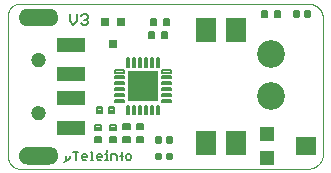
<source format=gts>
G75*
%MOIN*%
%OFA0B0*%
%FSLAX25Y25*%
%IPPOS*%
%LPD*%
%AMOC8*
5,1,8,0,0,1.08239X$1,22.5*
%
%ADD10C,0.00500*%
%ADD11C,0.00100*%
%ADD12C,0.00600*%
%ADD13R,0.06699X0.08274*%
%ADD14C,0.00781*%
%ADD15C,0.00711*%
%ADD16R,0.03156X0.03156*%
%ADD17C,0.00751*%
%ADD18R,0.10243X0.10243*%
%ADD19C,0.09200*%
%ADD20C,0.01184*%
%ADD21C,0.00004*%
%ADD22R,0.09455X0.05124*%
%ADD23C,0.00000*%
%ADD24C,0.04731*%
%ADD25C,0.03156*%
%ADD26R,0.06699X0.06306*%
%ADD27R,0.05124X0.05124*%
D10*
X0079922Y0005129D02*
X0080372Y0005579D01*
X0080372Y0006480D01*
X0080823Y0006030D01*
X0081273Y0006030D01*
X0081723Y0006480D01*
X0081723Y0007381D01*
X0080372Y0007381D02*
X0080372Y0006480D01*
X0082868Y0008732D02*
X0084670Y0008732D01*
X0083769Y0008732D02*
X0083769Y0006030D01*
X0085815Y0006480D02*
X0085815Y0007381D01*
X0086265Y0007831D01*
X0087166Y0007831D01*
X0087616Y0007381D01*
X0087616Y0006930D01*
X0085815Y0006930D01*
X0085815Y0006480D02*
X0086265Y0006030D01*
X0087166Y0006030D01*
X0088761Y0006030D02*
X0089662Y0006030D01*
X0089212Y0006030D02*
X0089212Y0008732D01*
X0088761Y0008732D01*
X0090726Y0007381D02*
X0091176Y0007831D01*
X0092077Y0007831D01*
X0092527Y0007381D01*
X0092527Y0006930D01*
X0090726Y0006930D01*
X0090726Y0006480D02*
X0090726Y0007381D01*
X0090726Y0006480D02*
X0091176Y0006030D01*
X0092077Y0006030D01*
X0093672Y0006030D02*
X0094573Y0006030D01*
X0094123Y0006030D02*
X0094123Y0007831D01*
X0093672Y0007831D01*
X0094123Y0008732D02*
X0094123Y0009182D01*
X0095637Y0007831D02*
X0096988Y0007831D01*
X0097438Y0007381D01*
X0097438Y0006030D01*
X0099034Y0006030D02*
X0099034Y0008281D01*
X0099484Y0008732D01*
X0099484Y0007381D02*
X0098583Y0007381D01*
X0100547Y0007381D02*
X0100547Y0006480D01*
X0100998Y0006030D01*
X0101899Y0006030D01*
X0102349Y0006480D01*
X0102349Y0007381D01*
X0101899Y0007831D01*
X0100998Y0007831D01*
X0100547Y0007381D01*
X0095637Y0007831D02*
X0095637Y0006030D01*
D11*
X0061197Y0006800D02*
X0061197Y0054300D01*
X0061203Y0054422D01*
X0061213Y0054543D01*
X0061226Y0054664D01*
X0061243Y0054785D01*
X0061264Y0054905D01*
X0061289Y0055024D01*
X0061318Y0055142D01*
X0061350Y0055260D01*
X0061386Y0055376D01*
X0061425Y0055491D01*
X0061468Y0055605D01*
X0061515Y0055718D01*
X0061565Y0055829D01*
X0061619Y0055938D01*
X0061676Y0056046D01*
X0061737Y0056151D01*
X0061800Y0056255D01*
X0061867Y0056357D01*
X0061937Y0056456D01*
X0062011Y0056554D01*
X0062087Y0056649D01*
X0062166Y0056741D01*
X0062248Y0056831D01*
X0062333Y0056919D01*
X0062420Y0057003D01*
X0062511Y0057085D01*
X0062603Y0057164D01*
X0062698Y0057240D01*
X0062796Y0057313D01*
X0062895Y0057383D01*
X0062997Y0057450D01*
X0063101Y0057514D01*
X0063207Y0057574D01*
X0063315Y0057631D01*
X0063424Y0057684D01*
X0063535Y0057734D01*
X0063648Y0057781D01*
X0063762Y0057824D01*
X0063877Y0057863D01*
X0063993Y0057899D01*
X0064111Y0057931D01*
X0064229Y0057959D01*
X0064349Y0057984D01*
X0064469Y0058005D01*
X0064589Y0058022D01*
X0064710Y0058035D01*
X0064832Y0058045D01*
X0064953Y0058050D01*
X0065075Y0058052D01*
X0065197Y0058050D01*
X0161197Y0058050D01*
X0161337Y0058048D01*
X0161477Y0058042D01*
X0161617Y0058032D01*
X0161757Y0058019D01*
X0161896Y0058001D01*
X0162035Y0057979D01*
X0162172Y0057954D01*
X0162310Y0057925D01*
X0162446Y0057892D01*
X0162581Y0057855D01*
X0162715Y0057814D01*
X0162848Y0057769D01*
X0162980Y0057721D01*
X0163110Y0057669D01*
X0163239Y0057614D01*
X0163366Y0057555D01*
X0163492Y0057492D01*
X0163616Y0057426D01*
X0163737Y0057357D01*
X0163857Y0057284D01*
X0163975Y0057207D01*
X0164090Y0057128D01*
X0164204Y0057045D01*
X0164314Y0056959D01*
X0164423Y0056870D01*
X0164529Y0056778D01*
X0164632Y0056683D01*
X0164733Y0056586D01*
X0164830Y0056485D01*
X0164925Y0056382D01*
X0165017Y0056276D01*
X0165106Y0056167D01*
X0165192Y0056057D01*
X0165275Y0055943D01*
X0165354Y0055828D01*
X0165431Y0055710D01*
X0165504Y0055590D01*
X0165573Y0055469D01*
X0165639Y0055345D01*
X0165702Y0055219D01*
X0165761Y0055092D01*
X0165816Y0054963D01*
X0165868Y0054833D01*
X0165916Y0054701D01*
X0165961Y0054568D01*
X0166002Y0054434D01*
X0166039Y0054299D01*
X0166072Y0054163D01*
X0166101Y0054025D01*
X0166126Y0053888D01*
X0166148Y0053749D01*
X0166166Y0053610D01*
X0166179Y0053470D01*
X0166189Y0053330D01*
X0166195Y0053190D01*
X0166197Y0053050D01*
X0166197Y0008050D01*
X0166195Y0007910D01*
X0166189Y0007770D01*
X0166179Y0007630D01*
X0166166Y0007490D01*
X0166148Y0007351D01*
X0166126Y0007212D01*
X0166101Y0007075D01*
X0166072Y0006937D01*
X0166039Y0006801D01*
X0166002Y0006666D01*
X0165961Y0006532D01*
X0165916Y0006399D01*
X0165868Y0006267D01*
X0165816Y0006137D01*
X0165761Y0006008D01*
X0165702Y0005881D01*
X0165639Y0005755D01*
X0165573Y0005631D01*
X0165504Y0005510D01*
X0165431Y0005390D01*
X0165354Y0005272D01*
X0165275Y0005157D01*
X0165192Y0005043D01*
X0165106Y0004933D01*
X0165017Y0004824D01*
X0164925Y0004718D01*
X0164830Y0004615D01*
X0164733Y0004514D01*
X0164632Y0004417D01*
X0164529Y0004322D01*
X0164423Y0004230D01*
X0164314Y0004141D01*
X0164204Y0004055D01*
X0164090Y0003972D01*
X0163975Y0003893D01*
X0163857Y0003816D01*
X0163737Y0003743D01*
X0163616Y0003674D01*
X0163492Y0003608D01*
X0163366Y0003545D01*
X0163239Y0003486D01*
X0163110Y0003431D01*
X0162980Y0003379D01*
X0162848Y0003331D01*
X0162715Y0003286D01*
X0162581Y0003245D01*
X0162446Y0003208D01*
X0162310Y0003175D01*
X0162172Y0003146D01*
X0162035Y0003121D01*
X0161896Y0003099D01*
X0161757Y0003081D01*
X0161617Y0003068D01*
X0161477Y0003058D01*
X0161337Y0003052D01*
X0161197Y0003050D01*
X0065197Y0003050D01*
X0065073Y0003048D01*
X0064948Y0003050D01*
X0064824Y0003056D01*
X0064700Y0003066D01*
X0064577Y0003080D01*
X0064454Y0003098D01*
X0064332Y0003119D01*
X0064210Y0003145D01*
X0064089Y0003175D01*
X0063970Y0003208D01*
X0063851Y0003245D01*
X0063734Y0003286D01*
X0063618Y0003331D01*
X0063503Y0003380D01*
X0063390Y0003432D01*
X0063279Y0003487D01*
X0063170Y0003547D01*
X0063063Y0003609D01*
X0062958Y0003675D01*
X0062855Y0003745D01*
X0062754Y0003817D01*
X0062655Y0003893D01*
X0062559Y0003972D01*
X0062466Y0004054D01*
X0062375Y0004139D01*
X0062287Y0004227D01*
X0062202Y0004318D01*
X0062120Y0004411D01*
X0062041Y0004507D01*
X0061965Y0004606D01*
X0061893Y0004706D01*
X0061823Y0004809D01*
X0061757Y0004915D01*
X0061694Y0005022D01*
X0061635Y0005131D01*
X0061579Y0005242D01*
X0061527Y0005355D01*
X0061479Y0005469D01*
X0061434Y0005585D01*
X0061393Y0005703D01*
X0061355Y0005821D01*
X0061322Y0005941D01*
X0061292Y0006062D01*
X0061267Y0006183D01*
X0061245Y0006306D01*
X0061227Y0006428D01*
X0061213Y0006552D01*
X0061203Y0006676D01*
X0061197Y0006800D01*
D12*
X0082923Y0051080D02*
X0084057Y0052214D01*
X0084057Y0054482D01*
X0085472Y0053915D02*
X0086039Y0054482D01*
X0087173Y0054482D01*
X0087740Y0053915D01*
X0087740Y0053348D01*
X0087173Y0052781D01*
X0087740Y0052214D01*
X0087740Y0051647D01*
X0087173Y0051080D01*
X0086039Y0051080D01*
X0085472Y0051647D01*
X0086606Y0052781D02*
X0087173Y0052781D01*
X0082923Y0051080D02*
X0081789Y0052214D01*
X0081789Y0054482D01*
D13*
X0127197Y0049330D03*
X0137197Y0049330D03*
X0137197Y0011770D03*
X0127197Y0011770D03*
D14*
X0097188Y0011838D02*
X0097188Y0013662D01*
X0097188Y0011838D02*
X0095206Y0011838D01*
X0095206Y0013662D01*
X0097188Y0013662D01*
X0097188Y0012618D02*
X0095206Y0012618D01*
X0095206Y0013398D02*
X0097188Y0013398D01*
X0090331Y0013647D02*
X0090331Y0011823D01*
X0090331Y0013647D02*
X0092313Y0013647D01*
X0092313Y0011823D01*
X0090331Y0011823D01*
X0090331Y0012603D02*
X0092313Y0012603D01*
X0092313Y0013383D02*
X0090331Y0013383D01*
X0090331Y0015938D02*
X0090331Y0017762D01*
X0092313Y0017762D01*
X0092313Y0015938D01*
X0090331Y0015938D01*
X0090331Y0016718D02*
X0092313Y0016718D01*
X0092313Y0017498D02*
X0090331Y0017498D01*
X0097188Y0017777D02*
X0097188Y0015953D01*
X0095206Y0015953D01*
X0095206Y0017777D01*
X0097188Y0017777D01*
X0097188Y0016733D02*
X0095206Y0016733D01*
X0095206Y0017513D02*
X0097188Y0017513D01*
X0096674Y0021559D02*
X0094850Y0021559D01*
X0094850Y0023541D01*
X0096674Y0023541D01*
X0096674Y0021559D01*
X0096674Y0022339D02*
X0094850Y0022339D01*
X0094850Y0023119D02*
X0096674Y0023119D01*
X0092559Y0021559D02*
X0090735Y0021559D01*
X0090735Y0023541D01*
X0092559Y0023541D01*
X0092559Y0021559D01*
X0092559Y0022339D02*
X0090735Y0022339D01*
X0090735Y0023119D02*
X0092559Y0023119D01*
D15*
X0101723Y0017794D02*
X0101723Y0016136D01*
X0099671Y0016136D01*
X0099671Y0017794D01*
X0101723Y0017794D01*
X0101723Y0016846D02*
X0099671Y0016846D01*
X0099671Y0017556D02*
X0101723Y0017556D01*
X0106098Y0017794D02*
X0106098Y0016136D01*
X0104046Y0016136D01*
X0104046Y0017794D01*
X0106098Y0017794D01*
X0106098Y0016846D02*
X0104046Y0016846D01*
X0104046Y0017556D02*
X0106098Y0017556D01*
X0106098Y0013464D02*
X0106098Y0011806D01*
X0104046Y0011806D01*
X0104046Y0013464D01*
X0106098Y0013464D01*
X0106098Y0012516D02*
X0104046Y0012516D01*
X0104046Y0013226D02*
X0106098Y0013226D01*
X0101723Y0013464D02*
X0101723Y0011806D01*
X0099671Y0011806D01*
X0099671Y0013464D01*
X0101723Y0013464D01*
X0101723Y0012516D02*
X0099671Y0012516D01*
X0099671Y0013226D02*
X0101723Y0013226D01*
X0108202Y0046524D02*
X0109860Y0046524D01*
X0108202Y0046524D02*
X0108202Y0048576D01*
X0109860Y0048576D01*
X0109860Y0046524D01*
X0109860Y0047234D02*
X0108202Y0047234D01*
X0108202Y0047944D02*
X0109860Y0047944D01*
X0112533Y0046524D02*
X0114191Y0046524D01*
X0112533Y0046524D02*
X0112533Y0048576D01*
X0114191Y0048576D01*
X0114191Y0046524D01*
X0114191Y0047234D02*
X0112533Y0047234D01*
X0112533Y0047944D02*
X0114191Y0047944D01*
X0114691Y0053076D02*
X0113033Y0053076D01*
X0114691Y0053076D02*
X0114691Y0051024D01*
X0113033Y0051024D01*
X0113033Y0053076D01*
X0113033Y0051734D02*
X0114691Y0051734D01*
X0114691Y0052444D02*
X0113033Y0052444D01*
X0110360Y0053076D02*
X0108702Y0053076D01*
X0110360Y0053076D02*
X0110360Y0051024D01*
X0108702Y0051024D01*
X0108702Y0053076D01*
X0108702Y0051734D02*
X0110360Y0051734D01*
X0110360Y0052444D02*
X0108702Y0052444D01*
X0145702Y0053524D02*
X0147360Y0053524D01*
X0145702Y0053524D02*
X0145702Y0055576D01*
X0147360Y0055576D01*
X0147360Y0053524D01*
X0147360Y0054234D02*
X0145702Y0054234D01*
X0145702Y0054944D02*
X0147360Y0054944D01*
X0150033Y0053524D02*
X0151691Y0053524D01*
X0150033Y0053524D02*
X0150033Y0055576D01*
X0151691Y0055576D01*
X0151691Y0053524D01*
X0151691Y0054234D02*
X0150033Y0054234D01*
X0150033Y0054944D02*
X0151691Y0054944D01*
D16*
X0098756Y0051942D03*
X0093638Y0051942D03*
X0096197Y0044658D03*
D17*
X0100900Y0039824D02*
X0100900Y0037024D01*
X0100900Y0039824D02*
X0101652Y0039824D01*
X0101652Y0037024D01*
X0100900Y0037024D01*
X0100900Y0037774D02*
X0101652Y0037774D01*
X0101652Y0038524D02*
X0100900Y0038524D01*
X0100900Y0039274D02*
X0101652Y0039274D01*
X0102868Y0039824D02*
X0102868Y0037024D01*
X0102868Y0039824D02*
X0103620Y0039824D01*
X0103620Y0037024D01*
X0102868Y0037024D01*
X0102868Y0037774D02*
X0103620Y0037774D01*
X0103620Y0038524D02*
X0102868Y0038524D01*
X0102868Y0039274D02*
X0103620Y0039274D01*
X0104837Y0039824D02*
X0104837Y0037024D01*
X0104837Y0039824D02*
X0105589Y0039824D01*
X0105589Y0037024D01*
X0104837Y0037024D01*
X0104837Y0037774D02*
X0105589Y0037774D01*
X0105589Y0038524D02*
X0104837Y0038524D01*
X0104837Y0039274D02*
X0105589Y0039274D01*
X0106805Y0039824D02*
X0106805Y0037024D01*
X0106805Y0039824D02*
X0107557Y0039824D01*
X0107557Y0037024D01*
X0106805Y0037024D01*
X0106805Y0037774D02*
X0107557Y0037774D01*
X0107557Y0038524D02*
X0106805Y0038524D01*
X0106805Y0039274D02*
X0107557Y0039274D01*
X0108774Y0039824D02*
X0108774Y0037024D01*
X0108774Y0039824D02*
X0109526Y0039824D01*
X0109526Y0037024D01*
X0108774Y0037024D01*
X0108774Y0037774D02*
X0109526Y0037774D01*
X0109526Y0038524D02*
X0108774Y0038524D01*
X0108774Y0039274D02*
X0109526Y0039274D01*
X0110742Y0039824D02*
X0110742Y0037024D01*
X0110742Y0039824D02*
X0111494Y0039824D01*
X0111494Y0037024D01*
X0110742Y0037024D01*
X0110742Y0037774D02*
X0111494Y0037774D01*
X0111494Y0038524D02*
X0110742Y0038524D01*
X0110742Y0039274D02*
X0111494Y0039274D01*
X0112671Y0035095D02*
X0115471Y0035095D01*
X0112671Y0035095D02*
X0112671Y0035847D01*
X0115471Y0035847D01*
X0115471Y0035095D01*
X0115471Y0035845D02*
X0112671Y0035845D01*
X0112671Y0033127D02*
X0115471Y0033127D01*
X0112671Y0033127D02*
X0112671Y0033879D01*
X0115471Y0033879D01*
X0115471Y0033127D01*
X0115471Y0033877D02*
X0112671Y0033877D01*
X0112671Y0031158D02*
X0115471Y0031158D01*
X0112671Y0031158D02*
X0112671Y0031910D01*
X0115471Y0031910D01*
X0115471Y0031158D01*
X0115471Y0031908D02*
X0112671Y0031908D01*
X0112671Y0029190D02*
X0115471Y0029190D01*
X0112671Y0029190D02*
X0112671Y0029942D01*
X0115471Y0029942D01*
X0115471Y0029190D01*
X0115471Y0029940D02*
X0112671Y0029940D01*
X0112671Y0027221D02*
X0115471Y0027221D01*
X0112671Y0027221D02*
X0112671Y0027973D01*
X0115471Y0027973D01*
X0115471Y0027221D01*
X0115471Y0027971D02*
X0112671Y0027971D01*
X0112671Y0025253D02*
X0115471Y0025253D01*
X0112671Y0025253D02*
X0112671Y0026005D01*
X0115471Y0026005D01*
X0115471Y0025253D01*
X0115471Y0026003D02*
X0112671Y0026003D01*
X0111494Y0024076D02*
X0111494Y0021276D01*
X0110742Y0021276D01*
X0110742Y0024076D01*
X0111494Y0024076D01*
X0111494Y0022026D02*
X0110742Y0022026D01*
X0110742Y0022776D02*
X0111494Y0022776D01*
X0111494Y0023526D02*
X0110742Y0023526D01*
X0109526Y0024076D02*
X0109526Y0021276D01*
X0108774Y0021276D01*
X0108774Y0024076D01*
X0109526Y0024076D01*
X0109526Y0022026D02*
X0108774Y0022026D01*
X0108774Y0022776D02*
X0109526Y0022776D01*
X0109526Y0023526D02*
X0108774Y0023526D01*
X0107557Y0024076D02*
X0107557Y0021276D01*
X0106805Y0021276D01*
X0106805Y0024076D01*
X0107557Y0024076D01*
X0107557Y0022026D02*
X0106805Y0022026D01*
X0106805Y0022776D02*
X0107557Y0022776D01*
X0107557Y0023526D02*
X0106805Y0023526D01*
X0105589Y0024076D02*
X0105589Y0021276D01*
X0104837Y0021276D01*
X0104837Y0024076D01*
X0105589Y0024076D01*
X0105589Y0022026D02*
X0104837Y0022026D01*
X0104837Y0022776D02*
X0105589Y0022776D01*
X0105589Y0023526D02*
X0104837Y0023526D01*
X0103620Y0024076D02*
X0103620Y0021276D01*
X0102868Y0021276D01*
X0102868Y0024076D01*
X0103620Y0024076D01*
X0103620Y0022026D02*
X0102868Y0022026D01*
X0102868Y0022776D02*
X0103620Y0022776D01*
X0103620Y0023526D02*
X0102868Y0023526D01*
X0101652Y0024076D02*
X0101652Y0021276D01*
X0100900Y0021276D01*
X0100900Y0024076D01*
X0101652Y0024076D01*
X0101652Y0022026D02*
X0100900Y0022026D01*
X0100900Y0022776D02*
X0101652Y0022776D01*
X0101652Y0023526D02*
X0100900Y0023526D01*
X0099723Y0026005D02*
X0096923Y0026005D01*
X0099723Y0026005D02*
X0099723Y0025253D01*
X0096923Y0025253D01*
X0096923Y0026005D01*
X0096923Y0026003D02*
X0099723Y0026003D01*
X0099723Y0027973D02*
X0096923Y0027973D01*
X0099723Y0027973D02*
X0099723Y0027221D01*
X0096923Y0027221D01*
X0096923Y0027973D01*
X0096923Y0027971D02*
X0099723Y0027971D01*
X0099723Y0029942D02*
X0096923Y0029942D01*
X0099723Y0029942D02*
X0099723Y0029190D01*
X0096923Y0029190D01*
X0096923Y0029942D01*
X0096923Y0029940D02*
X0099723Y0029940D01*
X0099723Y0031910D02*
X0096923Y0031910D01*
X0099723Y0031910D02*
X0099723Y0031158D01*
X0096923Y0031158D01*
X0096923Y0031910D01*
X0096923Y0031908D02*
X0099723Y0031908D01*
X0099723Y0033879D02*
X0096923Y0033879D01*
X0099723Y0033879D02*
X0099723Y0033127D01*
X0096923Y0033127D01*
X0096923Y0033879D01*
X0096923Y0033877D02*
X0099723Y0033877D01*
X0099723Y0035847D02*
X0096923Y0035847D01*
X0099723Y0035847D02*
X0099723Y0035095D01*
X0096923Y0035095D01*
X0096923Y0035847D01*
X0096923Y0035845D02*
X0099723Y0035845D01*
D18*
X0106197Y0030550D03*
D19*
X0148697Y0027357D03*
X0148697Y0041137D03*
D20*
X0156784Y0053958D02*
X0156784Y0055142D01*
X0157968Y0055142D01*
X0157968Y0053958D01*
X0156784Y0053958D01*
X0156784Y0055141D02*
X0157968Y0055141D01*
X0160426Y0055142D02*
X0160426Y0053958D01*
X0160426Y0055142D02*
X0161610Y0055142D01*
X0161610Y0053958D01*
X0160426Y0053958D01*
X0160426Y0055141D02*
X0161610Y0055141D01*
X0115610Y0013142D02*
X0115610Y0011958D01*
X0114426Y0011958D01*
X0114426Y0013142D01*
X0115610Y0013142D01*
X0115610Y0013141D02*
X0114426Y0013141D01*
X0111968Y0013142D02*
X0111968Y0011958D01*
X0110784Y0011958D01*
X0110784Y0013142D01*
X0111968Y0013142D01*
X0111968Y0013141D02*
X0110784Y0013141D01*
X0111968Y0007642D02*
X0111968Y0006458D01*
X0110784Y0006458D01*
X0110784Y0007642D01*
X0111968Y0007642D01*
X0111968Y0007641D02*
X0110784Y0007641D01*
X0115610Y0007642D02*
X0115610Y0006458D01*
X0114426Y0006458D01*
X0114426Y0007642D01*
X0115610Y0007642D01*
X0115610Y0007641D02*
X0114426Y0007641D01*
D21*
X0077496Y0007519D02*
X0077443Y0006981D01*
X0077286Y0006464D01*
X0077032Y0005987D01*
X0076689Y0005570D01*
X0076271Y0005227D01*
X0075795Y0004972D01*
X0075278Y0004816D01*
X0074740Y0004763D01*
X0067654Y0004763D01*
X0067116Y0004816D01*
X0066599Y0004972D01*
X0066122Y0005227D01*
X0065705Y0005570D01*
X0065362Y0005987D01*
X0065107Y0006464D01*
X0064951Y0006981D01*
X0064898Y0007519D01*
X0064951Y0008056D01*
X0065107Y0008573D01*
X0065362Y0009050D01*
X0065705Y0009467D01*
X0066122Y0009810D01*
X0076271Y0009810D01*
X0076689Y0009467D01*
X0065705Y0009467D01*
X0065703Y0009465D02*
X0076691Y0009465D01*
X0076689Y0009467D02*
X0077032Y0009050D01*
X0077286Y0008573D01*
X0077443Y0008056D01*
X0077496Y0007519D01*
X0077496Y0007518D02*
X0064898Y0007518D01*
X0064898Y0007516D02*
X0077496Y0007516D01*
X0077496Y0007513D02*
X0064898Y0007513D01*
X0064898Y0007511D02*
X0077495Y0007511D01*
X0077495Y0007509D02*
X0064899Y0007509D01*
X0064899Y0007506D02*
X0077495Y0007506D01*
X0077495Y0007504D02*
X0064899Y0007504D01*
X0064899Y0007501D02*
X0077494Y0007501D01*
X0077494Y0007499D02*
X0064900Y0007499D01*
X0064900Y0007496D02*
X0077494Y0007496D01*
X0077494Y0007494D02*
X0064900Y0007494D01*
X0064900Y0007491D02*
X0077493Y0007491D01*
X0077493Y0007489D02*
X0064901Y0007489D01*
X0064901Y0007486D02*
X0077493Y0007486D01*
X0077493Y0007484D02*
X0064901Y0007484D01*
X0064901Y0007482D02*
X0077492Y0007482D01*
X0077492Y0007479D02*
X0064902Y0007479D01*
X0064902Y0007477D02*
X0077492Y0007477D01*
X0077492Y0007474D02*
X0064902Y0007474D01*
X0064902Y0007472D02*
X0077491Y0007472D01*
X0077491Y0007469D02*
X0064902Y0007469D01*
X0064903Y0007467D02*
X0077491Y0007467D01*
X0077491Y0007464D02*
X0064903Y0007464D01*
X0064903Y0007462D02*
X0077491Y0007462D01*
X0077490Y0007460D02*
X0064903Y0007460D01*
X0064904Y0007457D02*
X0077490Y0007457D01*
X0077490Y0007455D02*
X0064904Y0007455D01*
X0064904Y0007452D02*
X0077490Y0007452D01*
X0077489Y0007450D02*
X0064904Y0007450D01*
X0064905Y0007447D02*
X0077489Y0007447D01*
X0077489Y0007445D02*
X0064905Y0007445D01*
X0064905Y0007442D02*
X0077489Y0007442D01*
X0077488Y0007440D02*
X0064905Y0007440D01*
X0064906Y0007437D02*
X0077488Y0007437D01*
X0077488Y0007435D02*
X0064906Y0007435D01*
X0064906Y0007433D02*
X0077488Y0007433D01*
X0077487Y0007430D02*
X0064906Y0007430D01*
X0064907Y0007428D02*
X0077487Y0007428D01*
X0077487Y0007425D02*
X0064907Y0007425D01*
X0064907Y0007423D02*
X0077487Y0007423D01*
X0077486Y0007420D02*
X0064907Y0007420D01*
X0064908Y0007418D02*
X0077486Y0007418D01*
X0077486Y0007415D02*
X0064908Y0007415D01*
X0064908Y0007413D02*
X0077486Y0007413D01*
X0077485Y0007411D02*
X0064908Y0007411D01*
X0064909Y0007408D02*
X0077485Y0007408D01*
X0077485Y0007406D02*
X0064909Y0007406D01*
X0064909Y0007403D02*
X0077485Y0007403D01*
X0077484Y0007401D02*
X0064909Y0007401D01*
X0064909Y0007398D02*
X0077484Y0007398D01*
X0077484Y0007396D02*
X0064910Y0007396D01*
X0064910Y0007393D02*
X0077484Y0007393D01*
X0077484Y0007391D02*
X0064910Y0007391D01*
X0064910Y0007389D02*
X0077483Y0007389D01*
X0077483Y0007386D02*
X0064911Y0007386D01*
X0064911Y0007384D02*
X0077483Y0007384D01*
X0077483Y0007381D02*
X0064911Y0007381D01*
X0064911Y0007379D02*
X0077482Y0007379D01*
X0077482Y0007376D02*
X0064912Y0007376D01*
X0064912Y0007374D02*
X0077482Y0007374D01*
X0077482Y0007371D02*
X0064912Y0007371D01*
X0064912Y0007369D02*
X0077481Y0007369D01*
X0077481Y0007366D02*
X0064913Y0007366D01*
X0064913Y0007364D02*
X0077481Y0007364D01*
X0077481Y0007362D02*
X0064913Y0007362D01*
X0064913Y0007359D02*
X0077480Y0007359D01*
X0077480Y0007357D02*
X0064914Y0007357D01*
X0064914Y0007354D02*
X0077480Y0007354D01*
X0077480Y0007352D02*
X0064914Y0007352D01*
X0064914Y0007349D02*
X0077479Y0007349D01*
X0077479Y0007347D02*
X0064915Y0007347D01*
X0064915Y0007344D02*
X0077479Y0007344D01*
X0077479Y0007342D02*
X0064915Y0007342D01*
X0064915Y0007340D02*
X0077478Y0007340D01*
X0077478Y0007337D02*
X0064916Y0007337D01*
X0064916Y0007335D02*
X0077478Y0007335D01*
X0077478Y0007332D02*
X0064916Y0007332D01*
X0064916Y0007330D02*
X0077477Y0007330D01*
X0077477Y0007327D02*
X0064916Y0007327D01*
X0064917Y0007325D02*
X0077477Y0007325D01*
X0077477Y0007322D02*
X0064917Y0007322D01*
X0064917Y0007320D02*
X0077477Y0007320D01*
X0077476Y0007318D02*
X0064917Y0007318D01*
X0064918Y0007315D02*
X0077476Y0007315D01*
X0077476Y0007313D02*
X0064918Y0007313D01*
X0064918Y0007310D02*
X0077476Y0007310D01*
X0077475Y0007308D02*
X0064918Y0007308D01*
X0064919Y0007305D02*
X0077475Y0007305D01*
X0077475Y0007303D02*
X0064919Y0007303D01*
X0064919Y0007300D02*
X0077475Y0007300D01*
X0077474Y0007298D02*
X0064919Y0007298D01*
X0064920Y0007295D02*
X0077474Y0007295D01*
X0077474Y0007293D02*
X0064920Y0007293D01*
X0064920Y0007291D02*
X0077474Y0007291D01*
X0077473Y0007288D02*
X0064920Y0007288D01*
X0064921Y0007286D02*
X0077473Y0007286D01*
X0077473Y0007283D02*
X0064921Y0007283D01*
X0064921Y0007281D02*
X0077473Y0007281D01*
X0077472Y0007278D02*
X0064921Y0007278D01*
X0064922Y0007276D02*
X0077472Y0007276D01*
X0077472Y0007273D02*
X0064922Y0007273D01*
X0064922Y0007271D02*
X0077472Y0007271D01*
X0077471Y0007269D02*
X0064922Y0007269D01*
X0064923Y0007266D02*
X0077471Y0007266D01*
X0077471Y0007264D02*
X0064923Y0007264D01*
X0064923Y0007261D02*
X0077471Y0007261D01*
X0077470Y0007259D02*
X0064923Y0007259D01*
X0064923Y0007256D02*
X0077470Y0007256D01*
X0077470Y0007254D02*
X0064924Y0007254D01*
X0064924Y0007251D02*
X0077470Y0007251D01*
X0077470Y0007249D02*
X0064924Y0007249D01*
X0064924Y0007247D02*
X0077469Y0007247D01*
X0077469Y0007244D02*
X0064925Y0007244D01*
X0064925Y0007242D02*
X0077469Y0007242D01*
X0077469Y0007239D02*
X0064925Y0007239D01*
X0064925Y0007237D02*
X0077468Y0007237D01*
X0077468Y0007234D02*
X0064926Y0007234D01*
X0064926Y0007232D02*
X0077468Y0007232D01*
X0077468Y0007229D02*
X0064926Y0007229D01*
X0064926Y0007227D02*
X0077467Y0007227D01*
X0077467Y0007224D02*
X0064927Y0007224D01*
X0064927Y0007222D02*
X0077467Y0007222D01*
X0077467Y0007220D02*
X0064927Y0007220D01*
X0064927Y0007217D02*
X0077466Y0007217D01*
X0077466Y0007215D02*
X0064928Y0007215D01*
X0064928Y0007212D02*
X0077466Y0007212D01*
X0077466Y0007210D02*
X0064928Y0007210D01*
X0064928Y0007207D02*
X0077465Y0007207D01*
X0077465Y0007205D02*
X0064929Y0007205D01*
X0064929Y0007202D02*
X0077465Y0007202D01*
X0077465Y0007200D02*
X0064929Y0007200D01*
X0064929Y0007198D02*
X0077464Y0007198D01*
X0077464Y0007195D02*
X0064929Y0007195D01*
X0064930Y0007193D02*
X0077464Y0007193D01*
X0077464Y0007190D02*
X0064930Y0007190D01*
X0064930Y0007188D02*
X0077463Y0007188D01*
X0077463Y0007185D02*
X0064930Y0007185D01*
X0064931Y0007183D02*
X0077463Y0007183D01*
X0077463Y0007180D02*
X0064931Y0007180D01*
X0064931Y0007178D02*
X0077463Y0007178D01*
X0077462Y0007176D02*
X0064931Y0007176D01*
X0064932Y0007173D02*
X0077462Y0007173D01*
X0077462Y0007171D02*
X0064932Y0007171D01*
X0064932Y0007168D02*
X0077462Y0007168D01*
X0077461Y0007166D02*
X0064932Y0007166D01*
X0064933Y0007163D02*
X0077461Y0007163D01*
X0077461Y0007161D02*
X0064933Y0007161D01*
X0064933Y0007158D02*
X0077461Y0007158D01*
X0077460Y0007156D02*
X0064933Y0007156D01*
X0064934Y0007153D02*
X0077460Y0007153D01*
X0077460Y0007151D02*
X0064934Y0007151D01*
X0064934Y0007149D02*
X0077460Y0007149D01*
X0077459Y0007146D02*
X0064934Y0007146D01*
X0064935Y0007144D02*
X0077459Y0007144D01*
X0077459Y0007141D02*
X0064935Y0007141D01*
X0064935Y0007139D02*
X0077459Y0007139D01*
X0077458Y0007136D02*
X0064935Y0007136D01*
X0064936Y0007134D02*
X0077458Y0007134D01*
X0077458Y0007131D02*
X0064936Y0007131D01*
X0064936Y0007129D02*
X0077458Y0007129D01*
X0077457Y0007127D02*
X0064936Y0007127D01*
X0064936Y0007124D02*
X0077457Y0007124D01*
X0077457Y0007122D02*
X0064937Y0007122D01*
X0064937Y0007119D02*
X0077457Y0007119D01*
X0077457Y0007117D02*
X0064937Y0007117D01*
X0064937Y0007114D02*
X0077456Y0007114D01*
X0077456Y0007112D02*
X0064938Y0007112D01*
X0064938Y0007109D02*
X0077456Y0007109D01*
X0077456Y0007107D02*
X0064938Y0007107D01*
X0064938Y0007105D02*
X0077455Y0007105D01*
X0077455Y0007102D02*
X0064939Y0007102D01*
X0064939Y0007100D02*
X0077455Y0007100D01*
X0077455Y0007097D02*
X0064939Y0007097D01*
X0064939Y0007095D02*
X0077454Y0007095D01*
X0077454Y0007092D02*
X0064940Y0007092D01*
X0064940Y0007090D02*
X0077454Y0007090D01*
X0077454Y0007087D02*
X0064940Y0007087D01*
X0064940Y0007085D02*
X0077453Y0007085D01*
X0077453Y0007082D02*
X0064941Y0007082D01*
X0064941Y0007080D02*
X0077453Y0007080D01*
X0077453Y0007078D02*
X0064941Y0007078D01*
X0064941Y0007075D02*
X0077452Y0007075D01*
X0077452Y0007073D02*
X0064942Y0007073D01*
X0064942Y0007070D02*
X0077452Y0007070D01*
X0077452Y0007068D02*
X0064942Y0007068D01*
X0064942Y0007065D02*
X0077451Y0007065D01*
X0077451Y0007063D02*
X0064943Y0007063D01*
X0064943Y0007060D02*
X0077451Y0007060D01*
X0077451Y0007058D02*
X0064943Y0007058D01*
X0064943Y0007056D02*
X0077450Y0007056D01*
X0077450Y0007053D02*
X0064943Y0007053D01*
X0064944Y0007051D02*
X0077450Y0007051D01*
X0077450Y0007048D02*
X0064944Y0007048D01*
X0064944Y0007046D02*
X0077450Y0007046D01*
X0077449Y0007043D02*
X0064944Y0007043D01*
X0064945Y0007041D02*
X0077449Y0007041D01*
X0077449Y0007038D02*
X0064945Y0007038D01*
X0064945Y0007036D02*
X0077449Y0007036D01*
X0077448Y0007034D02*
X0064945Y0007034D01*
X0064946Y0007031D02*
X0077448Y0007031D01*
X0077448Y0007029D02*
X0064946Y0007029D01*
X0064946Y0007026D02*
X0077448Y0007026D01*
X0077447Y0007024D02*
X0064946Y0007024D01*
X0064947Y0007021D02*
X0077447Y0007021D01*
X0077447Y0007019D02*
X0064947Y0007019D01*
X0064947Y0007016D02*
X0077447Y0007016D01*
X0077446Y0007014D02*
X0064947Y0007014D01*
X0064948Y0007011D02*
X0077446Y0007011D01*
X0077446Y0007009D02*
X0064948Y0007009D01*
X0064948Y0007007D02*
X0077446Y0007007D01*
X0077445Y0007004D02*
X0064948Y0007004D01*
X0064949Y0007002D02*
X0077445Y0007002D01*
X0077445Y0006999D02*
X0064949Y0006999D01*
X0064949Y0006997D02*
X0077445Y0006997D01*
X0077444Y0006994D02*
X0064949Y0006994D01*
X0064950Y0006992D02*
X0077444Y0006992D01*
X0077444Y0006989D02*
X0064950Y0006989D01*
X0064950Y0006987D02*
X0077444Y0006987D01*
X0077443Y0006985D02*
X0064950Y0006985D01*
X0064950Y0006982D02*
X0077443Y0006982D01*
X0077443Y0006980D02*
X0064951Y0006980D01*
X0064952Y0006977D02*
X0077442Y0006977D01*
X0077441Y0006975D02*
X0064952Y0006975D01*
X0064953Y0006972D02*
X0077441Y0006972D01*
X0077440Y0006970D02*
X0064954Y0006970D01*
X0064955Y0006967D02*
X0077439Y0006967D01*
X0077438Y0006965D02*
X0064955Y0006965D01*
X0064956Y0006963D02*
X0077438Y0006963D01*
X0077437Y0006960D02*
X0064957Y0006960D01*
X0064958Y0006958D02*
X0077436Y0006958D01*
X0077435Y0006955D02*
X0064958Y0006955D01*
X0064959Y0006953D02*
X0077435Y0006953D01*
X0077434Y0006950D02*
X0064960Y0006950D01*
X0064961Y0006948D02*
X0077433Y0006948D01*
X0077432Y0006945D02*
X0064961Y0006945D01*
X0064962Y0006943D02*
X0077432Y0006943D01*
X0077431Y0006940D02*
X0064963Y0006940D01*
X0064964Y0006938D02*
X0077430Y0006938D01*
X0077429Y0006936D02*
X0064964Y0006936D01*
X0064965Y0006933D02*
X0077429Y0006933D01*
X0077428Y0006931D02*
X0064966Y0006931D01*
X0064967Y0006928D02*
X0077427Y0006928D01*
X0077426Y0006926D02*
X0064967Y0006926D01*
X0064968Y0006923D02*
X0077426Y0006923D01*
X0077425Y0006921D02*
X0064969Y0006921D01*
X0064970Y0006918D02*
X0077424Y0006918D01*
X0077423Y0006916D02*
X0064970Y0006916D01*
X0064971Y0006914D02*
X0077423Y0006914D01*
X0077422Y0006911D02*
X0064972Y0006911D01*
X0064973Y0006909D02*
X0077421Y0006909D01*
X0077420Y0006906D02*
X0064973Y0006906D01*
X0064974Y0006904D02*
X0077420Y0006904D01*
X0077419Y0006901D02*
X0064975Y0006901D01*
X0064975Y0006899D02*
X0077418Y0006899D01*
X0077418Y0006896D02*
X0064976Y0006896D01*
X0064977Y0006894D02*
X0077417Y0006894D01*
X0077416Y0006892D02*
X0064978Y0006892D01*
X0064978Y0006889D02*
X0077415Y0006889D01*
X0077415Y0006887D02*
X0064979Y0006887D01*
X0064980Y0006884D02*
X0077414Y0006884D01*
X0077413Y0006882D02*
X0064981Y0006882D01*
X0064981Y0006879D02*
X0077412Y0006879D01*
X0077412Y0006877D02*
X0064982Y0006877D01*
X0064983Y0006874D02*
X0077411Y0006874D01*
X0077410Y0006872D02*
X0064984Y0006872D01*
X0064984Y0006869D02*
X0077409Y0006869D01*
X0077409Y0006867D02*
X0064985Y0006867D01*
X0064986Y0006865D02*
X0077408Y0006865D01*
X0077407Y0006862D02*
X0064987Y0006862D01*
X0064987Y0006860D02*
X0077406Y0006860D01*
X0077406Y0006857D02*
X0064988Y0006857D01*
X0064989Y0006855D02*
X0077405Y0006855D01*
X0077404Y0006852D02*
X0064990Y0006852D01*
X0064990Y0006850D02*
X0077403Y0006850D01*
X0077403Y0006847D02*
X0064991Y0006847D01*
X0064992Y0006845D02*
X0077402Y0006845D01*
X0077401Y0006843D02*
X0064993Y0006843D01*
X0064993Y0006840D02*
X0077400Y0006840D01*
X0077400Y0006838D02*
X0064994Y0006838D01*
X0064995Y0006835D02*
X0077399Y0006835D01*
X0077398Y0006833D02*
X0064996Y0006833D01*
X0064996Y0006830D02*
X0077397Y0006830D01*
X0077397Y0006828D02*
X0064997Y0006828D01*
X0064998Y0006825D02*
X0077396Y0006825D01*
X0077395Y0006823D02*
X0064998Y0006823D01*
X0064999Y0006821D02*
X0077394Y0006821D01*
X0077394Y0006818D02*
X0065000Y0006818D01*
X0065001Y0006816D02*
X0077393Y0006816D01*
X0077392Y0006813D02*
X0065001Y0006813D01*
X0065002Y0006811D02*
X0077392Y0006811D01*
X0077391Y0006808D02*
X0065003Y0006808D01*
X0065004Y0006806D02*
X0077390Y0006806D01*
X0077389Y0006803D02*
X0065004Y0006803D01*
X0065005Y0006801D02*
X0077389Y0006801D01*
X0077388Y0006798D02*
X0065006Y0006798D01*
X0065007Y0006796D02*
X0077387Y0006796D01*
X0077386Y0006794D02*
X0065007Y0006794D01*
X0065008Y0006791D02*
X0077386Y0006791D01*
X0077385Y0006789D02*
X0065009Y0006789D01*
X0065010Y0006786D02*
X0077384Y0006786D01*
X0077383Y0006784D02*
X0065010Y0006784D01*
X0065011Y0006781D02*
X0077383Y0006781D01*
X0077382Y0006779D02*
X0065012Y0006779D01*
X0065013Y0006776D02*
X0077381Y0006776D01*
X0077380Y0006774D02*
X0065013Y0006774D01*
X0065014Y0006772D02*
X0077380Y0006772D01*
X0077379Y0006769D02*
X0065015Y0006769D01*
X0065016Y0006767D02*
X0077378Y0006767D01*
X0077377Y0006764D02*
X0065016Y0006764D01*
X0065017Y0006762D02*
X0077377Y0006762D01*
X0077376Y0006759D02*
X0065018Y0006759D01*
X0065019Y0006757D02*
X0077375Y0006757D01*
X0077374Y0006754D02*
X0065019Y0006754D01*
X0065020Y0006752D02*
X0077374Y0006752D01*
X0077373Y0006750D02*
X0065021Y0006750D01*
X0065022Y0006747D02*
X0077372Y0006747D01*
X0077371Y0006745D02*
X0065022Y0006745D01*
X0065023Y0006742D02*
X0077371Y0006742D01*
X0077370Y0006740D02*
X0065024Y0006740D01*
X0065024Y0006737D02*
X0077369Y0006737D01*
X0077368Y0006735D02*
X0065025Y0006735D01*
X0065026Y0006732D02*
X0077368Y0006732D01*
X0077367Y0006730D02*
X0065027Y0006730D01*
X0065027Y0006727D02*
X0077366Y0006727D01*
X0077366Y0006725D02*
X0065028Y0006725D01*
X0065029Y0006723D02*
X0077365Y0006723D01*
X0077364Y0006720D02*
X0065030Y0006720D01*
X0065030Y0006718D02*
X0077363Y0006718D01*
X0077363Y0006715D02*
X0065031Y0006715D01*
X0065032Y0006713D02*
X0077362Y0006713D01*
X0077361Y0006710D02*
X0065033Y0006710D01*
X0065033Y0006708D02*
X0077360Y0006708D01*
X0077360Y0006705D02*
X0065034Y0006705D01*
X0065035Y0006703D02*
X0077359Y0006703D01*
X0077358Y0006701D02*
X0065036Y0006701D01*
X0065036Y0006698D02*
X0077357Y0006698D01*
X0077357Y0006696D02*
X0065037Y0006696D01*
X0065038Y0006693D02*
X0077356Y0006693D01*
X0077355Y0006691D02*
X0065039Y0006691D01*
X0065039Y0006688D02*
X0077354Y0006688D01*
X0077354Y0006686D02*
X0065040Y0006686D01*
X0065041Y0006683D02*
X0077353Y0006683D01*
X0077352Y0006681D02*
X0065042Y0006681D01*
X0065042Y0006679D02*
X0077351Y0006679D01*
X0077351Y0006676D02*
X0065043Y0006676D01*
X0065044Y0006674D02*
X0077350Y0006674D01*
X0077349Y0006671D02*
X0065045Y0006671D01*
X0065045Y0006669D02*
X0077348Y0006669D01*
X0077348Y0006666D02*
X0065046Y0006666D01*
X0065047Y0006664D02*
X0077347Y0006664D01*
X0077346Y0006661D02*
X0065048Y0006661D01*
X0065048Y0006659D02*
X0077345Y0006659D01*
X0077345Y0006656D02*
X0065049Y0006656D01*
X0065050Y0006654D02*
X0077344Y0006654D01*
X0077343Y0006652D02*
X0065050Y0006652D01*
X0065051Y0006649D02*
X0077342Y0006649D01*
X0077342Y0006647D02*
X0065052Y0006647D01*
X0065053Y0006644D02*
X0077341Y0006644D01*
X0077340Y0006642D02*
X0065053Y0006642D01*
X0065054Y0006639D02*
X0077340Y0006639D01*
X0077339Y0006637D02*
X0065055Y0006637D01*
X0065056Y0006634D02*
X0077338Y0006634D01*
X0077337Y0006632D02*
X0065056Y0006632D01*
X0065057Y0006630D02*
X0077337Y0006630D01*
X0077336Y0006627D02*
X0065058Y0006627D01*
X0065059Y0006625D02*
X0077335Y0006625D01*
X0077334Y0006622D02*
X0065059Y0006622D01*
X0065060Y0006620D02*
X0077334Y0006620D01*
X0077333Y0006617D02*
X0065061Y0006617D01*
X0065062Y0006615D02*
X0077332Y0006615D01*
X0077331Y0006612D02*
X0065062Y0006612D01*
X0065063Y0006610D02*
X0077331Y0006610D01*
X0077330Y0006608D02*
X0065064Y0006608D01*
X0065065Y0006605D02*
X0077329Y0006605D01*
X0077328Y0006603D02*
X0065065Y0006603D01*
X0065066Y0006600D02*
X0077328Y0006600D01*
X0077327Y0006598D02*
X0065067Y0006598D01*
X0065068Y0006595D02*
X0077326Y0006595D01*
X0077325Y0006593D02*
X0065068Y0006593D01*
X0065069Y0006590D02*
X0077325Y0006590D01*
X0077324Y0006588D02*
X0065070Y0006588D01*
X0065071Y0006585D02*
X0077323Y0006585D01*
X0077322Y0006583D02*
X0065071Y0006583D01*
X0065072Y0006581D02*
X0077322Y0006581D01*
X0077321Y0006578D02*
X0065073Y0006578D01*
X0065073Y0006576D02*
X0077320Y0006576D01*
X0077319Y0006573D02*
X0065074Y0006573D01*
X0065075Y0006571D02*
X0077319Y0006571D01*
X0077318Y0006568D02*
X0065076Y0006568D01*
X0065076Y0006566D02*
X0077317Y0006566D01*
X0077316Y0006563D02*
X0065077Y0006563D01*
X0065078Y0006561D02*
X0077316Y0006561D01*
X0077315Y0006559D02*
X0065079Y0006559D01*
X0065079Y0006556D02*
X0077314Y0006556D01*
X0077314Y0006554D02*
X0065080Y0006554D01*
X0065081Y0006551D02*
X0077313Y0006551D01*
X0077312Y0006549D02*
X0065082Y0006549D01*
X0065082Y0006546D02*
X0077311Y0006546D01*
X0077311Y0006544D02*
X0065083Y0006544D01*
X0065084Y0006541D02*
X0077310Y0006541D01*
X0077309Y0006539D02*
X0065085Y0006539D01*
X0065085Y0006537D02*
X0077308Y0006537D01*
X0077308Y0006534D02*
X0065086Y0006534D01*
X0065087Y0006532D02*
X0077307Y0006532D01*
X0077306Y0006529D02*
X0065088Y0006529D01*
X0065088Y0006527D02*
X0077305Y0006527D01*
X0077305Y0006524D02*
X0065089Y0006524D01*
X0065090Y0006522D02*
X0077304Y0006522D01*
X0077303Y0006519D02*
X0065091Y0006519D01*
X0065091Y0006517D02*
X0077302Y0006517D01*
X0077302Y0006514D02*
X0065092Y0006514D01*
X0065093Y0006512D02*
X0077301Y0006512D01*
X0077300Y0006510D02*
X0065094Y0006510D01*
X0065094Y0006507D02*
X0077299Y0006507D01*
X0077299Y0006505D02*
X0065095Y0006505D01*
X0065096Y0006502D02*
X0077298Y0006502D01*
X0077297Y0006500D02*
X0065097Y0006500D01*
X0065097Y0006497D02*
X0077296Y0006497D01*
X0077296Y0006495D02*
X0065098Y0006495D01*
X0065099Y0006492D02*
X0077295Y0006492D01*
X0077294Y0006490D02*
X0065099Y0006490D01*
X0065100Y0006488D02*
X0077293Y0006488D01*
X0077293Y0006485D02*
X0065101Y0006485D01*
X0065102Y0006483D02*
X0077292Y0006483D01*
X0077291Y0006480D02*
X0065102Y0006480D01*
X0065103Y0006478D02*
X0077291Y0006478D01*
X0077290Y0006475D02*
X0065104Y0006475D01*
X0065105Y0006473D02*
X0077289Y0006473D01*
X0077288Y0006470D02*
X0065105Y0006470D01*
X0065106Y0006468D02*
X0077288Y0006468D01*
X0077287Y0006466D02*
X0065107Y0006466D01*
X0065108Y0006463D02*
X0077286Y0006463D01*
X0077285Y0006461D02*
X0065109Y0006461D01*
X0065110Y0006458D02*
X0077283Y0006458D01*
X0077282Y0006456D02*
X0065112Y0006456D01*
X0065113Y0006453D02*
X0077281Y0006453D01*
X0077279Y0006451D02*
X0065114Y0006451D01*
X0065116Y0006448D02*
X0077278Y0006448D01*
X0077277Y0006446D02*
X0065117Y0006446D01*
X0065118Y0006443D02*
X0077275Y0006443D01*
X0077274Y0006441D02*
X0065120Y0006441D01*
X0065121Y0006439D02*
X0077273Y0006439D01*
X0077271Y0006436D02*
X0065122Y0006436D01*
X0065124Y0006434D02*
X0077270Y0006434D01*
X0077269Y0006431D02*
X0065125Y0006431D01*
X0065126Y0006429D02*
X0077268Y0006429D01*
X0077266Y0006426D02*
X0065127Y0006426D01*
X0065129Y0006424D02*
X0077265Y0006424D01*
X0077264Y0006421D02*
X0065130Y0006421D01*
X0065131Y0006419D02*
X0077262Y0006419D01*
X0077261Y0006417D02*
X0065133Y0006417D01*
X0065134Y0006414D02*
X0077260Y0006414D01*
X0077258Y0006412D02*
X0065135Y0006412D01*
X0065137Y0006409D02*
X0077257Y0006409D01*
X0077256Y0006407D02*
X0065138Y0006407D01*
X0065139Y0006404D02*
X0077254Y0006404D01*
X0077253Y0006402D02*
X0065141Y0006402D01*
X0065142Y0006399D02*
X0077252Y0006399D01*
X0077251Y0006397D02*
X0065143Y0006397D01*
X0065145Y0006395D02*
X0077249Y0006395D01*
X0077248Y0006392D02*
X0065146Y0006392D01*
X0065147Y0006390D02*
X0077247Y0006390D01*
X0077245Y0006387D02*
X0065148Y0006387D01*
X0065150Y0006385D02*
X0077244Y0006385D01*
X0077243Y0006382D02*
X0065151Y0006382D01*
X0065152Y0006380D02*
X0077241Y0006380D01*
X0077240Y0006377D02*
X0065154Y0006377D01*
X0065155Y0006375D02*
X0077239Y0006375D01*
X0077237Y0006372D02*
X0065156Y0006372D01*
X0065158Y0006370D02*
X0077236Y0006370D01*
X0077235Y0006368D02*
X0065159Y0006368D01*
X0065160Y0006365D02*
X0077234Y0006365D01*
X0077232Y0006363D02*
X0065162Y0006363D01*
X0065163Y0006360D02*
X0077231Y0006360D01*
X0077230Y0006358D02*
X0065164Y0006358D01*
X0065165Y0006355D02*
X0077228Y0006355D01*
X0077227Y0006353D02*
X0065167Y0006353D01*
X0065168Y0006350D02*
X0077226Y0006350D01*
X0077224Y0006348D02*
X0065169Y0006348D01*
X0065171Y0006346D02*
X0077223Y0006346D01*
X0077222Y0006343D02*
X0065172Y0006343D01*
X0065173Y0006341D02*
X0077220Y0006341D01*
X0077219Y0006338D02*
X0065175Y0006338D01*
X0065176Y0006336D02*
X0077218Y0006336D01*
X0077216Y0006333D02*
X0065177Y0006333D01*
X0065179Y0006331D02*
X0077215Y0006331D01*
X0077214Y0006328D02*
X0065180Y0006328D01*
X0065181Y0006326D02*
X0077213Y0006326D01*
X0077211Y0006324D02*
X0065182Y0006324D01*
X0065184Y0006321D02*
X0077210Y0006321D01*
X0077209Y0006319D02*
X0065185Y0006319D01*
X0065186Y0006316D02*
X0077207Y0006316D01*
X0077206Y0006314D02*
X0065188Y0006314D01*
X0065189Y0006311D02*
X0077205Y0006311D01*
X0077203Y0006309D02*
X0065190Y0006309D01*
X0065192Y0006306D02*
X0077202Y0006306D01*
X0077201Y0006304D02*
X0065193Y0006304D01*
X0065194Y0006301D02*
X0077199Y0006301D01*
X0077198Y0006299D02*
X0065196Y0006299D01*
X0065197Y0006297D02*
X0077197Y0006297D01*
X0077196Y0006294D02*
X0065198Y0006294D01*
X0065199Y0006292D02*
X0077194Y0006292D01*
X0077193Y0006289D02*
X0065201Y0006289D01*
X0065202Y0006287D02*
X0077192Y0006287D01*
X0077190Y0006284D02*
X0065203Y0006284D01*
X0065205Y0006282D02*
X0077189Y0006282D01*
X0077188Y0006279D02*
X0065206Y0006279D01*
X0065207Y0006277D02*
X0077186Y0006277D01*
X0077185Y0006275D02*
X0065209Y0006275D01*
X0065210Y0006272D02*
X0077184Y0006272D01*
X0077182Y0006270D02*
X0065211Y0006270D01*
X0065213Y0006267D02*
X0077181Y0006267D01*
X0077180Y0006265D02*
X0065214Y0006265D01*
X0065215Y0006262D02*
X0077179Y0006262D01*
X0077177Y0006260D02*
X0065216Y0006260D01*
X0065218Y0006257D02*
X0077176Y0006257D01*
X0077175Y0006255D02*
X0065219Y0006255D01*
X0065220Y0006253D02*
X0077173Y0006253D01*
X0077172Y0006250D02*
X0065222Y0006250D01*
X0065223Y0006248D02*
X0077171Y0006248D01*
X0077169Y0006245D02*
X0065224Y0006245D01*
X0065226Y0006243D02*
X0077168Y0006243D01*
X0077167Y0006240D02*
X0065227Y0006240D01*
X0065228Y0006238D02*
X0077165Y0006238D01*
X0077164Y0006235D02*
X0065230Y0006235D01*
X0065231Y0006233D02*
X0077163Y0006233D01*
X0077162Y0006230D02*
X0065232Y0006230D01*
X0065233Y0006228D02*
X0077160Y0006228D01*
X0077159Y0006226D02*
X0065235Y0006226D01*
X0065236Y0006223D02*
X0077158Y0006223D01*
X0077156Y0006221D02*
X0065237Y0006221D01*
X0065239Y0006218D02*
X0077155Y0006218D01*
X0077154Y0006216D02*
X0065240Y0006216D01*
X0065241Y0006213D02*
X0077152Y0006213D01*
X0077151Y0006211D02*
X0065243Y0006211D01*
X0065244Y0006208D02*
X0077150Y0006208D01*
X0077148Y0006206D02*
X0065245Y0006206D01*
X0065247Y0006204D02*
X0077147Y0006204D01*
X0077146Y0006201D02*
X0065248Y0006201D01*
X0065249Y0006199D02*
X0077145Y0006199D01*
X0077143Y0006196D02*
X0065250Y0006196D01*
X0065252Y0006194D02*
X0077142Y0006194D01*
X0077141Y0006191D02*
X0065253Y0006191D01*
X0065254Y0006189D02*
X0077139Y0006189D01*
X0077138Y0006186D02*
X0065256Y0006186D01*
X0065257Y0006184D02*
X0077137Y0006184D01*
X0077135Y0006182D02*
X0065258Y0006182D01*
X0065260Y0006179D02*
X0077134Y0006179D01*
X0077133Y0006177D02*
X0065261Y0006177D01*
X0065262Y0006174D02*
X0077131Y0006174D01*
X0077130Y0006172D02*
X0065264Y0006172D01*
X0065265Y0006169D02*
X0077129Y0006169D01*
X0077128Y0006167D02*
X0065266Y0006167D01*
X0065268Y0006164D02*
X0077126Y0006164D01*
X0077125Y0006162D02*
X0065269Y0006162D01*
X0065270Y0006159D02*
X0077124Y0006159D01*
X0077122Y0006157D02*
X0065271Y0006157D01*
X0065273Y0006155D02*
X0077121Y0006155D01*
X0077120Y0006152D02*
X0065274Y0006152D01*
X0065275Y0006150D02*
X0077118Y0006150D01*
X0077117Y0006147D02*
X0065277Y0006147D01*
X0065278Y0006145D02*
X0077116Y0006145D01*
X0077114Y0006142D02*
X0065279Y0006142D01*
X0065281Y0006140D02*
X0077113Y0006140D01*
X0077112Y0006137D02*
X0065282Y0006137D01*
X0065283Y0006135D02*
X0077110Y0006135D01*
X0077109Y0006133D02*
X0065285Y0006133D01*
X0065286Y0006130D02*
X0077108Y0006130D01*
X0077107Y0006128D02*
X0065287Y0006128D01*
X0065288Y0006125D02*
X0077105Y0006125D01*
X0077104Y0006123D02*
X0065290Y0006123D01*
X0065291Y0006120D02*
X0077103Y0006120D01*
X0077101Y0006118D02*
X0065292Y0006118D01*
X0065294Y0006115D02*
X0077100Y0006115D01*
X0077099Y0006113D02*
X0065295Y0006113D01*
X0065296Y0006111D02*
X0077097Y0006111D01*
X0077096Y0006108D02*
X0065298Y0006108D01*
X0065299Y0006106D02*
X0077095Y0006106D01*
X0077093Y0006103D02*
X0065300Y0006103D01*
X0065302Y0006101D02*
X0077092Y0006101D01*
X0077091Y0006098D02*
X0065303Y0006098D01*
X0065304Y0006096D02*
X0077090Y0006096D01*
X0077088Y0006093D02*
X0065305Y0006093D01*
X0065307Y0006091D02*
X0077087Y0006091D01*
X0077086Y0006088D02*
X0065308Y0006088D01*
X0065309Y0006086D02*
X0077084Y0006086D01*
X0077083Y0006084D02*
X0065311Y0006084D01*
X0065312Y0006081D02*
X0077082Y0006081D01*
X0077080Y0006079D02*
X0065313Y0006079D01*
X0065315Y0006076D02*
X0077079Y0006076D01*
X0077078Y0006074D02*
X0065316Y0006074D01*
X0065317Y0006071D02*
X0077076Y0006071D01*
X0077075Y0006069D02*
X0065319Y0006069D01*
X0065320Y0006066D02*
X0077074Y0006066D01*
X0077073Y0006064D02*
X0065321Y0006064D01*
X0065322Y0006062D02*
X0077071Y0006062D01*
X0077070Y0006059D02*
X0065324Y0006059D01*
X0065325Y0006057D02*
X0077069Y0006057D01*
X0077067Y0006054D02*
X0065326Y0006054D01*
X0065328Y0006052D02*
X0077066Y0006052D01*
X0077065Y0006049D02*
X0065329Y0006049D01*
X0065330Y0006047D02*
X0077063Y0006047D01*
X0077062Y0006044D02*
X0065332Y0006044D01*
X0065333Y0006042D02*
X0077061Y0006042D01*
X0077059Y0006040D02*
X0065334Y0006040D01*
X0065336Y0006037D02*
X0077058Y0006037D01*
X0077057Y0006035D02*
X0065337Y0006035D01*
X0065338Y0006032D02*
X0077056Y0006032D01*
X0077054Y0006030D02*
X0065339Y0006030D01*
X0065341Y0006027D02*
X0077053Y0006027D01*
X0077052Y0006025D02*
X0065342Y0006025D01*
X0065343Y0006022D02*
X0077050Y0006022D01*
X0077049Y0006020D02*
X0065345Y0006020D01*
X0065346Y0006017D02*
X0077048Y0006017D01*
X0077046Y0006015D02*
X0065347Y0006015D01*
X0065349Y0006013D02*
X0077045Y0006013D01*
X0077044Y0006010D02*
X0065350Y0006010D01*
X0065351Y0006008D02*
X0077042Y0006008D01*
X0077041Y0006005D02*
X0065353Y0006005D01*
X0065354Y0006003D02*
X0077040Y0006003D01*
X0077039Y0006000D02*
X0065355Y0006000D01*
X0065356Y0005998D02*
X0077037Y0005998D01*
X0077036Y0005995D02*
X0065358Y0005995D01*
X0065359Y0005993D02*
X0077035Y0005993D01*
X0077033Y0005991D02*
X0065360Y0005991D01*
X0065362Y0005988D02*
X0077032Y0005988D01*
X0077030Y0005986D02*
X0065364Y0005986D01*
X0065366Y0005983D02*
X0077028Y0005983D01*
X0077026Y0005981D02*
X0065368Y0005981D01*
X0065370Y0005978D02*
X0077024Y0005978D01*
X0077022Y0005976D02*
X0065372Y0005976D01*
X0065374Y0005973D02*
X0077020Y0005973D01*
X0077018Y0005971D02*
X0065376Y0005971D01*
X0065378Y0005969D02*
X0077016Y0005969D01*
X0077014Y0005966D02*
X0065380Y0005966D01*
X0065382Y0005964D02*
X0077012Y0005964D01*
X0077010Y0005961D02*
X0065384Y0005961D01*
X0065386Y0005959D02*
X0077008Y0005959D01*
X0077006Y0005956D02*
X0065388Y0005956D01*
X0065390Y0005954D02*
X0077004Y0005954D01*
X0077002Y0005951D02*
X0065392Y0005951D01*
X0065394Y0005949D02*
X0077000Y0005949D01*
X0076998Y0005946D02*
X0065396Y0005946D01*
X0065398Y0005944D02*
X0076996Y0005944D01*
X0076994Y0005942D02*
X0065400Y0005942D01*
X0065402Y0005939D02*
X0076992Y0005939D01*
X0076990Y0005937D02*
X0065404Y0005937D01*
X0065406Y0005934D02*
X0076988Y0005934D01*
X0076986Y0005932D02*
X0065408Y0005932D01*
X0065410Y0005929D02*
X0076984Y0005929D01*
X0076982Y0005927D02*
X0065412Y0005927D01*
X0065414Y0005924D02*
X0076980Y0005924D01*
X0076978Y0005922D02*
X0065416Y0005922D01*
X0065418Y0005920D02*
X0076976Y0005920D01*
X0076974Y0005917D02*
X0065420Y0005917D01*
X0065422Y0005915D02*
X0076972Y0005915D01*
X0076970Y0005912D02*
X0065424Y0005912D01*
X0065426Y0005910D02*
X0076968Y0005910D01*
X0076966Y0005907D02*
X0065428Y0005907D01*
X0065430Y0005905D02*
X0076964Y0005905D01*
X0076962Y0005902D02*
X0065432Y0005902D01*
X0065434Y0005900D02*
X0076960Y0005900D01*
X0076958Y0005898D02*
X0065436Y0005898D01*
X0065438Y0005895D02*
X0076956Y0005895D01*
X0076954Y0005893D02*
X0065440Y0005893D01*
X0065442Y0005890D02*
X0076952Y0005890D01*
X0076950Y0005888D02*
X0065444Y0005888D01*
X0065446Y0005885D02*
X0076948Y0005885D01*
X0076946Y0005883D02*
X0065448Y0005883D01*
X0065450Y0005880D02*
X0076944Y0005880D01*
X0076942Y0005878D02*
X0065452Y0005878D01*
X0065454Y0005875D02*
X0076940Y0005875D01*
X0076938Y0005873D02*
X0065456Y0005873D01*
X0065458Y0005871D02*
X0076936Y0005871D01*
X0076934Y0005868D02*
X0065460Y0005868D01*
X0065462Y0005866D02*
X0076932Y0005866D01*
X0076930Y0005863D02*
X0065464Y0005863D01*
X0065466Y0005861D02*
X0076928Y0005861D01*
X0076926Y0005858D02*
X0065468Y0005858D01*
X0065470Y0005856D02*
X0076924Y0005856D01*
X0076922Y0005853D02*
X0065472Y0005853D01*
X0065474Y0005851D02*
X0076920Y0005851D01*
X0076918Y0005849D02*
X0065476Y0005849D01*
X0065478Y0005846D02*
X0076916Y0005846D01*
X0076914Y0005844D02*
X0065480Y0005844D01*
X0065482Y0005841D02*
X0076912Y0005841D01*
X0076910Y0005839D02*
X0065484Y0005839D01*
X0065486Y0005836D02*
X0076908Y0005836D01*
X0076906Y0005834D02*
X0065488Y0005834D01*
X0065490Y0005831D02*
X0076904Y0005831D01*
X0076902Y0005829D02*
X0065492Y0005829D01*
X0065494Y0005827D02*
X0076900Y0005827D01*
X0076898Y0005824D02*
X0065496Y0005824D01*
X0065498Y0005822D02*
X0076896Y0005822D01*
X0076894Y0005819D02*
X0065500Y0005819D01*
X0065502Y0005817D02*
X0076892Y0005817D01*
X0076890Y0005814D02*
X0065504Y0005814D01*
X0065506Y0005812D02*
X0076888Y0005812D01*
X0076886Y0005809D02*
X0065508Y0005809D01*
X0065510Y0005807D02*
X0076883Y0005807D01*
X0076881Y0005804D02*
X0065512Y0005804D01*
X0065514Y0005802D02*
X0076879Y0005802D01*
X0076877Y0005800D02*
X0065516Y0005800D01*
X0065518Y0005797D02*
X0076875Y0005797D01*
X0076873Y0005795D02*
X0065520Y0005795D01*
X0065522Y0005792D02*
X0076871Y0005792D01*
X0076869Y0005790D02*
X0065524Y0005790D01*
X0065526Y0005787D02*
X0076867Y0005787D01*
X0076865Y0005785D02*
X0065528Y0005785D01*
X0065530Y0005782D02*
X0076863Y0005782D01*
X0076861Y0005780D02*
X0065532Y0005780D01*
X0065534Y0005778D02*
X0076859Y0005778D01*
X0076857Y0005775D02*
X0065536Y0005775D01*
X0065538Y0005773D02*
X0076855Y0005773D01*
X0076853Y0005770D02*
X0065540Y0005770D01*
X0065542Y0005768D02*
X0076851Y0005768D01*
X0076849Y0005765D02*
X0065544Y0005765D01*
X0065546Y0005763D02*
X0076847Y0005763D01*
X0076845Y0005760D02*
X0065548Y0005760D01*
X0065550Y0005758D02*
X0076843Y0005758D01*
X0076841Y0005755D02*
X0065552Y0005755D01*
X0065554Y0005753D02*
X0076839Y0005753D01*
X0076837Y0005751D02*
X0065556Y0005751D01*
X0065558Y0005748D02*
X0076835Y0005748D01*
X0076833Y0005746D02*
X0065560Y0005746D01*
X0065562Y0005743D02*
X0076831Y0005743D01*
X0076829Y0005741D02*
X0065564Y0005741D01*
X0065566Y0005738D02*
X0076827Y0005738D01*
X0076825Y0005736D02*
X0065568Y0005736D01*
X0065570Y0005733D02*
X0076823Y0005733D01*
X0076821Y0005731D02*
X0065573Y0005731D01*
X0065575Y0005729D02*
X0076819Y0005729D01*
X0076817Y0005726D02*
X0065577Y0005726D01*
X0065579Y0005724D02*
X0076815Y0005724D01*
X0076813Y0005721D02*
X0065581Y0005721D01*
X0065583Y0005719D02*
X0076811Y0005719D01*
X0076809Y0005716D02*
X0065585Y0005716D01*
X0065587Y0005714D02*
X0076807Y0005714D01*
X0076805Y0005711D02*
X0065589Y0005711D01*
X0065591Y0005709D02*
X0076803Y0005709D01*
X0076801Y0005707D02*
X0065593Y0005707D01*
X0065595Y0005704D02*
X0076799Y0005704D01*
X0076797Y0005702D02*
X0065597Y0005702D01*
X0065599Y0005699D02*
X0076795Y0005699D01*
X0076793Y0005697D02*
X0065601Y0005697D01*
X0065603Y0005694D02*
X0076791Y0005694D01*
X0076789Y0005692D02*
X0065605Y0005692D01*
X0065607Y0005689D02*
X0076787Y0005689D01*
X0076785Y0005687D02*
X0065609Y0005687D01*
X0065611Y0005684D02*
X0076783Y0005684D01*
X0076781Y0005682D02*
X0065613Y0005682D01*
X0065615Y0005680D02*
X0076779Y0005680D01*
X0076777Y0005677D02*
X0065617Y0005677D01*
X0065619Y0005675D02*
X0076775Y0005675D01*
X0076773Y0005672D02*
X0065621Y0005672D01*
X0065623Y0005670D02*
X0076771Y0005670D01*
X0076769Y0005667D02*
X0065625Y0005667D01*
X0065627Y0005665D02*
X0076767Y0005665D01*
X0076765Y0005662D02*
X0065629Y0005662D01*
X0065631Y0005660D02*
X0076763Y0005660D01*
X0076761Y0005658D02*
X0065633Y0005658D01*
X0065635Y0005655D02*
X0076759Y0005655D01*
X0076757Y0005653D02*
X0065637Y0005653D01*
X0065639Y0005650D02*
X0076755Y0005650D01*
X0076753Y0005648D02*
X0065641Y0005648D01*
X0065643Y0005645D02*
X0076751Y0005645D01*
X0076749Y0005643D02*
X0065645Y0005643D01*
X0065647Y0005640D02*
X0076747Y0005640D01*
X0076745Y0005638D02*
X0065649Y0005638D01*
X0065651Y0005636D02*
X0076743Y0005636D01*
X0076741Y0005633D02*
X0065653Y0005633D01*
X0065655Y0005631D02*
X0076739Y0005631D01*
X0076737Y0005628D02*
X0065657Y0005628D01*
X0065659Y0005626D02*
X0076735Y0005626D01*
X0076733Y0005623D02*
X0065661Y0005623D01*
X0065663Y0005621D02*
X0076731Y0005621D01*
X0076729Y0005618D02*
X0065665Y0005618D01*
X0065667Y0005616D02*
X0076727Y0005616D01*
X0076725Y0005613D02*
X0065669Y0005613D01*
X0065671Y0005611D02*
X0076723Y0005611D01*
X0076721Y0005609D02*
X0065673Y0005609D01*
X0065675Y0005606D02*
X0076719Y0005606D01*
X0076717Y0005604D02*
X0065677Y0005604D01*
X0065679Y0005601D02*
X0076715Y0005601D01*
X0076713Y0005599D02*
X0065681Y0005599D01*
X0065683Y0005596D02*
X0076711Y0005596D01*
X0076709Y0005594D02*
X0065685Y0005594D01*
X0065687Y0005591D02*
X0076707Y0005591D01*
X0076705Y0005589D02*
X0065689Y0005589D01*
X0065691Y0005587D02*
X0076703Y0005587D01*
X0076701Y0005584D02*
X0065693Y0005584D01*
X0065695Y0005582D02*
X0076699Y0005582D01*
X0076697Y0005579D02*
X0065697Y0005579D01*
X0065699Y0005577D02*
X0076695Y0005577D01*
X0076693Y0005574D02*
X0065701Y0005574D01*
X0065703Y0005572D02*
X0076691Y0005572D01*
X0076688Y0005569D02*
X0065705Y0005569D01*
X0065708Y0005567D02*
X0076685Y0005567D01*
X0076682Y0005565D02*
X0065711Y0005565D01*
X0065714Y0005562D02*
X0076680Y0005562D01*
X0076677Y0005560D02*
X0065717Y0005560D01*
X0065720Y0005557D02*
X0076674Y0005557D01*
X0076671Y0005555D02*
X0065723Y0005555D01*
X0065726Y0005552D02*
X0076668Y0005552D01*
X0076665Y0005550D02*
X0065729Y0005550D01*
X0065732Y0005547D02*
X0076662Y0005547D01*
X0076659Y0005545D02*
X0065735Y0005545D01*
X0065738Y0005542D02*
X0076656Y0005542D01*
X0076653Y0005540D02*
X0065741Y0005540D01*
X0065744Y0005538D02*
X0076650Y0005538D01*
X0076647Y0005535D02*
X0065747Y0005535D01*
X0065750Y0005533D02*
X0076644Y0005533D01*
X0076641Y0005530D02*
X0065753Y0005530D01*
X0065756Y0005528D02*
X0076638Y0005528D01*
X0076635Y0005525D02*
X0065759Y0005525D01*
X0065762Y0005523D02*
X0076632Y0005523D01*
X0076629Y0005520D02*
X0065765Y0005520D01*
X0065768Y0005518D02*
X0076626Y0005518D01*
X0076623Y0005516D02*
X0065771Y0005516D01*
X0065774Y0005513D02*
X0076620Y0005513D01*
X0076617Y0005511D02*
X0065777Y0005511D01*
X0065780Y0005508D02*
X0076614Y0005508D01*
X0076611Y0005506D02*
X0065783Y0005506D01*
X0065786Y0005503D02*
X0076608Y0005503D01*
X0076605Y0005501D02*
X0065789Y0005501D01*
X0065792Y0005498D02*
X0076602Y0005498D01*
X0076599Y0005496D02*
X0065795Y0005496D01*
X0065798Y0005494D02*
X0076596Y0005494D01*
X0076593Y0005491D02*
X0065801Y0005491D01*
X0065804Y0005489D02*
X0076590Y0005489D01*
X0076587Y0005486D02*
X0065807Y0005486D01*
X0065810Y0005484D02*
X0076584Y0005484D01*
X0076581Y0005481D02*
X0065813Y0005481D01*
X0065816Y0005479D02*
X0076578Y0005479D01*
X0076575Y0005476D02*
X0065819Y0005476D01*
X0065822Y0005474D02*
X0076572Y0005474D01*
X0076569Y0005471D02*
X0065825Y0005471D01*
X0065828Y0005469D02*
X0076566Y0005469D01*
X0076563Y0005467D02*
X0065831Y0005467D01*
X0065834Y0005464D02*
X0076560Y0005464D01*
X0076557Y0005462D02*
X0065837Y0005462D01*
X0065840Y0005459D02*
X0076554Y0005459D01*
X0076551Y0005457D02*
X0065842Y0005457D01*
X0065845Y0005454D02*
X0076548Y0005454D01*
X0076545Y0005452D02*
X0065848Y0005452D01*
X0065851Y0005449D02*
X0076542Y0005449D01*
X0076539Y0005447D02*
X0065854Y0005447D01*
X0065857Y0005445D02*
X0076536Y0005445D01*
X0076533Y0005442D02*
X0065860Y0005442D01*
X0065863Y0005440D02*
X0076530Y0005440D01*
X0076527Y0005437D02*
X0065866Y0005437D01*
X0065869Y0005435D02*
X0076524Y0005435D01*
X0076521Y0005432D02*
X0065872Y0005432D01*
X0065875Y0005430D02*
X0076518Y0005430D01*
X0076515Y0005427D02*
X0065878Y0005427D01*
X0065881Y0005425D02*
X0076512Y0005425D01*
X0076509Y0005423D02*
X0065884Y0005423D01*
X0065887Y0005420D02*
X0076506Y0005420D01*
X0076503Y0005418D02*
X0065890Y0005418D01*
X0065893Y0005415D02*
X0076501Y0005415D01*
X0076498Y0005413D02*
X0065896Y0005413D01*
X0065899Y0005410D02*
X0076495Y0005410D01*
X0076492Y0005408D02*
X0065902Y0005408D01*
X0065905Y0005405D02*
X0076489Y0005405D01*
X0076486Y0005403D02*
X0065908Y0005403D01*
X0065911Y0005400D02*
X0076483Y0005400D01*
X0076480Y0005398D02*
X0065914Y0005398D01*
X0065917Y0005396D02*
X0076477Y0005396D01*
X0076474Y0005393D02*
X0065920Y0005393D01*
X0065923Y0005391D02*
X0076471Y0005391D01*
X0076468Y0005388D02*
X0065926Y0005388D01*
X0065929Y0005386D02*
X0076465Y0005386D01*
X0076462Y0005383D02*
X0065932Y0005383D01*
X0065935Y0005381D02*
X0076459Y0005381D01*
X0076456Y0005378D02*
X0065938Y0005378D01*
X0065941Y0005376D02*
X0076453Y0005376D01*
X0076450Y0005374D02*
X0065944Y0005374D01*
X0065947Y0005371D02*
X0076447Y0005371D01*
X0076444Y0005369D02*
X0065950Y0005369D01*
X0065953Y0005366D02*
X0076441Y0005366D01*
X0076438Y0005364D02*
X0065956Y0005364D01*
X0065959Y0005361D02*
X0076435Y0005361D01*
X0076432Y0005359D02*
X0065962Y0005359D01*
X0065965Y0005356D02*
X0076429Y0005356D01*
X0076426Y0005354D02*
X0065968Y0005354D01*
X0065971Y0005352D02*
X0076423Y0005352D01*
X0076420Y0005349D02*
X0065974Y0005349D01*
X0065977Y0005347D02*
X0076417Y0005347D01*
X0076414Y0005344D02*
X0065980Y0005344D01*
X0065983Y0005342D02*
X0076411Y0005342D01*
X0076408Y0005339D02*
X0065986Y0005339D01*
X0065989Y0005337D02*
X0076405Y0005337D01*
X0076402Y0005334D02*
X0065992Y0005334D01*
X0065995Y0005332D02*
X0076399Y0005332D01*
X0076396Y0005329D02*
X0065998Y0005329D01*
X0066001Y0005327D02*
X0076393Y0005327D01*
X0076390Y0005325D02*
X0066004Y0005325D01*
X0066007Y0005322D02*
X0076387Y0005322D01*
X0076384Y0005320D02*
X0066010Y0005320D01*
X0066013Y0005317D02*
X0076381Y0005317D01*
X0076378Y0005315D02*
X0066016Y0005315D01*
X0066019Y0005312D02*
X0076375Y0005312D01*
X0076372Y0005310D02*
X0066021Y0005310D01*
X0066024Y0005307D02*
X0076369Y0005307D01*
X0076366Y0005305D02*
X0066027Y0005305D01*
X0066030Y0005303D02*
X0076363Y0005303D01*
X0076360Y0005300D02*
X0066033Y0005300D01*
X0066036Y0005298D02*
X0076357Y0005298D01*
X0076354Y0005295D02*
X0066039Y0005295D01*
X0066042Y0005293D02*
X0076351Y0005293D01*
X0076348Y0005290D02*
X0066045Y0005290D01*
X0066048Y0005288D02*
X0076345Y0005288D01*
X0076342Y0005285D02*
X0066051Y0005285D01*
X0066054Y0005283D02*
X0076339Y0005283D01*
X0076336Y0005281D02*
X0066057Y0005281D01*
X0066060Y0005278D02*
X0076333Y0005278D01*
X0076330Y0005276D02*
X0066063Y0005276D01*
X0066066Y0005273D02*
X0076327Y0005273D01*
X0076324Y0005271D02*
X0066069Y0005271D01*
X0066072Y0005268D02*
X0076322Y0005268D01*
X0076319Y0005266D02*
X0066075Y0005266D01*
X0066078Y0005263D02*
X0076316Y0005263D01*
X0076313Y0005261D02*
X0066081Y0005261D01*
X0066084Y0005258D02*
X0076310Y0005258D01*
X0076307Y0005256D02*
X0066087Y0005256D01*
X0066090Y0005254D02*
X0076304Y0005254D01*
X0076301Y0005251D02*
X0066093Y0005251D01*
X0066096Y0005249D02*
X0076298Y0005249D01*
X0076295Y0005246D02*
X0066099Y0005246D01*
X0066102Y0005244D02*
X0076292Y0005244D01*
X0076289Y0005241D02*
X0066105Y0005241D01*
X0066108Y0005239D02*
X0076286Y0005239D01*
X0076283Y0005236D02*
X0066111Y0005236D01*
X0066114Y0005234D02*
X0076280Y0005234D01*
X0076277Y0005232D02*
X0066117Y0005232D01*
X0066120Y0005229D02*
X0076274Y0005229D01*
X0076271Y0005227D02*
X0066123Y0005227D01*
X0066128Y0005224D02*
X0076266Y0005224D01*
X0076261Y0005222D02*
X0066132Y0005222D01*
X0066137Y0005219D02*
X0076257Y0005219D01*
X0076252Y0005217D02*
X0066142Y0005217D01*
X0066146Y0005214D02*
X0076248Y0005214D01*
X0076243Y0005212D02*
X0066151Y0005212D01*
X0066155Y0005210D02*
X0076238Y0005210D01*
X0076234Y0005207D02*
X0066160Y0005207D01*
X0066164Y0005205D02*
X0076229Y0005205D01*
X0076225Y0005202D02*
X0066169Y0005202D01*
X0066174Y0005200D02*
X0076220Y0005200D01*
X0076216Y0005197D02*
X0066178Y0005197D01*
X0066183Y0005195D02*
X0076211Y0005195D01*
X0076206Y0005192D02*
X0066187Y0005192D01*
X0066192Y0005190D02*
X0076202Y0005190D01*
X0076197Y0005187D02*
X0066196Y0005187D01*
X0066201Y0005185D02*
X0076193Y0005185D01*
X0076188Y0005183D02*
X0066206Y0005183D01*
X0066210Y0005180D02*
X0076184Y0005180D01*
X0076179Y0005178D02*
X0066215Y0005178D01*
X0066219Y0005175D02*
X0076174Y0005175D01*
X0076170Y0005173D02*
X0066224Y0005173D01*
X0066229Y0005170D02*
X0076165Y0005170D01*
X0076161Y0005168D02*
X0066233Y0005168D01*
X0066238Y0005165D02*
X0076156Y0005165D01*
X0076151Y0005163D02*
X0066242Y0005163D01*
X0066247Y0005161D02*
X0076147Y0005161D01*
X0076142Y0005158D02*
X0066251Y0005158D01*
X0066256Y0005156D02*
X0076138Y0005156D01*
X0076133Y0005153D02*
X0066261Y0005153D01*
X0066265Y0005151D02*
X0076129Y0005151D01*
X0076124Y0005148D02*
X0066270Y0005148D01*
X0066274Y0005146D02*
X0076119Y0005146D01*
X0076115Y0005143D02*
X0066279Y0005143D01*
X0066284Y0005141D02*
X0076110Y0005141D01*
X0076106Y0005139D02*
X0066288Y0005139D01*
X0066293Y0005136D02*
X0076101Y0005136D01*
X0076096Y0005134D02*
X0066297Y0005134D01*
X0066302Y0005131D02*
X0076092Y0005131D01*
X0076087Y0005129D02*
X0066306Y0005129D01*
X0066311Y0005126D02*
X0076083Y0005126D01*
X0076078Y0005124D02*
X0066316Y0005124D01*
X0066320Y0005121D02*
X0076074Y0005121D01*
X0076069Y0005119D02*
X0066325Y0005119D01*
X0066329Y0005116D02*
X0076064Y0005116D01*
X0076060Y0005114D02*
X0066334Y0005114D01*
X0066338Y0005112D02*
X0076055Y0005112D01*
X0076051Y0005109D02*
X0066343Y0005109D01*
X0066348Y0005107D02*
X0076046Y0005107D01*
X0076041Y0005104D02*
X0066352Y0005104D01*
X0066357Y0005102D02*
X0076037Y0005102D01*
X0076032Y0005099D02*
X0066361Y0005099D01*
X0066366Y0005097D02*
X0076028Y0005097D01*
X0076023Y0005094D02*
X0066371Y0005094D01*
X0066375Y0005092D02*
X0076019Y0005092D01*
X0076014Y0005090D02*
X0066380Y0005090D01*
X0066384Y0005087D02*
X0076009Y0005087D01*
X0076005Y0005085D02*
X0066389Y0005085D01*
X0066393Y0005082D02*
X0076000Y0005082D01*
X0075996Y0005080D02*
X0066398Y0005080D01*
X0066403Y0005077D02*
X0075991Y0005077D01*
X0075987Y0005075D02*
X0066407Y0005075D01*
X0066412Y0005072D02*
X0075982Y0005072D01*
X0075977Y0005070D02*
X0066416Y0005070D01*
X0066421Y0005068D02*
X0075973Y0005068D01*
X0075968Y0005065D02*
X0066425Y0005065D01*
X0066430Y0005063D02*
X0075964Y0005063D01*
X0075959Y0005060D02*
X0066435Y0005060D01*
X0066439Y0005058D02*
X0075954Y0005058D01*
X0075950Y0005055D02*
X0066444Y0005055D01*
X0066448Y0005053D02*
X0075945Y0005053D01*
X0075941Y0005050D02*
X0066453Y0005050D01*
X0066458Y0005048D02*
X0075936Y0005048D01*
X0075932Y0005045D02*
X0066462Y0005045D01*
X0066467Y0005043D02*
X0075927Y0005043D01*
X0075922Y0005041D02*
X0066471Y0005041D01*
X0066476Y0005038D02*
X0075918Y0005038D01*
X0075913Y0005036D02*
X0066480Y0005036D01*
X0066485Y0005033D02*
X0075909Y0005033D01*
X0075904Y0005031D02*
X0066490Y0005031D01*
X0066494Y0005028D02*
X0075900Y0005028D01*
X0075895Y0005026D02*
X0066499Y0005026D01*
X0066503Y0005023D02*
X0075890Y0005023D01*
X0075886Y0005021D02*
X0066508Y0005021D01*
X0066513Y0005019D02*
X0075881Y0005019D01*
X0075877Y0005016D02*
X0066517Y0005016D01*
X0066522Y0005014D02*
X0075872Y0005014D01*
X0075867Y0005011D02*
X0066526Y0005011D01*
X0066531Y0005009D02*
X0075863Y0005009D01*
X0075858Y0005006D02*
X0066535Y0005006D01*
X0066540Y0005004D02*
X0075854Y0005004D01*
X0075849Y0005001D02*
X0066545Y0005001D01*
X0066549Y0004999D02*
X0075845Y0004999D01*
X0075840Y0004997D02*
X0066554Y0004997D01*
X0066558Y0004994D02*
X0075835Y0004994D01*
X0075831Y0004992D02*
X0066563Y0004992D01*
X0066567Y0004989D02*
X0075826Y0004989D01*
X0075822Y0004987D02*
X0066572Y0004987D01*
X0066577Y0004984D02*
X0075817Y0004984D01*
X0075812Y0004982D02*
X0066581Y0004982D01*
X0066586Y0004979D02*
X0075808Y0004979D01*
X0075803Y0004977D02*
X0066590Y0004977D01*
X0066595Y0004974D02*
X0075799Y0004974D01*
X0075794Y0004972D02*
X0066600Y0004972D01*
X0066608Y0004970D02*
X0075786Y0004970D01*
X0075778Y0004967D02*
X0066616Y0004967D01*
X0066624Y0004965D02*
X0075769Y0004965D01*
X0075761Y0004962D02*
X0066632Y0004962D01*
X0066640Y0004960D02*
X0075753Y0004960D01*
X0075745Y0004957D02*
X0066648Y0004957D01*
X0066657Y0004955D02*
X0075737Y0004955D01*
X0075729Y0004952D02*
X0066665Y0004952D01*
X0066673Y0004950D02*
X0075721Y0004950D01*
X0075713Y0004948D02*
X0066681Y0004948D01*
X0066689Y0004945D02*
X0075705Y0004945D01*
X0075697Y0004943D02*
X0066697Y0004943D01*
X0066705Y0004940D02*
X0075689Y0004940D01*
X0075681Y0004938D02*
X0066713Y0004938D01*
X0066721Y0004935D02*
X0075673Y0004935D01*
X0075665Y0004933D02*
X0066729Y0004933D01*
X0066737Y0004930D02*
X0075656Y0004930D01*
X0075648Y0004928D02*
X0066745Y0004928D01*
X0066753Y0004926D02*
X0075640Y0004926D01*
X0075632Y0004923D02*
X0066761Y0004923D01*
X0066770Y0004921D02*
X0075624Y0004921D01*
X0075616Y0004918D02*
X0066778Y0004918D01*
X0066786Y0004916D02*
X0075608Y0004916D01*
X0075600Y0004913D02*
X0066794Y0004913D01*
X0066802Y0004911D02*
X0075592Y0004911D01*
X0075584Y0004908D02*
X0066810Y0004908D01*
X0066818Y0004906D02*
X0075576Y0004906D01*
X0075568Y0004903D02*
X0066826Y0004903D01*
X0066834Y0004901D02*
X0075560Y0004901D01*
X0075552Y0004899D02*
X0066842Y0004899D01*
X0066850Y0004896D02*
X0075543Y0004896D01*
X0075535Y0004894D02*
X0066858Y0004894D01*
X0066866Y0004891D02*
X0075527Y0004891D01*
X0075519Y0004889D02*
X0066874Y0004889D01*
X0066883Y0004886D02*
X0075511Y0004886D01*
X0075503Y0004884D02*
X0066891Y0004884D01*
X0066899Y0004881D02*
X0075495Y0004881D01*
X0075487Y0004879D02*
X0066907Y0004879D01*
X0066915Y0004877D02*
X0075479Y0004877D01*
X0075471Y0004874D02*
X0066923Y0004874D01*
X0066931Y0004872D02*
X0075463Y0004872D01*
X0075455Y0004869D02*
X0066939Y0004869D01*
X0066947Y0004867D02*
X0075447Y0004867D01*
X0075439Y0004864D02*
X0066955Y0004864D01*
X0066963Y0004862D02*
X0075430Y0004862D01*
X0075422Y0004859D02*
X0066971Y0004859D01*
X0066979Y0004857D02*
X0075414Y0004857D01*
X0075406Y0004855D02*
X0066987Y0004855D01*
X0066996Y0004852D02*
X0075398Y0004852D01*
X0075390Y0004850D02*
X0067004Y0004850D01*
X0067012Y0004847D02*
X0075382Y0004847D01*
X0075374Y0004845D02*
X0067020Y0004845D01*
X0067028Y0004842D02*
X0075366Y0004842D01*
X0075358Y0004840D02*
X0067036Y0004840D01*
X0067044Y0004837D02*
X0075350Y0004837D01*
X0075342Y0004835D02*
X0067052Y0004835D01*
X0067060Y0004832D02*
X0075334Y0004832D01*
X0075326Y0004830D02*
X0067068Y0004830D01*
X0067076Y0004828D02*
X0075317Y0004828D01*
X0075309Y0004825D02*
X0067084Y0004825D01*
X0067092Y0004823D02*
X0075301Y0004823D01*
X0075293Y0004820D02*
X0067100Y0004820D01*
X0067109Y0004818D02*
X0075285Y0004818D01*
X0075276Y0004815D02*
X0067118Y0004815D01*
X0067143Y0004813D02*
X0075251Y0004813D01*
X0075226Y0004810D02*
X0067168Y0004810D01*
X0067193Y0004808D02*
X0075201Y0004808D01*
X0075176Y0004806D02*
X0067217Y0004806D01*
X0067242Y0004803D02*
X0075151Y0004803D01*
X0075127Y0004801D02*
X0067267Y0004801D01*
X0067292Y0004798D02*
X0075102Y0004798D01*
X0075077Y0004796D02*
X0067317Y0004796D01*
X0067342Y0004793D02*
X0075052Y0004793D01*
X0075027Y0004791D02*
X0067367Y0004791D01*
X0067391Y0004788D02*
X0075002Y0004788D01*
X0074977Y0004786D02*
X0067416Y0004786D01*
X0067441Y0004784D02*
X0074953Y0004784D01*
X0074928Y0004781D02*
X0067466Y0004781D01*
X0067491Y0004779D02*
X0074903Y0004779D01*
X0074878Y0004776D02*
X0067516Y0004776D01*
X0067541Y0004774D02*
X0074853Y0004774D01*
X0074828Y0004771D02*
X0067565Y0004771D01*
X0067590Y0004769D02*
X0074803Y0004769D01*
X0074779Y0004766D02*
X0067615Y0004766D01*
X0067640Y0004764D02*
X0074754Y0004764D01*
X0077496Y0007521D02*
X0064898Y0007521D01*
X0064898Y0007523D02*
X0077496Y0007523D01*
X0077495Y0007526D02*
X0064898Y0007526D01*
X0064899Y0007528D02*
X0077495Y0007528D01*
X0077495Y0007531D02*
X0064899Y0007531D01*
X0064899Y0007533D02*
X0077495Y0007533D01*
X0077494Y0007535D02*
X0064899Y0007535D01*
X0064900Y0007538D02*
X0077494Y0007538D01*
X0077494Y0007540D02*
X0064900Y0007540D01*
X0064900Y0007543D02*
X0077494Y0007543D01*
X0077493Y0007545D02*
X0064900Y0007545D01*
X0064901Y0007548D02*
X0077493Y0007548D01*
X0077493Y0007550D02*
X0064901Y0007550D01*
X0064901Y0007553D02*
X0077493Y0007553D01*
X0077492Y0007555D02*
X0064901Y0007555D01*
X0064901Y0007557D02*
X0077492Y0007557D01*
X0077492Y0007560D02*
X0064902Y0007560D01*
X0064902Y0007562D02*
X0077492Y0007562D01*
X0077491Y0007565D02*
X0064902Y0007565D01*
X0064902Y0007567D02*
X0077491Y0007567D01*
X0077491Y0007570D02*
X0064903Y0007570D01*
X0064903Y0007572D02*
X0077491Y0007572D01*
X0077491Y0007575D02*
X0064903Y0007575D01*
X0064903Y0007577D02*
X0077490Y0007577D01*
X0077490Y0007580D02*
X0064904Y0007580D01*
X0064904Y0007582D02*
X0077490Y0007582D01*
X0077490Y0007584D02*
X0064904Y0007584D01*
X0064904Y0007587D02*
X0077489Y0007587D01*
X0077489Y0007589D02*
X0064905Y0007589D01*
X0064905Y0007592D02*
X0077489Y0007592D01*
X0077489Y0007594D02*
X0064905Y0007594D01*
X0064905Y0007597D02*
X0077488Y0007597D01*
X0077488Y0007599D02*
X0064906Y0007599D01*
X0064906Y0007602D02*
X0077488Y0007602D01*
X0077488Y0007604D02*
X0064906Y0007604D01*
X0064906Y0007606D02*
X0077487Y0007606D01*
X0077487Y0007609D02*
X0064907Y0007609D01*
X0064907Y0007611D02*
X0077487Y0007611D01*
X0077487Y0007614D02*
X0064907Y0007614D01*
X0064907Y0007616D02*
X0077486Y0007616D01*
X0077486Y0007619D02*
X0064907Y0007619D01*
X0064908Y0007621D02*
X0077486Y0007621D01*
X0077486Y0007624D02*
X0064908Y0007624D01*
X0064908Y0007626D02*
X0077485Y0007626D01*
X0077485Y0007628D02*
X0064908Y0007628D01*
X0064909Y0007631D02*
X0077485Y0007631D01*
X0077485Y0007633D02*
X0064909Y0007633D01*
X0064909Y0007636D02*
X0077484Y0007636D01*
X0077484Y0007638D02*
X0064909Y0007638D01*
X0064910Y0007641D02*
X0077484Y0007641D01*
X0077484Y0007643D02*
X0064910Y0007643D01*
X0064910Y0007646D02*
X0077484Y0007646D01*
X0077483Y0007648D02*
X0064910Y0007648D01*
X0064911Y0007651D02*
X0077483Y0007651D01*
X0077483Y0007653D02*
X0064911Y0007653D01*
X0064911Y0007655D02*
X0077483Y0007655D01*
X0077482Y0007658D02*
X0064911Y0007658D01*
X0064912Y0007660D02*
X0077482Y0007660D01*
X0077482Y0007663D02*
X0064912Y0007663D01*
X0064912Y0007665D02*
X0077482Y0007665D01*
X0077481Y0007668D02*
X0064912Y0007668D01*
X0064913Y0007670D02*
X0077481Y0007670D01*
X0077481Y0007673D02*
X0064913Y0007673D01*
X0064913Y0007675D02*
X0077481Y0007675D01*
X0077480Y0007677D02*
X0064913Y0007677D01*
X0064914Y0007680D02*
X0077480Y0007680D01*
X0077480Y0007682D02*
X0064914Y0007682D01*
X0064914Y0007685D02*
X0077480Y0007685D01*
X0077479Y0007687D02*
X0064914Y0007687D01*
X0064914Y0007690D02*
X0077479Y0007690D01*
X0077479Y0007692D02*
X0064915Y0007692D01*
X0064915Y0007695D02*
X0077479Y0007695D01*
X0077478Y0007697D02*
X0064915Y0007697D01*
X0064915Y0007699D02*
X0077478Y0007699D01*
X0077478Y0007702D02*
X0064916Y0007702D01*
X0064916Y0007704D02*
X0077478Y0007704D01*
X0077478Y0007707D02*
X0064916Y0007707D01*
X0064916Y0007709D02*
X0077477Y0007709D01*
X0077477Y0007712D02*
X0064917Y0007712D01*
X0064917Y0007714D02*
X0077477Y0007714D01*
X0077477Y0007717D02*
X0064917Y0007717D01*
X0064917Y0007719D02*
X0077476Y0007719D01*
X0077476Y0007722D02*
X0064918Y0007722D01*
X0064918Y0007724D02*
X0077476Y0007724D01*
X0077476Y0007726D02*
X0064918Y0007726D01*
X0064918Y0007729D02*
X0077475Y0007729D01*
X0077475Y0007731D02*
X0064919Y0007731D01*
X0064919Y0007734D02*
X0077475Y0007734D01*
X0077475Y0007736D02*
X0064919Y0007736D01*
X0064919Y0007739D02*
X0077474Y0007739D01*
X0077474Y0007741D02*
X0064920Y0007741D01*
X0064920Y0007744D02*
X0077474Y0007744D01*
X0077474Y0007746D02*
X0064920Y0007746D01*
X0064920Y0007748D02*
X0077473Y0007748D01*
X0077473Y0007751D02*
X0064921Y0007751D01*
X0064921Y0007753D02*
X0077473Y0007753D01*
X0077473Y0007756D02*
X0064921Y0007756D01*
X0064921Y0007758D02*
X0077472Y0007758D01*
X0077472Y0007761D02*
X0064921Y0007761D01*
X0064922Y0007763D02*
X0077472Y0007763D01*
X0077472Y0007766D02*
X0064922Y0007766D01*
X0064922Y0007768D02*
X0077471Y0007768D01*
X0077471Y0007770D02*
X0064922Y0007770D01*
X0064923Y0007773D02*
X0077471Y0007773D01*
X0077471Y0007775D02*
X0064923Y0007775D01*
X0064923Y0007778D02*
X0077471Y0007778D01*
X0077470Y0007780D02*
X0064923Y0007780D01*
X0064924Y0007783D02*
X0077470Y0007783D01*
X0077470Y0007785D02*
X0064924Y0007785D01*
X0064924Y0007788D02*
X0077470Y0007788D01*
X0077469Y0007790D02*
X0064924Y0007790D01*
X0064925Y0007793D02*
X0077469Y0007793D01*
X0077469Y0007795D02*
X0064925Y0007795D01*
X0064925Y0007797D02*
X0077469Y0007797D01*
X0077468Y0007800D02*
X0064925Y0007800D01*
X0064926Y0007802D02*
X0077468Y0007802D01*
X0077468Y0007805D02*
X0064926Y0007805D01*
X0064926Y0007807D02*
X0077468Y0007807D01*
X0077467Y0007810D02*
X0064926Y0007810D01*
X0064927Y0007812D02*
X0077467Y0007812D01*
X0077467Y0007815D02*
X0064927Y0007815D01*
X0064927Y0007817D02*
X0077467Y0007817D01*
X0077466Y0007819D02*
X0064927Y0007819D01*
X0064928Y0007822D02*
X0077466Y0007822D01*
X0077466Y0007824D02*
X0064928Y0007824D01*
X0064928Y0007827D02*
X0077466Y0007827D01*
X0077465Y0007829D02*
X0064928Y0007829D01*
X0064928Y0007832D02*
X0077465Y0007832D01*
X0077465Y0007834D02*
X0064929Y0007834D01*
X0064929Y0007837D02*
X0077465Y0007837D01*
X0077464Y0007839D02*
X0064929Y0007839D01*
X0064929Y0007841D02*
X0077464Y0007841D01*
X0077464Y0007844D02*
X0064930Y0007844D01*
X0064930Y0007846D02*
X0077464Y0007846D01*
X0077464Y0007849D02*
X0064930Y0007849D01*
X0064930Y0007851D02*
X0077463Y0007851D01*
X0077463Y0007854D02*
X0064931Y0007854D01*
X0064931Y0007856D02*
X0077463Y0007856D01*
X0077463Y0007859D02*
X0064931Y0007859D01*
X0064931Y0007861D02*
X0077462Y0007861D01*
X0077462Y0007864D02*
X0064932Y0007864D01*
X0064932Y0007866D02*
X0077462Y0007866D01*
X0077462Y0007868D02*
X0064932Y0007868D01*
X0064932Y0007871D02*
X0077461Y0007871D01*
X0077461Y0007873D02*
X0064933Y0007873D01*
X0064933Y0007876D02*
X0077461Y0007876D01*
X0077461Y0007878D02*
X0064933Y0007878D01*
X0064933Y0007881D02*
X0077460Y0007881D01*
X0077460Y0007883D02*
X0064934Y0007883D01*
X0064934Y0007886D02*
X0077460Y0007886D01*
X0077460Y0007888D02*
X0064934Y0007888D01*
X0064934Y0007890D02*
X0077459Y0007890D01*
X0077459Y0007893D02*
X0064935Y0007893D01*
X0064935Y0007895D02*
X0077459Y0007895D01*
X0077459Y0007898D02*
X0064935Y0007898D01*
X0064935Y0007900D02*
X0077458Y0007900D01*
X0077458Y0007903D02*
X0064935Y0007903D01*
X0064936Y0007905D02*
X0077458Y0007905D01*
X0077458Y0007908D02*
X0064936Y0007908D01*
X0064936Y0007910D02*
X0077457Y0007910D01*
X0077457Y0007912D02*
X0064936Y0007912D01*
X0064937Y0007915D02*
X0077457Y0007915D01*
X0077457Y0007917D02*
X0064937Y0007917D01*
X0064937Y0007920D02*
X0077457Y0007920D01*
X0077456Y0007922D02*
X0064937Y0007922D01*
X0064938Y0007925D02*
X0077456Y0007925D01*
X0077456Y0007927D02*
X0064938Y0007927D01*
X0064938Y0007930D02*
X0077456Y0007930D01*
X0077455Y0007932D02*
X0064938Y0007932D01*
X0064939Y0007935D02*
X0077455Y0007935D01*
X0077455Y0007937D02*
X0064939Y0007937D01*
X0064939Y0007939D02*
X0077455Y0007939D01*
X0077454Y0007942D02*
X0064939Y0007942D01*
X0064940Y0007944D02*
X0077454Y0007944D01*
X0077454Y0007947D02*
X0064940Y0007947D01*
X0064940Y0007949D02*
X0077454Y0007949D01*
X0077453Y0007952D02*
X0064940Y0007952D01*
X0064941Y0007954D02*
X0077453Y0007954D01*
X0077453Y0007957D02*
X0064941Y0007957D01*
X0064941Y0007959D02*
X0077453Y0007959D01*
X0077452Y0007961D02*
X0064941Y0007961D01*
X0064941Y0007964D02*
X0077452Y0007964D01*
X0077452Y0007966D02*
X0064942Y0007966D01*
X0064942Y0007969D02*
X0077452Y0007969D01*
X0077451Y0007971D02*
X0064942Y0007971D01*
X0064942Y0007974D02*
X0077451Y0007974D01*
X0077451Y0007976D02*
X0064943Y0007976D01*
X0064943Y0007979D02*
X0077451Y0007979D01*
X0077451Y0007981D02*
X0064943Y0007981D01*
X0064943Y0007983D02*
X0077450Y0007983D01*
X0077450Y0007986D02*
X0064944Y0007986D01*
X0064944Y0007988D02*
X0077450Y0007988D01*
X0077450Y0007991D02*
X0064944Y0007991D01*
X0064944Y0007993D02*
X0077449Y0007993D01*
X0077449Y0007996D02*
X0064945Y0007996D01*
X0064945Y0007998D02*
X0077449Y0007998D01*
X0077449Y0008001D02*
X0064945Y0008001D01*
X0064945Y0008003D02*
X0077448Y0008003D01*
X0077448Y0008006D02*
X0064946Y0008006D01*
X0064946Y0008008D02*
X0077448Y0008008D01*
X0077448Y0008010D02*
X0064946Y0008010D01*
X0064946Y0008013D02*
X0077447Y0008013D01*
X0077447Y0008015D02*
X0064947Y0008015D01*
X0064947Y0008018D02*
X0077447Y0008018D01*
X0077447Y0008020D02*
X0064947Y0008020D01*
X0064947Y0008023D02*
X0077446Y0008023D01*
X0077446Y0008025D02*
X0064948Y0008025D01*
X0064948Y0008028D02*
X0077446Y0008028D01*
X0077446Y0008030D02*
X0064948Y0008030D01*
X0064948Y0008032D02*
X0077445Y0008032D01*
X0077445Y0008035D02*
X0064948Y0008035D01*
X0064949Y0008037D02*
X0077445Y0008037D01*
X0077445Y0008040D02*
X0064949Y0008040D01*
X0064949Y0008042D02*
X0077444Y0008042D01*
X0077444Y0008045D02*
X0064949Y0008045D01*
X0064950Y0008047D02*
X0077444Y0008047D01*
X0077444Y0008050D02*
X0064950Y0008050D01*
X0064950Y0008052D02*
X0077444Y0008052D01*
X0077443Y0008054D02*
X0064950Y0008054D01*
X0064951Y0008057D02*
X0077443Y0008057D01*
X0077442Y0008059D02*
X0064952Y0008059D01*
X0064952Y0008062D02*
X0077441Y0008062D01*
X0077441Y0008064D02*
X0064953Y0008064D01*
X0064954Y0008067D02*
X0077440Y0008067D01*
X0077439Y0008069D02*
X0064955Y0008069D01*
X0064955Y0008072D02*
X0077438Y0008072D01*
X0077438Y0008074D02*
X0064956Y0008074D01*
X0064957Y0008077D02*
X0077437Y0008077D01*
X0077436Y0008079D02*
X0064958Y0008079D01*
X0064958Y0008081D02*
X0077435Y0008081D01*
X0077435Y0008084D02*
X0064959Y0008084D01*
X0064960Y0008086D02*
X0077434Y0008086D01*
X0077433Y0008089D02*
X0064960Y0008089D01*
X0064961Y0008091D02*
X0077432Y0008091D01*
X0077432Y0008094D02*
X0064962Y0008094D01*
X0064963Y0008096D02*
X0077431Y0008096D01*
X0077430Y0008099D02*
X0064963Y0008099D01*
X0064964Y0008101D02*
X0077430Y0008101D01*
X0077429Y0008103D02*
X0064965Y0008103D01*
X0064966Y0008106D02*
X0077428Y0008106D01*
X0077427Y0008108D02*
X0064966Y0008108D01*
X0064967Y0008111D02*
X0077427Y0008111D01*
X0077426Y0008113D02*
X0064968Y0008113D01*
X0064969Y0008116D02*
X0077425Y0008116D01*
X0077424Y0008118D02*
X0064969Y0008118D01*
X0064970Y0008121D02*
X0077424Y0008121D01*
X0077423Y0008123D02*
X0064971Y0008123D01*
X0064972Y0008125D02*
X0077422Y0008125D01*
X0077421Y0008128D02*
X0064972Y0008128D01*
X0064973Y0008130D02*
X0077421Y0008130D01*
X0077420Y0008133D02*
X0064974Y0008133D01*
X0064975Y0008135D02*
X0077419Y0008135D01*
X0077418Y0008138D02*
X0064975Y0008138D01*
X0064976Y0008140D02*
X0077418Y0008140D01*
X0077417Y0008143D02*
X0064977Y0008143D01*
X0064978Y0008145D02*
X0077416Y0008145D01*
X0077415Y0008148D02*
X0064978Y0008148D01*
X0064979Y0008150D02*
X0077415Y0008150D01*
X0077414Y0008152D02*
X0064980Y0008152D01*
X0064981Y0008155D02*
X0077413Y0008155D01*
X0077412Y0008157D02*
X0064981Y0008157D01*
X0064982Y0008160D02*
X0077412Y0008160D01*
X0077411Y0008162D02*
X0064983Y0008162D01*
X0064984Y0008165D02*
X0077410Y0008165D01*
X0077409Y0008167D02*
X0064984Y0008167D01*
X0064985Y0008170D02*
X0077409Y0008170D01*
X0077408Y0008172D02*
X0064986Y0008172D01*
X0064986Y0008174D02*
X0077407Y0008174D01*
X0077406Y0008177D02*
X0064987Y0008177D01*
X0064988Y0008179D02*
X0077406Y0008179D01*
X0077405Y0008182D02*
X0064989Y0008182D01*
X0064989Y0008184D02*
X0077404Y0008184D01*
X0077404Y0008187D02*
X0064990Y0008187D01*
X0064991Y0008189D02*
X0077403Y0008189D01*
X0077402Y0008192D02*
X0064992Y0008192D01*
X0064992Y0008194D02*
X0077401Y0008194D01*
X0077401Y0008196D02*
X0064993Y0008196D01*
X0064994Y0008199D02*
X0077400Y0008199D01*
X0077399Y0008201D02*
X0064995Y0008201D01*
X0064995Y0008204D02*
X0077398Y0008204D01*
X0077398Y0008206D02*
X0064996Y0008206D01*
X0064997Y0008209D02*
X0077397Y0008209D01*
X0077396Y0008211D02*
X0064998Y0008211D01*
X0064998Y0008214D02*
X0077395Y0008214D01*
X0077395Y0008216D02*
X0064999Y0008216D01*
X0065000Y0008219D02*
X0077394Y0008219D01*
X0077393Y0008221D02*
X0065001Y0008221D01*
X0065001Y0008223D02*
X0077392Y0008223D01*
X0077392Y0008226D02*
X0065002Y0008226D01*
X0065003Y0008228D02*
X0077391Y0008228D01*
X0077390Y0008231D02*
X0065004Y0008231D01*
X0065004Y0008233D02*
X0077389Y0008233D01*
X0077389Y0008236D02*
X0065005Y0008236D01*
X0065006Y0008238D02*
X0077388Y0008238D01*
X0077387Y0008241D02*
X0065007Y0008241D01*
X0065007Y0008243D02*
X0077386Y0008243D01*
X0077386Y0008245D02*
X0065008Y0008245D01*
X0065009Y0008248D02*
X0077385Y0008248D01*
X0077384Y0008250D02*
X0065009Y0008250D01*
X0065010Y0008253D02*
X0077383Y0008253D01*
X0077383Y0008255D02*
X0065011Y0008255D01*
X0065012Y0008258D02*
X0077382Y0008258D01*
X0077381Y0008260D02*
X0065012Y0008260D01*
X0065013Y0008263D02*
X0077380Y0008263D01*
X0077380Y0008265D02*
X0065014Y0008265D01*
X0065015Y0008267D02*
X0077379Y0008267D01*
X0077378Y0008270D02*
X0065015Y0008270D01*
X0065016Y0008272D02*
X0077378Y0008272D01*
X0077377Y0008275D02*
X0065017Y0008275D01*
X0065018Y0008277D02*
X0077376Y0008277D01*
X0077375Y0008280D02*
X0065018Y0008280D01*
X0065019Y0008282D02*
X0077375Y0008282D01*
X0077374Y0008285D02*
X0065020Y0008285D01*
X0065021Y0008287D02*
X0077373Y0008287D01*
X0077372Y0008290D02*
X0065021Y0008290D01*
X0065022Y0008292D02*
X0077372Y0008292D01*
X0077371Y0008294D02*
X0065023Y0008294D01*
X0065024Y0008297D02*
X0077370Y0008297D01*
X0077369Y0008299D02*
X0065024Y0008299D01*
X0065025Y0008302D02*
X0077369Y0008302D01*
X0077368Y0008304D02*
X0065026Y0008304D01*
X0065027Y0008307D02*
X0077367Y0008307D01*
X0077366Y0008309D02*
X0065027Y0008309D01*
X0065028Y0008312D02*
X0077366Y0008312D01*
X0077365Y0008314D02*
X0065029Y0008314D01*
X0065030Y0008316D02*
X0077364Y0008316D01*
X0077363Y0008319D02*
X0065030Y0008319D01*
X0065031Y0008321D02*
X0077363Y0008321D01*
X0077362Y0008324D02*
X0065032Y0008324D01*
X0065033Y0008326D02*
X0077361Y0008326D01*
X0077360Y0008329D02*
X0065033Y0008329D01*
X0065034Y0008331D02*
X0077360Y0008331D01*
X0077359Y0008334D02*
X0065035Y0008334D01*
X0065035Y0008336D02*
X0077358Y0008336D01*
X0077357Y0008338D02*
X0065036Y0008338D01*
X0065037Y0008341D02*
X0077357Y0008341D01*
X0077356Y0008343D02*
X0065038Y0008343D01*
X0065038Y0008346D02*
X0077355Y0008346D01*
X0077354Y0008348D02*
X0065039Y0008348D01*
X0065040Y0008351D02*
X0077354Y0008351D01*
X0077353Y0008353D02*
X0065041Y0008353D01*
X0065041Y0008356D02*
X0077352Y0008356D01*
X0077352Y0008358D02*
X0065042Y0008358D01*
X0065043Y0008361D02*
X0077351Y0008361D01*
X0077350Y0008363D02*
X0065044Y0008363D01*
X0065044Y0008365D02*
X0077349Y0008365D01*
X0077349Y0008368D02*
X0065045Y0008368D01*
X0065046Y0008370D02*
X0077348Y0008370D01*
X0077347Y0008373D02*
X0065047Y0008373D01*
X0065047Y0008375D02*
X0077346Y0008375D01*
X0077346Y0008378D02*
X0065048Y0008378D01*
X0065049Y0008380D02*
X0077345Y0008380D01*
X0077344Y0008383D02*
X0065050Y0008383D01*
X0065050Y0008385D02*
X0077343Y0008385D01*
X0077343Y0008387D02*
X0065051Y0008387D01*
X0065052Y0008390D02*
X0077342Y0008390D01*
X0077341Y0008392D02*
X0065053Y0008392D01*
X0065053Y0008395D02*
X0077340Y0008395D01*
X0077340Y0008397D02*
X0065054Y0008397D01*
X0065055Y0008400D02*
X0077339Y0008400D01*
X0077338Y0008402D02*
X0065056Y0008402D01*
X0065056Y0008405D02*
X0077337Y0008405D01*
X0077337Y0008407D02*
X0065057Y0008407D01*
X0065058Y0008409D02*
X0077336Y0008409D01*
X0077335Y0008412D02*
X0065059Y0008412D01*
X0065059Y0008414D02*
X0077334Y0008414D01*
X0077334Y0008417D02*
X0065060Y0008417D01*
X0065061Y0008419D02*
X0077333Y0008419D01*
X0077332Y0008422D02*
X0065061Y0008422D01*
X0065062Y0008424D02*
X0077331Y0008424D01*
X0077331Y0008427D02*
X0065063Y0008427D01*
X0065064Y0008429D02*
X0077330Y0008429D01*
X0077329Y0008432D02*
X0065064Y0008432D01*
X0065065Y0008434D02*
X0077328Y0008434D01*
X0077328Y0008436D02*
X0065066Y0008436D01*
X0065067Y0008439D02*
X0077327Y0008439D01*
X0077326Y0008441D02*
X0065067Y0008441D01*
X0065068Y0008444D02*
X0077326Y0008444D01*
X0077325Y0008446D02*
X0065069Y0008446D01*
X0065070Y0008449D02*
X0077324Y0008449D01*
X0077323Y0008451D02*
X0065070Y0008451D01*
X0065071Y0008454D02*
X0077323Y0008454D01*
X0077322Y0008456D02*
X0065072Y0008456D01*
X0065073Y0008458D02*
X0077321Y0008458D01*
X0077320Y0008461D02*
X0065073Y0008461D01*
X0065074Y0008463D02*
X0077320Y0008463D01*
X0077319Y0008466D02*
X0065075Y0008466D01*
X0065076Y0008468D02*
X0077318Y0008468D01*
X0077317Y0008471D02*
X0065076Y0008471D01*
X0065077Y0008473D02*
X0077317Y0008473D01*
X0077316Y0008476D02*
X0065078Y0008476D01*
X0065079Y0008478D02*
X0077315Y0008478D01*
X0077314Y0008480D02*
X0065079Y0008480D01*
X0065080Y0008483D02*
X0077314Y0008483D01*
X0077313Y0008485D02*
X0065081Y0008485D01*
X0065082Y0008488D02*
X0077312Y0008488D01*
X0077311Y0008490D02*
X0065082Y0008490D01*
X0065083Y0008493D02*
X0077311Y0008493D01*
X0077310Y0008495D02*
X0065084Y0008495D01*
X0065085Y0008498D02*
X0077309Y0008498D01*
X0077308Y0008500D02*
X0065085Y0008500D01*
X0065086Y0008503D02*
X0077308Y0008503D01*
X0077307Y0008505D02*
X0065087Y0008505D01*
X0065087Y0008507D02*
X0077306Y0008507D01*
X0077305Y0008510D02*
X0065088Y0008510D01*
X0065089Y0008512D02*
X0077305Y0008512D01*
X0077304Y0008515D02*
X0065090Y0008515D01*
X0065090Y0008517D02*
X0077303Y0008517D01*
X0077302Y0008520D02*
X0065091Y0008520D01*
X0065092Y0008522D02*
X0077302Y0008522D01*
X0077301Y0008525D02*
X0065093Y0008525D01*
X0065093Y0008527D02*
X0077300Y0008527D01*
X0077300Y0008529D02*
X0065094Y0008529D01*
X0065095Y0008532D02*
X0077299Y0008532D01*
X0077298Y0008534D02*
X0065096Y0008534D01*
X0065096Y0008537D02*
X0077297Y0008537D01*
X0077297Y0008539D02*
X0065097Y0008539D01*
X0065098Y0008542D02*
X0077296Y0008542D01*
X0077295Y0008544D02*
X0065099Y0008544D01*
X0065099Y0008547D02*
X0077294Y0008547D01*
X0077294Y0008549D02*
X0065100Y0008549D01*
X0065101Y0008551D02*
X0077293Y0008551D01*
X0077292Y0008554D02*
X0065102Y0008554D01*
X0065102Y0008556D02*
X0077291Y0008556D01*
X0077291Y0008559D02*
X0065103Y0008559D01*
X0065104Y0008561D02*
X0077290Y0008561D01*
X0077289Y0008564D02*
X0065105Y0008564D01*
X0065105Y0008566D02*
X0077288Y0008566D01*
X0077288Y0008569D02*
X0065106Y0008569D01*
X0065107Y0008571D02*
X0077287Y0008571D01*
X0077286Y0008574D02*
X0065108Y0008574D01*
X0065109Y0008576D02*
X0077285Y0008576D01*
X0077283Y0008578D02*
X0065110Y0008578D01*
X0065112Y0008581D02*
X0077282Y0008581D01*
X0077281Y0008583D02*
X0065113Y0008583D01*
X0065114Y0008586D02*
X0077280Y0008586D01*
X0077278Y0008588D02*
X0065115Y0008588D01*
X0065117Y0008591D02*
X0077277Y0008591D01*
X0077276Y0008593D02*
X0065118Y0008593D01*
X0065119Y0008596D02*
X0077274Y0008596D01*
X0077273Y0008598D02*
X0065121Y0008598D01*
X0065122Y0008600D02*
X0077272Y0008600D01*
X0077270Y0008603D02*
X0065123Y0008603D01*
X0065125Y0008605D02*
X0077269Y0008605D01*
X0077268Y0008608D02*
X0065126Y0008608D01*
X0065127Y0008610D02*
X0077266Y0008610D01*
X0077265Y0008613D02*
X0065129Y0008613D01*
X0065130Y0008615D02*
X0077264Y0008615D01*
X0077263Y0008618D02*
X0065131Y0008618D01*
X0065132Y0008620D02*
X0077261Y0008620D01*
X0077260Y0008622D02*
X0065134Y0008622D01*
X0065135Y0008625D02*
X0077259Y0008625D01*
X0077257Y0008627D02*
X0065136Y0008627D01*
X0065138Y0008630D02*
X0077256Y0008630D01*
X0077255Y0008632D02*
X0065139Y0008632D01*
X0065140Y0008635D02*
X0077253Y0008635D01*
X0077252Y0008637D02*
X0065142Y0008637D01*
X0065143Y0008640D02*
X0077251Y0008640D01*
X0077249Y0008642D02*
X0065144Y0008642D01*
X0065146Y0008645D02*
X0077248Y0008645D01*
X0077247Y0008647D02*
X0065147Y0008647D01*
X0065148Y0008649D02*
X0077246Y0008649D01*
X0077244Y0008652D02*
X0065149Y0008652D01*
X0065151Y0008654D02*
X0077243Y0008654D01*
X0077242Y0008657D02*
X0065152Y0008657D01*
X0065153Y0008659D02*
X0077240Y0008659D01*
X0077239Y0008662D02*
X0065155Y0008662D01*
X0065156Y0008664D02*
X0077238Y0008664D01*
X0077236Y0008667D02*
X0065157Y0008667D01*
X0065159Y0008669D02*
X0077235Y0008669D01*
X0077234Y0008671D02*
X0065160Y0008671D01*
X0065161Y0008674D02*
X0077232Y0008674D01*
X0077231Y0008676D02*
X0065163Y0008676D01*
X0065164Y0008679D02*
X0077230Y0008679D01*
X0077228Y0008681D02*
X0065165Y0008681D01*
X0065167Y0008684D02*
X0077227Y0008684D01*
X0077226Y0008686D02*
X0065168Y0008686D01*
X0065169Y0008689D02*
X0077225Y0008689D01*
X0077223Y0008691D02*
X0065170Y0008691D01*
X0065172Y0008693D02*
X0077222Y0008693D01*
X0077221Y0008696D02*
X0065173Y0008696D01*
X0065174Y0008698D02*
X0077219Y0008698D01*
X0077218Y0008701D02*
X0065176Y0008701D01*
X0065177Y0008703D02*
X0077217Y0008703D01*
X0077215Y0008706D02*
X0065178Y0008706D01*
X0065180Y0008708D02*
X0077214Y0008708D01*
X0077213Y0008711D02*
X0065181Y0008711D01*
X0065182Y0008713D02*
X0077211Y0008713D01*
X0077210Y0008716D02*
X0065184Y0008716D01*
X0065185Y0008718D02*
X0077209Y0008718D01*
X0077208Y0008720D02*
X0065186Y0008720D01*
X0065187Y0008723D02*
X0077206Y0008723D01*
X0077205Y0008725D02*
X0065189Y0008725D01*
X0065190Y0008728D02*
X0077204Y0008728D01*
X0077202Y0008730D02*
X0065191Y0008730D01*
X0065193Y0008733D02*
X0077201Y0008733D01*
X0077200Y0008735D02*
X0065194Y0008735D01*
X0065195Y0008738D02*
X0077198Y0008738D01*
X0077197Y0008740D02*
X0065197Y0008740D01*
X0065198Y0008742D02*
X0077196Y0008742D01*
X0077194Y0008745D02*
X0065199Y0008745D01*
X0065201Y0008747D02*
X0077193Y0008747D01*
X0077192Y0008750D02*
X0065202Y0008750D01*
X0065203Y0008752D02*
X0077191Y0008752D01*
X0077189Y0008755D02*
X0065204Y0008755D01*
X0065206Y0008757D02*
X0077188Y0008757D01*
X0077187Y0008760D02*
X0065207Y0008760D01*
X0065208Y0008762D02*
X0077185Y0008762D01*
X0077184Y0008764D02*
X0065210Y0008764D01*
X0065211Y0008767D02*
X0077183Y0008767D01*
X0077181Y0008769D02*
X0065212Y0008769D01*
X0065214Y0008772D02*
X0077180Y0008772D01*
X0077179Y0008774D02*
X0065215Y0008774D01*
X0065216Y0008777D02*
X0077177Y0008777D01*
X0077176Y0008779D02*
X0065218Y0008779D01*
X0065219Y0008782D02*
X0077175Y0008782D01*
X0077174Y0008784D02*
X0065220Y0008784D01*
X0065221Y0008787D02*
X0077172Y0008787D01*
X0077171Y0008789D02*
X0065223Y0008789D01*
X0065224Y0008791D02*
X0077170Y0008791D01*
X0077168Y0008794D02*
X0065225Y0008794D01*
X0065227Y0008796D02*
X0077167Y0008796D01*
X0077166Y0008799D02*
X0065228Y0008799D01*
X0065229Y0008801D02*
X0077164Y0008801D01*
X0077163Y0008804D02*
X0065231Y0008804D01*
X0065232Y0008806D02*
X0077162Y0008806D01*
X0077160Y0008809D02*
X0065233Y0008809D01*
X0065235Y0008811D02*
X0077159Y0008811D01*
X0077158Y0008813D02*
X0065236Y0008813D01*
X0065237Y0008816D02*
X0077157Y0008816D01*
X0077155Y0008818D02*
X0065238Y0008818D01*
X0065240Y0008821D02*
X0077154Y0008821D01*
X0077153Y0008823D02*
X0065241Y0008823D01*
X0065242Y0008826D02*
X0077151Y0008826D01*
X0077150Y0008828D02*
X0065244Y0008828D01*
X0065245Y0008831D02*
X0077149Y0008831D01*
X0077147Y0008833D02*
X0065246Y0008833D01*
X0065248Y0008835D02*
X0077146Y0008835D01*
X0077145Y0008838D02*
X0065249Y0008838D01*
X0065250Y0008840D02*
X0077143Y0008840D01*
X0077142Y0008843D02*
X0065252Y0008843D01*
X0065253Y0008845D02*
X0077141Y0008845D01*
X0077140Y0008848D02*
X0065254Y0008848D01*
X0065255Y0008850D02*
X0077138Y0008850D01*
X0077137Y0008853D02*
X0065257Y0008853D01*
X0065258Y0008855D02*
X0077136Y0008855D01*
X0077134Y0008858D02*
X0065259Y0008858D01*
X0065261Y0008860D02*
X0077133Y0008860D01*
X0077132Y0008862D02*
X0065262Y0008862D01*
X0065263Y0008865D02*
X0077130Y0008865D01*
X0077129Y0008867D02*
X0065265Y0008867D01*
X0065266Y0008870D02*
X0077128Y0008870D01*
X0077126Y0008872D02*
X0065267Y0008872D01*
X0065269Y0008875D02*
X0077125Y0008875D01*
X0077124Y0008877D02*
X0065270Y0008877D01*
X0065271Y0008880D02*
X0077122Y0008880D01*
X0077121Y0008882D02*
X0065273Y0008882D01*
X0065274Y0008884D02*
X0077120Y0008884D01*
X0077119Y0008887D02*
X0065275Y0008887D01*
X0065276Y0008889D02*
X0077117Y0008889D01*
X0077116Y0008892D02*
X0065278Y0008892D01*
X0065279Y0008894D02*
X0077115Y0008894D01*
X0077113Y0008897D02*
X0065280Y0008897D01*
X0065282Y0008899D02*
X0077112Y0008899D01*
X0077111Y0008902D02*
X0065283Y0008902D01*
X0065284Y0008904D02*
X0077109Y0008904D01*
X0077108Y0008906D02*
X0065286Y0008906D01*
X0065287Y0008909D02*
X0077107Y0008909D01*
X0077105Y0008911D02*
X0065288Y0008911D01*
X0065290Y0008914D02*
X0077104Y0008914D01*
X0077103Y0008916D02*
X0065291Y0008916D01*
X0065292Y0008919D02*
X0077102Y0008919D01*
X0077100Y0008921D02*
X0065293Y0008921D01*
X0065295Y0008924D02*
X0077099Y0008924D01*
X0077098Y0008926D02*
X0065296Y0008926D01*
X0065297Y0008929D02*
X0077096Y0008929D01*
X0077095Y0008931D02*
X0065299Y0008931D01*
X0065300Y0008933D02*
X0077094Y0008933D01*
X0077092Y0008936D02*
X0065301Y0008936D01*
X0065303Y0008938D02*
X0077091Y0008938D01*
X0077090Y0008941D02*
X0065304Y0008941D01*
X0065305Y0008943D02*
X0077088Y0008943D01*
X0077087Y0008946D02*
X0065307Y0008946D01*
X0065308Y0008948D02*
X0077086Y0008948D01*
X0077085Y0008951D02*
X0065309Y0008951D01*
X0065310Y0008953D02*
X0077083Y0008953D01*
X0077082Y0008955D02*
X0065312Y0008955D01*
X0065313Y0008958D02*
X0077081Y0008958D01*
X0077079Y0008960D02*
X0065314Y0008960D01*
X0065316Y0008963D02*
X0077078Y0008963D01*
X0077077Y0008965D02*
X0065317Y0008965D01*
X0065318Y0008968D02*
X0077075Y0008968D01*
X0077074Y0008970D02*
X0065320Y0008970D01*
X0065321Y0008973D02*
X0077073Y0008973D01*
X0077071Y0008975D02*
X0065322Y0008975D01*
X0065324Y0008977D02*
X0077070Y0008977D01*
X0077069Y0008980D02*
X0065325Y0008980D01*
X0065326Y0008982D02*
X0077068Y0008982D01*
X0077066Y0008985D02*
X0065327Y0008985D01*
X0065329Y0008987D02*
X0077065Y0008987D01*
X0077064Y0008990D02*
X0065330Y0008990D01*
X0065331Y0008992D02*
X0077062Y0008992D01*
X0077061Y0008995D02*
X0065333Y0008995D01*
X0065334Y0008997D02*
X0077060Y0008997D01*
X0077058Y0009000D02*
X0065335Y0009000D01*
X0065337Y0009002D02*
X0077057Y0009002D01*
X0077056Y0009004D02*
X0065338Y0009004D01*
X0065339Y0009007D02*
X0077054Y0009007D01*
X0077053Y0009009D02*
X0065341Y0009009D01*
X0065342Y0009012D02*
X0077052Y0009012D01*
X0077051Y0009014D02*
X0065343Y0009014D01*
X0065344Y0009017D02*
X0077049Y0009017D01*
X0077048Y0009019D02*
X0065346Y0009019D01*
X0065347Y0009022D02*
X0077047Y0009022D01*
X0077045Y0009024D02*
X0065348Y0009024D01*
X0065350Y0009026D02*
X0077044Y0009026D01*
X0077043Y0009029D02*
X0065351Y0009029D01*
X0065352Y0009031D02*
X0077041Y0009031D01*
X0077040Y0009034D02*
X0065354Y0009034D01*
X0065355Y0009036D02*
X0077039Y0009036D01*
X0077037Y0009039D02*
X0065356Y0009039D01*
X0065358Y0009041D02*
X0077036Y0009041D01*
X0077035Y0009044D02*
X0065359Y0009044D01*
X0065360Y0009046D02*
X0077034Y0009046D01*
X0077032Y0009048D02*
X0065361Y0009048D01*
X0065363Y0009051D02*
X0077030Y0009051D01*
X0077028Y0009053D02*
X0065365Y0009053D01*
X0065367Y0009056D02*
X0077026Y0009056D01*
X0077024Y0009058D02*
X0065369Y0009058D01*
X0065371Y0009061D02*
X0077022Y0009061D01*
X0077020Y0009063D02*
X0065373Y0009063D01*
X0065375Y0009066D02*
X0077018Y0009066D01*
X0077016Y0009068D02*
X0065377Y0009068D01*
X0065379Y0009071D02*
X0077014Y0009071D01*
X0077012Y0009073D02*
X0065381Y0009073D01*
X0065383Y0009075D02*
X0077010Y0009075D01*
X0077008Y0009078D02*
X0065385Y0009078D01*
X0065387Y0009080D02*
X0077006Y0009080D01*
X0077004Y0009083D02*
X0065389Y0009083D01*
X0065391Y0009085D02*
X0077002Y0009085D01*
X0077000Y0009088D02*
X0065393Y0009088D01*
X0065395Y0009090D02*
X0076998Y0009090D01*
X0076996Y0009093D02*
X0065397Y0009093D01*
X0065399Y0009095D02*
X0076994Y0009095D01*
X0076992Y0009097D02*
X0065401Y0009097D01*
X0065403Y0009100D02*
X0076990Y0009100D01*
X0076988Y0009102D02*
X0065405Y0009102D01*
X0065407Y0009105D02*
X0076986Y0009105D01*
X0076984Y0009107D02*
X0065409Y0009107D01*
X0065411Y0009110D02*
X0076982Y0009110D01*
X0076980Y0009112D02*
X0065413Y0009112D01*
X0065415Y0009115D02*
X0076978Y0009115D01*
X0076976Y0009117D02*
X0065417Y0009117D01*
X0065419Y0009120D02*
X0076974Y0009120D01*
X0076972Y0009122D02*
X0065421Y0009122D01*
X0065423Y0009124D02*
X0076970Y0009124D01*
X0076968Y0009127D02*
X0065425Y0009127D01*
X0065427Y0009129D02*
X0076966Y0009129D01*
X0076964Y0009132D02*
X0065429Y0009132D01*
X0065432Y0009134D02*
X0076962Y0009134D01*
X0076960Y0009137D02*
X0065434Y0009137D01*
X0065436Y0009139D02*
X0076958Y0009139D01*
X0076956Y0009142D02*
X0065438Y0009142D01*
X0065440Y0009144D02*
X0076954Y0009144D01*
X0076952Y0009146D02*
X0065442Y0009146D01*
X0065444Y0009149D02*
X0076950Y0009149D01*
X0076948Y0009151D02*
X0065446Y0009151D01*
X0065448Y0009154D02*
X0076946Y0009154D01*
X0076944Y0009156D02*
X0065450Y0009156D01*
X0065452Y0009159D02*
X0076942Y0009159D01*
X0076940Y0009161D02*
X0065454Y0009161D01*
X0065456Y0009164D02*
X0076938Y0009164D01*
X0076936Y0009166D02*
X0065458Y0009166D01*
X0065460Y0009168D02*
X0076934Y0009168D01*
X0076932Y0009171D02*
X0065462Y0009171D01*
X0065464Y0009173D02*
X0076930Y0009173D01*
X0076928Y0009176D02*
X0065466Y0009176D01*
X0065468Y0009178D02*
X0076926Y0009178D01*
X0076924Y0009181D02*
X0065470Y0009181D01*
X0065472Y0009183D02*
X0076922Y0009183D01*
X0076920Y0009186D02*
X0065474Y0009186D01*
X0065476Y0009188D02*
X0076918Y0009188D01*
X0076916Y0009191D02*
X0065478Y0009191D01*
X0065480Y0009193D02*
X0076914Y0009193D01*
X0076912Y0009195D02*
X0065482Y0009195D01*
X0065484Y0009198D02*
X0076910Y0009198D01*
X0076908Y0009200D02*
X0065486Y0009200D01*
X0065488Y0009203D02*
X0076906Y0009203D01*
X0076904Y0009205D02*
X0065490Y0009205D01*
X0065492Y0009208D02*
X0076902Y0009208D01*
X0076900Y0009210D02*
X0065494Y0009210D01*
X0065496Y0009213D02*
X0076898Y0009213D01*
X0076896Y0009215D02*
X0065498Y0009215D01*
X0065500Y0009217D02*
X0076894Y0009217D01*
X0076892Y0009220D02*
X0065502Y0009220D01*
X0065504Y0009222D02*
X0076890Y0009222D01*
X0076888Y0009225D02*
X0065506Y0009225D01*
X0065508Y0009227D02*
X0076886Y0009227D01*
X0076884Y0009230D02*
X0065510Y0009230D01*
X0065512Y0009232D02*
X0076882Y0009232D01*
X0076880Y0009235D02*
X0065514Y0009235D01*
X0065516Y0009237D02*
X0076878Y0009237D01*
X0076876Y0009239D02*
X0065518Y0009239D01*
X0065520Y0009242D02*
X0076874Y0009242D01*
X0076872Y0009244D02*
X0065522Y0009244D01*
X0065524Y0009247D02*
X0076870Y0009247D01*
X0076868Y0009249D02*
X0065526Y0009249D01*
X0065528Y0009252D02*
X0076866Y0009252D01*
X0076864Y0009254D02*
X0065530Y0009254D01*
X0065532Y0009257D02*
X0076862Y0009257D01*
X0076860Y0009259D02*
X0065534Y0009259D01*
X0065536Y0009262D02*
X0076858Y0009262D01*
X0076856Y0009264D02*
X0065538Y0009264D01*
X0065540Y0009266D02*
X0076854Y0009266D01*
X0076852Y0009269D02*
X0065542Y0009269D01*
X0065544Y0009271D02*
X0076850Y0009271D01*
X0076848Y0009274D02*
X0065546Y0009274D01*
X0065548Y0009276D02*
X0076846Y0009276D01*
X0076844Y0009279D02*
X0065550Y0009279D01*
X0065552Y0009281D02*
X0076842Y0009281D01*
X0076840Y0009284D02*
X0065554Y0009284D01*
X0065556Y0009286D02*
X0076838Y0009286D01*
X0076836Y0009288D02*
X0065558Y0009288D01*
X0065560Y0009291D02*
X0076834Y0009291D01*
X0076832Y0009293D02*
X0065562Y0009293D01*
X0065564Y0009296D02*
X0076830Y0009296D01*
X0076828Y0009298D02*
X0065566Y0009298D01*
X0065568Y0009301D02*
X0076826Y0009301D01*
X0076824Y0009303D02*
X0065570Y0009303D01*
X0065572Y0009306D02*
X0076822Y0009306D01*
X0076820Y0009308D02*
X0065574Y0009308D01*
X0065576Y0009310D02*
X0076818Y0009310D01*
X0076816Y0009313D02*
X0065578Y0009313D01*
X0065580Y0009315D02*
X0076813Y0009315D01*
X0076811Y0009318D02*
X0065582Y0009318D01*
X0065584Y0009320D02*
X0076809Y0009320D01*
X0076807Y0009323D02*
X0065586Y0009323D01*
X0065588Y0009325D02*
X0076805Y0009325D01*
X0076803Y0009328D02*
X0065590Y0009328D01*
X0065592Y0009330D02*
X0076801Y0009330D01*
X0076799Y0009333D02*
X0065594Y0009333D01*
X0065596Y0009335D02*
X0076797Y0009335D01*
X0076795Y0009337D02*
X0065598Y0009337D01*
X0065600Y0009340D02*
X0076793Y0009340D01*
X0076791Y0009342D02*
X0065602Y0009342D01*
X0065604Y0009345D02*
X0076789Y0009345D01*
X0076787Y0009347D02*
X0065606Y0009347D01*
X0065608Y0009350D02*
X0076785Y0009350D01*
X0076783Y0009352D02*
X0065610Y0009352D01*
X0065612Y0009355D02*
X0076781Y0009355D01*
X0076779Y0009357D02*
X0065614Y0009357D01*
X0065616Y0009359D02*
X0076777Y0009359D01*
X0076775Y0009362D02*
X0065618Y0009362D01*
X0065620Y0009364D02*
X0076773Y0009364D01*
X0076771Y0009367D02*
X0065622Y0009367D01*
X0065624Y0009369D02*
X0076769Y0009369D01*
X0076767Y0009372D02*
X0065626Y0009372D01*
X0065628Y0009374D02*
X0076765Y0009374D01*
X0076763Y0009377D02*
X0065630Y0009377D01*
X0065632Y0009379D02*
X0076761Y0009379D01*
X0076759Y0009381D02*
X0065634Y0009381D01*
X0065636Y0009384D02*
X0076757Y0009384D01*
X0076755Y0009386D02*
X0065638Y0009386D01*
X0065640Y0009389D02*
X0076753Y0009389D01*
X0076751Y0009391D02*
X0065642Y0009391D01*
X0065644Y0009394D02*
X0076749Y0009394D01*
X0076747Y0009396D02*
X0065646Y0009396D01*
X0065649Y0009399D02*
X0076745Y0009399D01*
X0076743Y0009401D02*
X0065651Y0009401D01*
X0065653Y0009404D02*
X0076741Y0009404D01*
X0076739Y0009406D02*
X0065655Y0009406D01*
X0065657Y0009408D02*
X0076737Y0009408D01*
X0076735Y0009411D02*
X0065659Y0009411D01*
X0065661Y0009413D02*
X0076733Y0009413D01*
X0076731Y0009416D02*
X0065663Y0009416D01*
X0065665Y0009418D02*
X0076729Y0009418D01*
X0076727Y0009421D02*
X0065667Y0009421D01*
X0065669Y0009423D02*
X0076725Y0009423D01*
X0076723Y0009426D02*
X0065671Y0009426D01*
X0065673Y0009428D02*
X0076721Y0009428D01*
X0076719Y0009430D02*
X0065675Y0009430D01*
X0065677Y0009433D02*
X0076717Y0009433D01*
X0076715Y0009435D02*
X0065679Y0009435D01*
X0065681Y0009438D02*
X0076713Y0009438D01*
X0076711Y0009440D02*
X0065683Y0009440D01*
X0065685Y0009443D02*
X0076709Y0009443D01*
X0076707Y0009445D02*
X0065687Y0009445D01*
X0065689Y0009448D02*
X0076705Y0009448D01*
X0076703Y0009450D02*
X0065691Y0009450D01*
X0065693Y0009452D02*
X0076701Y0009452D01*
X0076699Y0009455D02*
X0065695Y0009455D01*
X0065697Y0009457D02*
X0076697Y0009457D01*
X0076695Y0009460D02*
X0065699Y0009460D01*
X0065701Y0009462D02*
X0076693Y0009462D01*
X0076686Y0009470D02*
X0065708Y0009470D01*
X0065711Y0009472D02*
X0076683Y0009472D01*
X0076680Y0009475D02*
X0065714Y0009475D01*
X0065717Y0009477D02*
X0076677Y0009477D01*
X0076674Y0009479D02*
X0065720Y0009479D01*
X0065723Y0009482D02*
X0076671Y0009482D01*
X0076668Y0009484D02*
X0065726Y0009484D01*
X0065729Y0009487D02*
X0076665Y0009487D01*
X0076662Y0009489D02*
X0065732Y0009489D01*
X0065735Y0009492D02*
X0076659Y0009492D01*
X0076656Y0009494D02*
X0065738Y0009494D01*
X0065741Y0009497D02*
X0076653Y0009497D01*
X0076650Y0009499D02*
X0065744Y0009499D01*
X0065747Y0009501D02*
X0076647Y0009501D01*
X0076644Y0009504D02*
X0065749Y0009504D01*
X0065752Y0009506D02*
X0076641Y0009506D01*
X0076638Y0009509D02*
X0065755Y0009509D01*
X0065758Y0009511D02*
X0076635Y0009511D01*
X0076632Y0009514D02*
X0065761Y0009514D01*
X0065764Y0009516D02*
X0076629Y0009516D01*
X0076626Y0009519D02*
X0065767Y0009519D01*
X0065770Y0009521D02*
X0076623Y0009521D01*
X0076620Y0009523D02*
X0065773Y0009523D01*
X0065776Y0009526D02*
X0076617Y0009526D01*
X0076614Y0009528D02*
X0065779Y0009528D01*
X0065782Y0009531D02*
X0076611Y0009531D01*
X0076608Y0009533D02*
X0065785Y0009533D01*
X0065788Y0009536D02*
X0076605Y0009536D01*
X0076602Y0009538D02*
X0065791Y0009538D01*
X0065794Y0009541D02*
X0076599Y0009541D01*
X0076596Y0009543D02*
X0065797Y0009543D01*
X0065800Y0009546D02*
X0076593Y0009546D01*
X0076591Y0009548D02*
X0065803Y0009548D01*
X0065806Y0009550D02*
X0076588Y0009550D01*
X0076585Y0009553D02*
X0065809Y0009553D01*
X0065812Y0009555D02*
X0076582Y0009555D01*
X0076579Y0009558D02*
X0065815Y0009558D01*
X0065818Y0009560D02*
X0076576Y0009560D01*
X0076573Y0009563D02*
X0065821Y0009563D01*
X0065824Y0009565D02*
X0076570Y0009565D01*
X0076567Y0009568D02*
X0065827Y0009568D01*
X0065830Y0009570D02*
X0076564Y0009570D01*
X0076561Y0009572D02*
X0065833Y0009572D01*
X0065836Y0009575D02*
X0076558Y0009575D01*
X0076555Y0009577D02*
X0065839Y0009577D01*
X0065842Y0009580D02*
X0076552Y0009580D01*
X0076549Y0009582D02*
X0065845Y0009582D01*
X0065848Y0009585D02*
X0076546Y0009585D01*
X0076543Y0009587D02*
X0065851Y0009587D01*
X0065854Y0009590D02*
X0076540Y0009590D01*
X0076537Y0009592D02*
X0065857Y0009592D01*
X0065860Y0009594D02*
X0076534Y0009594D01*
X0076531Y0009597D02*
X0065863Y0009597D01*
X0065866Y0009599D02*
X0076528Y0009599D01*
X0076525Y0009602D02*
X0065869Y0009602D01*
X0065872Y0009604D02*
X0076522Y0009604D01*
X0076519Y0009607D02*
X0065875Y0009607D01*
X0065878Y0009609D02*
X0076516Y0009609D01*
X0076513Y0009612D02*
X0065881Y0009612D01*
X0065884Y0009614D02*
X0076510Y0009614D01*
X0076507Y0009617D02*
X0065887Y0009617D01*
X0065890Y0009619D02*
X0076504Y0009619D01*
X0076501Y0009621D02*
X0065893Y0009621D01*
X0065896Y0009624D02*
X0076498Y0009624D01*
X0076495Y0009626D02*
X0065899Y0009626D01*
X0065902Y0009629D02*
X0076492Y0009629D01*
X0076489Y0009631D02*
X0065905Y0009631D01*
X0065908Y0009634D02*
X0076486Y0009634D01*
X0076483Y0009636D02*
X0065911Y0009636D01*
X0065914Y0009639D02*
X0076480Y0009639D01*
X0076477Y0009641D02*
X0065917Y0009641D01*
X0065920Y0009643D02*
X0076474Y0009643D01*
X0076471Y0009646D02*
X0065923Y0009646D01*
X0065926Y0009648D02*
X0076468Y0009648D01*
X0076465Y0009651D02*
X0065928Y0009651D01*
X0065931Y0009653D02*
X0076462Y0009653D01*
X0076459Y0009656D02*
X0065934Y0009656D01*
X0065937Y0009658D02*
X0076456Y0009658D01*
X0076453Y0009661D02*
X0065940Y0009661D01*
X0065943Y0009663D02*
X0076450Y0009663D01*
X0076447Y0009665D02*
X0065946Y0009665D01*
X0065949Y0009668D02*
X0076444Y0009668D01*
X0076441Y0009670D02*
X0065952Y0009670D01*
X0065955Y0009673D02*
X0076438Y0009673D01*
X0076435Y0009675D02*
X0065958Y0009675D01*
X0065961Y0009678D02*
X0076432Y0009678D01*
X0076429Y0009680D02*
X0065964Y0009680D01*
X0065967Y0009683D02*
X0076426Y0009683D01*
X0076423Y0009685D02*
X0065970Y0009685D01*
X0065973Y0009688D02*
X0076420Y0009688D01*
X0076417Y0009690D02*
X0065976Y0009690D01*
X0065979Y0009692D02*
X0076414Y0009692D01*
X0076412Y0009695D02*
X0065982Y0009695D01*
X0065985Y0009697D02*
X0076409Y0009697D01*
X0076406Y0009700D02*
X0065988Y0009700D01*
X0065991Y0009702D02*
X0076403Y0009702D01*
X0076400Y0009705D02*
X0065994Y0009705D01*
X0065997Y0009707D02*
X0076397Y0009707D01*
X0076394Y0009710D02*
X0066000Y0009710D01*
X0066003Y0009712D02*
X0076391Y0009712D01*
X0076388Y0009714D02*
X0066006Y0009714D01*
X0066009Y0009717D02*
X0076385Y0009717D01*
X0076382Y0009719D02*
X0066012Y0009719D01*
X0066015Y0009722D02*
X0076379Y0009722D01*
X0076376Y0009724D02*
X0066018Y0009724D01*
X0066021Y0009727D02*
X0076373Y0009727D01*
X0076370Y0009729D02*
X0066024Y0009729D01*
X0066027Y0009732D02*
X0076367Y0009732D01*
X0076364Y0009734D02*
X0066030Y0009734D01*
X0066033Y0009736D02*
X0076361Y0009736D01*
X0076358Y0009739D02*
X0066036Y0009739D01*
X0066039Y0009741D02*
X0076355Y0009741D01*
X0076352Y0009744D02*
X0066042Y0009744D01*
X0066045Y0009746D02*
X0076349Y0009746D01*
X0076346Y0009749D02*
X0066048Y0009749D01*
X0066051Y0009751D02*
X0076343Y0009751D01*
X0076340Y0009754D02*
X0066054Y0009754D01*
X0066057Y0009756D02*
X0076337Y0009756D01*
X0076334Y0009759D02*
X0066060Y0009759D01*
X0066063Y0009761D02*
X0076331Y0009761D01*
X0076328Y0009763D02*
X0066066Y0009763D01*
X0066069Y0009766D02*
X0076325Y0009766D01*
X0076322Y0009768D02*
X0066072Y0009768D01*
X0066075Y0009771D02*
X0076319Y0009771D01*
X0076316Y0009773D02*
X0066078Y0009773D01*
X0066081Y0009776D02*
X0076313Y0009776D01*
X0076310Y0009778D02*
X0066084Y0009778D01*
X0066087Y0009781D02*
X0076307Y0009781D01*
X0076304Y0009783D02*
X0066090Y0009783D01*
X0066093Y0009785D02*
X0076301Y0009785D01*
X0076298Y0009788D02*
X0066096Y0009788D01*
X0066099Y0009790D02*
X0076295Y0009790D01*
X0076292Y0009793D02*
X0066102Y0009793D01*
X0066105Y0009795D02*
X0076289Y0009795D01*
X0076286Y0009798D02*
X0066107Y0009798D01*
X0066110Y0009800D02*
X0076283Y0009800D01*
X0076280Y0009803D02*
X0066113Y0009803D01*
X0066116Y0009805D02*
X0076277Y0009805D01*
X0076274Y0009807D02*
X0066119Y0009807D01*
X0066122Y0009810D02*
X0066599Y0010065D01*
X0067116Y0010221D01*
X0067654Y0010274D01*
X0074740Y0010274D01*
X0075278Y0010221D01*
X0075795Y0010065D01*
X0076271Y0009810D01*
X0076267Y0009812D02*
X0066127Y0009812D01*
X0066132Y0009815D02*
X0076262Y0009815D01*
X0076258Y0009817D02*
X0066136Y0009817D01*
X0066141Y0009820D02*
X0076253Y0009820D01*
X0076248Y0009822D02*
X0066145Y0009822D01*
X0066150Y0009825D02*
X0076244Y0009825D01*
X0076239Y0009827D02*
X0066154Y0009827D01*
X0066159Y0009830D02*
X0076235Y0009830D01*
X0076230Y0009832D02*
X0066164Y0009832D01*
X0066168Y0009834D02*
X0076225Y0009834D01*
X0076221Y0009837D02*
X0066173Y0009837D01*
X0066177Y0009839D02*
X0076216Y0009839D01*
X0076212Y0009842D02*
X0066182Y0009842D01*
X0066187Y0009844D02*
X0076207Y0009844D01*
X0076203Y0009847D02*
X0066191Y0009847D01*
X0066196Y0009849D02*
X0076198Y0009849D01*
X0076193Y0009852D02*
X0066200Y0009852D01*
X0066205Y0009854D02*
X0076189Y0009854D01*
X0076184Y0009856D02*
X0066209Y0009856D01*
X0066214Y0009859D02*
X0076180Y0009859D01*
X0076175Y0009861D02*
X0066219Y0009861D01*
X0066223Y0009864D02*
X0076171Y0009864D01*
X0076166Y0009866D02*
X0066228Y0009866D01*
X0066232Y0009869D02*
X0076161Y0009869D01*
X0076157Y0009871D02*
X0066237Y0009871D01*
X0066241Y0009874D02*
X0076152Y0009874D01*
X0076148Y0009876D02*
X0066246Y0009876D01*
X0066251Y0009878D02*
X0076143Y0009878D01*
X0076138Y0009881D02*
X0066255Y0009881D01*
X0066260Y0009883D02*
X0076134Y0009883D01*
X0076129Y0009886D02*
X0066264Y0009886D01*
X0066269Y0009888D02*
X0076125Y0009888D01*
X0076120Y0009891D02*
X0066274Y0009891D01*
X0066278Y0009893D02*
X0076116Y0009893D01*
X0076111Y0009896D02*
X0066283Y0009896D01*
X0066287Y0009898D02*
X0076106Y0009898D01*
X0076102Y0009901D02*
X0066292Y0009901D01*
X0066296Y0009903D02*
X0076097Y0009903D01*
X0076093Y0009905D02*
X0066301Y0009905D01*
X0066306Y0009908D02*
X0076088Y0009908D01*
X0076084Y0009910D02*
X0066310Y0009910D01*
X0066315Y0009913D02*
X0076079Y0009913D01*
X0076074Y0009915D02*
X0066319Y0009915D01*
X0066324Y0009918D02*
X0076070Y0009918D01*
X0076065Y0009920D02*
X0066329Y0009920D01*
X0066333Y0009923D02*
X0076061Y0009923D01*
X0076056Y0009925D02*
X0066338Y0009925D01*
X0066342Y0009927D02*
X0076051Y0009927D01*
X0076047Y0009930D02*
X0066347Y0009930D01*
X0066351Y0009932D02*
X0076042Y0009932D01*
X0076038Y0009935D02*
X0066356Y0009935D01*
X0066361Y0009937D02*
X0076033Y0009937D01*
X0076029Y0009940D02*
X0066365Y0009940D01*
X0066370Y0009942D02*
X0076024Y0009942D01*
X0076019Y0009945D02*
X0066374Y0009945D01*
X0066379Y0009947D02*
X0076015Y0009947D01*
X0076010Y0009949D02*
X0066383Y0009949D01*
X0066388Y0009952D02*
X0076006Y0009952D01*
X0076001Y0009954D02*
X0066393Y0009954D01*
X0066397Y0009957D02*
X0075996Y0009957D01*
X0075992Y0009959D02*
X0066402Y0009959D01*
X0066406Y0009962D02*
X0075987Y0009962D01*
X0075983Y0009964D02*
X0066411Y0009964D01*
X0066416Y0009967D02*
X0075978Y0009967D01*
X0075974Y0009969D02*
X0066420Y0009969D01*
X0066425Y0009972D02*
X0075969Y0009972D01*
X0075964Y0009974D02*
X0066429Y0009974D01*
X0066434Y0009976D02*
X0075960Y0009976D01*
X0075955Y0009979D02*
X0066438Y0009979D01*
X0066443Y0009981D02*
X0075951Y0009981D01*
X0075946Y0009984D02*
X0066448Y0009984D01*
X0066452Y0009986D02*
X0075941Y0009986D01*
X0075937Y0009989D02*
X0066457Y0009989D01*
X0066461Y0009991D02*
X0075932Y0009991D01*
X0075928Y0009994D02*
X0066466Y0009994D01*
X0066471Y0009996D02*
X0075923Y0009996D01*
X0075919Y0009998D02*
X0066475Y0009998D01*
X0066480Y0010001D02*
X0075914Y0010001D01*
X0075909Y0010003D02*
X0066484Y0010003D01*
X0066489Y0010006D02*
X0075905Y0010006D01*
X0075900Y0010008D02*
X0066493Y0010008D01*
X0066498Y0010011D02*
X0075896Y0010011D01*
X0075891Y0010013D02*
X0066503Y0010013D01*
X0066507Y0010016D02*
X0075887Y0010016D01*
X0075882Y0010018D02*
X0066512Y0010018D01*
X0066516Y0010020D02*
X0075877Y0010020D01*
X0075873Y0010023D02*
X0066521Y0010023D01*
X0066525Y0010025D02*
X0075868Y0010025D01*
X0075864Y0010028D02*
X0066530Y0010028D01*
X0066535Y0010030D02*
X0075859Y0010030D01*
X0075854Y0010033D02*
X0066539Y0010033D01*
X0066544Y0010035D02*
X0075850Y0010035D01*
X0075845Y0010038D02*
X0066548Y0010038D01*
X0066553Y0010040D02*
X0075841Y0010040D01*
X0075836Y0010043D02*
X0066558Y0010043D01*
X0066562Y0010045D02*
X0075832Y0010045D01*
X0075827Y0010047D02*
X0066567Y0010047D01*
X0066571Y0010050D02*
X0075822Y0010050D01*
X0075818Y0010052D02*
X0066576Y0010052D01*
X0066580Y0010055D02*
X0075813Y0010055D01*
X0075809Y0010057D02*
X0066585Y0010057D01*
X0066590Y0010060D02*
X0075804Y0010060D01*
X0075800Y0010062D02*
X0066594Y0010062D01*
X0066599Y0010065D02*
X0075795Y0010065D01*
X0075787Y0010067D02*
X0066607Y0010067D01*
X0066615Y0010069D02*
X0075779Y0010069D01*
X0075771Y0010072D02*
X0066623Y0010072D01*
X0066631Y0010074D02*
X0075763Y0010074D01*
X0075755Y0010077D02*
X0066639Y0010077D01*
X0066647Y0010079D02*
X0075747Y0010079D01*
X0075739Y0010082D02*
X0066655Y0010082D01*
X0066663Y0010084D02*
X0075730Y0010084D01*
X0075722Y0010087D02*
X0066671Y0010087D01*
X0066679Y0010089D02*
X0075714Y0010089D01*
X0075706Y0010091D02*
X0066687Y0010091D01*
X0066696Y0010094D02*
X0075698Y0010094D01*
X0075690Y0010096D02*
X0066704Y0010096D01*
X0066712Y0010099D02*
X0075682Y0010099D01*
X0075674Y0010101D02*
X0066720Y0010101D01*
X0066728Y0010104D02*
X0075666Y0010104D01*
X0075658Y0010106D02*
X0066736Y0010106D01*
X0066744Y0010109D02*
X0075650Y0010109D01*
X0075642Y0010111D02*
X0066752Y0010111D01*
X0066760Y0010114D02*
X0075634Y0010114D01*
X0075626Y0010116D02*
X0066768Y0010116D01*
X0066776Y0010118D02*
X0075617Y0010118D01*
X0075609Y0010121D02*
X0066784Y0010121D01*
X0066792Y0010123D02*
X0075601Y0010123D01*
X0075593Y0010126D02*
X0066800Y0010126D01*
X0066809Y0010128D02*
X0075585Y0010128D01*
X0075577Y0010131D02*
X0066817Y0010131D01*
X0066825Y0010133D02*
X0075569Y0010133D01*
X0075561Y0010136D02*
X0066833Y0010136D01*
X0066841Y0010138D02*
X0075553Y0010138D01*
X0075545Y0010140D02*
X0066849Y0010140D01*
X0066857Y0010143D02*
X0075537Y0010143D01*
X0075529Y0010145D02*
X0066865Y0010145D01*
X0066873Y0010148D02*
X0075521Y0010148D01*
X0075513Y0010150D02*
X0066881Y0010150D01*
X0066889Y0010153D02*
X0075504Y0010153D01*
X0075496Y0010155D02*
X0066897Y0010155D01*
X0066905Y0010158D02*
X0075488Y0010158D01*
X0075480Y0010160D02*
X0066913Y0010160D01*
X0066921Y0010162D02*
X0075472Y0010162D01*
X0075464Y0010165D02*
X0066930Y0010165D01*
X0066938Y0010167D02*
X0075456Y0010167D01*
X0075448Y0010170D02*
X0066946Y0010170D01*
X0066954Y0010172D02*
X0075440Y0010172D01*
X0075432Y0010175D02*
X0066962Y0010175D01*
X0066970Y0010177D02*
X0075424Y0010177D01*
X0075416Y0010180D02*
X0066978Y0010180D01*
X0066986Y0010182D02*
X0075408Y0010182D01*
X0075400Y0010185D02*
X0066994Y0010185D01*
X0067002Y0010187D02*
X0075391Y0010187D01*
X0075383Y0010189D02*
X0067010Y0010189D01*
X0067018Y0010192D02*
X0075375Y0010192D01*
X0075367Y0010194D02*
X0067026Y0010194D01*
X0067034Y0010197D02*
X0075359Y0010197D01*
X0075351Y0010199D02*
X0067043Y0010199D01*
X0067051Y0010202D02*
X0075343Y0010202D01*
X0075335Y0010204D02*
X0067059Y0010204D01*
X0067067Y0010207D02*
X0075327Y0010207D01*
X0075319Y0010209D02*
X0067075Y0010209D01*
X0067083Y0010211D02*
X0075311Y0010211D01*
X0075303Y0010214D02*
X0067091Y0010214D01*
X0067099Y0010216D02*
X0075295Y0010216D01*
X0075287Y0010219D02*
X0067107Y0010219D01*
X0067115Y0010221D02*
X0075278Y0010221D01*
X0075255Y0010224D02*
X0067139Y0010224D01*
X0067163Y0010226D02*
X0075230Y0010226D01*
X0075205Y0010229D02*
X0067188Y0010229D01*
X0067213Y0010231D02*
X0075180Y0010231D01*
X0075156Y0010233D02*
X0067238Y0010233D01*
X0067263Y0010236D02*
X0075131Y0010236D01*
X0075106Y0010238D02*
X0067288Y0010238D01*
X0067313Y0010241D02*
X0075081Y0010241D01*
X0075056Y0010243D02*
X0067338Y0010243D01*
X0067362Y0010246D02*
X0075031Y0010246D01*
X0075006Y0010248D02*
X0067387Y0010248D01*
X0067412Y0010251D02*
X0074982Y0010251D01*
X0074957Y0010253D02*
X0067437Y0010253D01*
X0067462Y0010256D02*
X0074932Y0010256D01*
X0074907Y0010258D02*
X0067487Y0010258D01*
X0067512Y0010260D02*
X0074882Y0010260D01*
X0074857Y0010263D02*
X0067536Y0010263D01*
X0067561Y0010265D02*
X0074832Y0010265D01*
X0074808Y0010268D02*
X0067586Y0010268D01*
X0067611Y0010270D02*
X0074783Y0010270D01*
X0074758Y0010273D02*
X0067636Y0010273D01*
X0067654Y0050826D02*
X0067116Y0050879D01*
X0066599Y0051035D01*
X0066122Y0051290D01*
X0065705Y0051633D01*
X0065362Y0052050D01*
X0065107Y0052527D01*
X0064951Y0053044D01*
X0064898Y0053581D01*
X0077496Y0053581D01*
X0077443Y0053044D01*
X0077286Y0052527D01*
X0077032Y0052050D01*
X0076689Y0051633D01*
X0076271Y0051290D01*
X0075795Y0051035D01*
X0075278Y0050879D01*
X0074740Y0050826D01*
X0067654Y0050826D01*
X0067642Y0050827D02*
X0074752Y0050827D01*
X0074777Y0050829D02*
X0067617Y0050829D01*
X0067592Y0050832D02*
X0074802Y0050832D01*
X0074826Y0050834D02*
X0067567Y0050834D01*
X0067542Y0050837D02*
X0074851Y0050837D01*
X0074876Y0050839D02*
X0067518Y0050839D01*
X0067493Y0050841D02*
X0074901Y0050841D01*
X0074926Y0050844D02*
X0067468Y0050844D01*
X0067443Y0050846D02*
X0074951Y0050846D01*
X0074976Y0050849D02*
X0067418Y0050849D01*
X0067393Y0050851D02*
X0075000Y0050851D01*
X0075025Y0050854D02*
X0067368Y0050854D01*
X0067344Y0050856D02*
X0075050Y0050856D01*
X0075075Y0050859D02*
X0067319Y0050859D01*
X0067294Y0050861D02*
X0075100Y0050861D01*
X0075125Y0050863D02*
X0067269Y0050863D01*
X0067244Y0050866D02*
X0075150Y0050866D01*
X0075175Y0050868D02*
X0067219Y0050868D01*
X0067194Y0050871D02*
X0075199Y0050871D01*
X0075224Y0050873D02*
X0067169Y0050873D01*
X0067145Y0050876D02*
X0075249Y0050876D01*
X0075274Y0050878D02*
X0067120Y0050878D01*
X0067109Y0050881D02*
X0075285Y0050881D01*
X0075293Y0050883D02*
X0067101Y0050883D01*
X0067093Y0050886D02*
X0075301Y0050886D01*
X0075309Y0050888D02*
X0067085Y0050888D01*
X0067077Y0050890D02*
X0075317Y0050890D01*
X0075325Y0050893D02*
X0067069Y0050893D01*
X0067061Y0050895D02*
X0075333Y0050895D01*
X0075341Y0050898D02*
X0067053Y0050898D01*
X0067045Y0050900D02*
X0075349Y0050900D01*
X0075357Y0050903D02*
X0067036Y0050903D01*
X0067028Y0050905D02*
X0075365Y0050905D01*
X0075373Y0050908D02*
X0067020Y0050908D01*
X0067012Y0050910D02*
X0075381Y0050910D01*
X0075390Y0050912D02*
X0067004Y0050912D01*
X0066996Y0050915D02*
X0075398Y0050915D01*
X0075406Y0050917D02*
X0066988Y0050917D01*
X0066980Y0050920D02*
X0075414Y0050920D01*
X0075422Y0050922D02*
X0066972Y0050922D01*
X0066964Y0050925D02*
X0075430Y0050925D01*
X0075438Y0050927D02*
X0066956Y0050927D01*
X0066948Y0050930D02*
X0075446Y0050930D01*
X0075454Y0050932D02*
X0066940Y0050932D01*
X0066932Y0050934D02*
X0075462Y0050934D01*
X0075470Y0050937D02*
X0066923Y0050937D01*
X0066915Y0050939D02*
X0075478Y0050939D01*
X0075486Y0050942D02*
X0066907Y0050942D01*
X0066899Y0050944D02*
X0075494Y0050944D01*
X0075503Y0050947D02*
X0066891Y0050947D01*
X0066883Y0050949D02*
X0075511Y0050949D01*
X0075519Y0050952D02*
X0066875Y0050952D01*
X0066867Y0050954D02*
X0075527Y0050954D01*
X0075535Y0050957D02*
X0066859Y0050957D01*
X0066851Y0050959D02*
X0075543Y0050959D01*
X0075551Y0050961D02*
X0066843Y0050961D01*
X0066835Y0050964D02*
X0075559Y0050964D01*
X0075567Y0050966D02*
X0066827Y0050966D01*
X0066819Y0050969D02*
X0075575Y0050969D01*
X0075583Y0050971D02*
X0066810Y0050971D01*
X0066802Y0050974D02*
X0075591Y0050974D01*
X0075599Y0050976D02*
X0066794Y0050976D01*
X0066786Y0050979D02*
X0075607Y0050979D01*
X0075616Y0050981D02*
X0066778Y0050981D01*
X0066770Y0050983D02*
X0075624Y0050983D01*
X0075632Y0050986D02*
X0066762Y0050986D01*
X0066754Y0050988D02*
X0075640Y0050988D01*
X0075648Y0050991D02*
X0066746Y0050991D01*
X0066738Y0050993D02*
X0075656Y0050993D01*
X0075664Y0050996D02*
X0066730Y0050996D01*
X0066722Y0050998D02*
X0075672Y0050998D01*
X0075680Y0051001D02*
X0066714Y0051001D01*
X0066706Y0051003D02*
X0075688Y0051003D01*
X0075696Y0051005D02*
X0066697Y0051005D01*
X0066689Y0051008D02*
X0075704Y0051008D01*
X0075712Y0051010D02*
X0066681Y0051010D01*
X0066673Y0051013D02*
X0075720Y0051013D01*
X0075729Y0051015D02*
X0066665Y0051015D01*
X0066657Y0051018D02*
X0075737Y0051018D01*
X0075745Y0051020D02*
X0066649Y0051020D01*
X0066641Y0051023D02*
X0075753Y0051023D01*
X0075761Y0051025D02*
X0066633Y0051025D01*
X0066625Y0051028D02*
X0075769Y0051028D01*
X0075777Y0051030D02*
X0066617Y0051030D01*
X0066609Y0051032D02*
X0075785Y0051032D01*
X0075793Y0051035D02*
X0066601Y0051035D01*
X0066595Y0051037D02*
X0075798Y0051037D01*
X0075803Y0051040D02*
X0066591Y0051040D01*
X0066586Y0051042D02*
X0075808Y0051042D01*
X0075812Y0051045D02*
X0066582Y0051045D01*
X0066577Y0051047D02*
X0075817Y0051047D01*
X0075821Y0051050D02*
X0066572Y0051050D01*
X0066568Y0051052D02*
X0075826Y0051052D01*
X0075830Y0051054D02*
X0066563Y0051054D01*
X0066559Y0051057D02*
X0075835Y0051057D01*
X0075840Y0051059D02*
X0066554Y0051059D01*
X0066549Y0051062D02*
X0075844Y0051062D01*
X0075849Y0051064D02*
X0066545Y0051064D01*
X0066540Y0051067D02*
X0075853Y0051067D01*
X0075858Y0051069D02*
X0066536Y0051069D01*
X0066531Y0051072D02*
X0075863Y0051072D01*
X0075867Y0051074D02*
X0066527Y0051074D01*
X0066522Y0051076D02*
X0075872Y0051076D01*
X0075876Y0051079D02*
X0066517Y0051079D01*
X0066513Y0051081D02*
X0075881Y0051081D01*
X0075885Y0051084D02*
X0066508Y0051084D01*
X0066504Y0051086D02*
X0075890Y0051086D01*
X0075895Y0051089D02*
X0066499Y0051089D01*
X0066495Y0051091D02*
X0075899Y0051091D01*
X0075904Y0051094D02*
X0066490Y0051094D01*
X0066485Y0051096D02*
X0075908Y0051096D01*
X0075913Y0051099D02*
X0066481Y0051099D01*
X0066476Y0051101D02*
X0075918Y0051101D01*
X0075922Y0051103D02*
X0066472Y0051103D01*
X0066467Y0051106D02*
X0075927Y0051106D01*
X0075931Y0051108D02*
X0066462Y0051108D01*
X0066458Y0051111D02*
X0075936Y0051111D01*
X0075940Y0051113D02*
X0066453Y0051113D01*
X0066449Y0051116D02*
X0075945Y0051116D01*
X0075950Y0051118D02*
X0066444Y0051118D01*
X0066440Y0051121D02*
X0075954Y0051121D01*
X0075959Y0051123D02*
X0066435Y0051123D01*
X0066430Y0051125D02*
X0075963Y0051125D01*
X0075968Y0051128D02*
X0066426Y0051128D01*
X0066421Y0051130D02*
X0075972Y0051130D01*
X0075977Y0051133D02*
X0066417Y0051133D01*
X0066412Y0051135D02*
X0075982Y0051135D01*
X0075986Y0051138D02*
X0066407Y0051138D01*
X0066403Y0051140D02*
X0075991Y0051140D01*
X0075995Y0051143D02*
X0066398Y0051143D01*
X0066394Y0051145D02*
X0076000Y0051145D01*
X0076005Y0051147D02*
X0066389Y0051147D01*
X0066385Y0051150D02*
X0076009Y0051150D01*
X0076014Y0051152D02*
X0066380Y0051152D01*
X0066375Y0051155D02*
X0076018Y0051155D01*
X0076023Y0051157D02*
X0066371Y0051157D01*
X0066366Y0051160D02*
X0076027Y0051160D01*
X0076032Y0051162D02*
X0066362Y0051162D01*
X0066357Y0051165D02*
X0076037Y0051165D01*
X0076041Y0051167D02*
X0066353Y0051167D01*
X0066348Y0051170D02*
X0076046Y0051170D01*
X0076050Y0051172D02*
X0066343Y0051172D01*
X0066339Y0051174D02*
X0076055Y0051174D01*
X0076059Y0051177D02*
X0066334Y0051177D01*
X0066330Y0051179D02*
X0076064Y0051179D01*
X0076069Y0051182D02*
X0066325Y0051182D01*
X0066320Y0051184D02*
X0076073Y0051184D01*
X0076078Y0051187D02*
X0066316Y0051187D01*
X0066311Y0051189D02*
X0076082Y0051189D01*
X0076087Y0051192D02*
X0066307Y0051192D01*
X0066302Y0051194D02*
X0076092Y0051194D01*
X0076096Y0051196D02*
X0066298Y0051196D01*
X0066293Y0051199D02*
X0076101Y0051199D01*
X0076105Y0051201D02*
X0066288Y0051201D01*
X0066284Y0051204D02*
X0076110Y0051204D01*
X0076114Y0051206D02*
X0066279Y0051206D01*
X0066275Y0051209D02*
X0076119Y0051209D01*
X0076124Y0051211D02*
X0066270Y0051211D01*
X0066266Y0051214D02*
X0076128Y0051214D01*
X0076133Y0051216D02*
X0066261Y0051216D01*
X0066256Y0051218D02*
X0076137Y0051218D01*
X0076142Y0051221D02*
X0066252Y0051221D01*
X0066247Y0051223D02*
X0076147Y0051223D01*
X0076151Y0051226D02*
X0066243Y0051226D01*
X0066238Y0051228D02*
X0076156Y0051228D01*
X0076160Y0051231D02*
X0066233Y0051231D01*
X0066229Y0051233D02*
X0076165Y0051233D01*
X0076169Y0051236D02*
X0066224Y0051236D01*
X0066220Y0051238D02*
X0076174Y0051238D01*
X0076179Y0051241D02*
X0066215Y0051241D01*
X0066211Y0051243D02*
X0076183Y0051243D01*
X0076188Y0051245D02*
X0066206Y0051245D01*
X0066201Y0051248D02*
X0076192Y0051248D01*
X0076197Y0051250D02*
X0066197Y0051250D01*
X0066192Y0051253D02*
X0076202Y0051253D01*
X0076206Y0051255D02*
X0066188Y0051255D01*
X0066183Y0051258D02*
X0076211Y0051258D01*
X0076215Y0051260D02*
X0066178Y0051260D01*
X0066174Y0051263D02*
X0076220Y0051263D01*
X0076224Y0051265D02*
X0066169Y0051265D01*
X0066165Y0051267D02*
X0076229Y0051267D01*
X0076234Y0051270D02*
X0066160Y0051270D01*
X0066156Y0051272D02*
X0076238Y0051272D01*
X0076243Y0051275D02*
X0066151Y0051275D01*
X0066146Y0051277D02*
X0076247Y0051277D01*
X0076252Y0051280D02*
X0066142Y0051280D01*
X0066137Y0051282D02*
X0076256Y0051282D01*
X0076261Y0051285D02*
X0066133Y0051285D01*
X0066128Y0051287D02*
X0076266Y0051287D01*
X0076270Y0051289D02*
X0066124Y0051289D01*
X0066120Y0051292D02*
X0076274Y0051292D01*
X0076277Y0051294D02*
X0066117Y0051294D01*
X0066114Y0051297D02*
X0076280Y0051297D01*
X0076283Y0051299D02*
X0066111Y0051299D01*
X0066108Y0051302D02*
X0076285Y0051302D01*
X0076288Y0051304D02*
X0066105Y0051304D01*
X0066102Y0051307D02*
X0076291Y0051307D01*
X0076294Y0051309D02*
X0066099Y0051309D01*
X0066096Y0051312D02*
X0076297Y0051312D01*
X0076300Y0051314D02*
X0066093Y0051314D01*
X0066090Y0051316D02*
X0076303Y0051316D01*
X0076306Y0051319D02*
X0066087Y0051319D01*
X0066084Y0051321D02*
X0076309Y0051321D01*
X0076312Y0051324D02*
X0066081Y0051324D01*
X0066078Y0051326D02*
X0076315Y0051326D01*
X0076318Y0051329D02*
X0066075Y0051329D01*
X0066072Y0051331D02*
X0076321Y0051331D01*
X0076324Y0051334D02*
X0066069Y0051334D01*
X0066066Y0051336D02*
X0076327Y0051336D01*
X0076330Y0051338D02*
X0066063Y0051338D01*
X0066060Y0051341D02*
X0076333Y0051341D01*
X0076336Y0051343D02*
X0066058Y0051343D01*
X0066055Y0051346D02*
X0076339Y0051346D01*
X0076342Y0051348D02*
X0066052Y0051348D01*
X0066049Y0051351D02*
X0076345Y0051351D01*
X0076348Y0051353D02*
X0066046Y0051353D01*
X0066043Y0051356D02*
X0076351Y0051356D01*
X0076354Y0051358D02*
X0066040Y0051358D01*
X0066037Y0051360D02*
X0076357Y0051360D01*
X0076360Y0051363D02*
X0066034Y0051363D01*
X0066031Y0051365D02*
X0076363Y0051365D01*
X0076366Y0051368D02*
X0066028Y0051368D01*
X0066025Y0051370D02*
X0076369Y0051370D01*
X0076372Y0051373D02*
X0066022Y0051373D01*
X0066019Y0051375D02*
X0076375Y0051375D01*
X0076378Y0051378D02*
X0066016Y0051378D01*
X0066013Y0051380D02*
X0076381Y0051380D01*
X0076384Y0051383D02*
X0066010Y0051383D01*
X0066007Y0051385D02*
X0076387Y0051385D01*
X0076390Y0051387D02*
X0066004Y0051387D01*
X0066001Y0051390D02*
X0076393Y0051390D01*
X0076396Y0051392D02*
X0065998Y0051392D01*
X0065995Y0051395D02*
X0076399Y0051395D01*
X0076402Y0051397D02*
X0065992Y0051397D01*
X0065989Y0051400D02*
X0076405Y0051400D01*
X0076408Y0051402D02*
X0065986Y0051402D01*
X0065983Y0051405D02*
X0076411Y0051405D01*
X0076414Y0051407D02*
X0065980Y0051407D01*
X0065977Y0051409D02*
X0076417Y0051409D01*
X0076420Y0051412D02*
X0065974Y0051412D01*
X0065971Y0051414D02*
X0076423Y0051414D01*
X0076426Y0051417D02*
X0065968Y0051417D01*
X0065965Y0051419D02*
X0076429Y0051419D01*
X0076432Y0051422D02*
X0065962Y0051422D01*
X0065959Y0051424D02*
X0076435Y0051424D01*
X0076438Y0051427D02*
X0065956Y0051427D01*
X0065953Y0051429D02*
X0076441Y0051429D01*
X0076444Y0051431D02*
X0065950Y0051431D01*
X0065947Y0051434D02*
X0076447Y0051434D01*
X0076450Y0051436D02*
X0065944Y0051436D01*
X0065941Y0051439D02*
X0076453Y0051439D01*
X0076456Y0051441D02*
X0065938Y0051441D01*
X0065935Y0051444D02*
X0076459Y0051444D01*
X0076462Y0051446D02*
X0065932Y0051446D01*
X0065929Y0051449D02*
X0076464Y0051449D01*
X0076467Y0051451D02*
X0065926Y0051451D01*
X0065923Y0051454D02*
X0076470Y0051454D01*
X0076473Y0051456D02*
X0065920Y0051456D01*
X0065917Y0051458D02*
X0076476Y0051458D01*
X0076479Y0051461D02*
X0065914Y0051461D01*
X0065911Y0051463D02*
X0076482Y0051463D01*
X0076485Y0051466D02*
X0065908Y0051466D01*
X0065905Y0051468D02*
X0076488Y0051468D01*
X0076491Y0051471D02*
X0065902Y0051471D01*
X0065899Y0051473D02*
X0076494Y0051473D01*
X0076497Y0051476D02*
X0065896Y0051476D01*
X0065893Y0051478D02*
X0076500Y0051478D01*
X0076503Y0051480D02*
X0065890Y0051480D01*
X0065887Y0051483D02*
X0076506Y0051483D01*
X0076509Y0051485D02*
X0065884Y0051485D01*
X0065881Y0051488D02*
X0076512Y0051488D01*
X0076515Y0051490D02*
X0065879Y0051490D01*
X0065876Y0051493D02*
X0076518Y0051493D01*
X0076521Y0051495D02*
X0065873Y0051495D01*
X0065870Y0051498D02*
X0076524Y0051498D01*
X0076527Y0051500D02*
X0065867Y0051500D01*
X0065864Y0051502D02*
X0076530Y0051502D01*
X0076533Y0051505D02*
X0065861Y0051505D01*
X0065858Y0051507D02*
X0076536Y0051507D01*
X0076539Y0051510D02*
X0065855Y0051510D01*
X0065852Y0051512D02*
X0076542Y0051512D01*
X0076545Y0051515D02*
X0065849Y0051515D01*
X0065846Y0051517D02*
X0076548Y0051517D01*
X0076551Y0051520D02*
X0065843Y0051520D01*
X0065840Y0051522D02*
X0076554Y0051522D01*
X0076557Y0051525D02*
X0065837Y0051525D01*
X0065834Y0051527D02*
X0076560Y0051527D01*
X0076563Y0051529D02*
X0065831Y0051529D01*
X0065828Y0051532D02*
X0076566Y0051532D01*
X0076569Y0051534D02*
X0065825Y0051534D01*
X0065822Y0051537D02*
X0076572Y0051537D01*
X0076575Y0051539D02*
X0065819Y0051539D01*
X0065816Y0051542D02*
X0076578Y0051542D01*
X0076581Y0051544D02*
X0065813Y0051544D01*
X0065810Y0051547D02*
X0076584Y0051547D01*
X0076587Y0051549D02*
X0065807Y0051549D01*
X0065804Y0051551D02*
X0076590Y0051551D01*
X0076593Y0051554D02*
X0065801Y0051554D01*
X0065798Y0051556D02*
X0076596Y0051556D01*
X0076599Y0051559D02*
X0065795Y0051559D01*
X0065792Y0051561D02*
X0076602Y0051561D01*
X0076605Y0051564D02*
X0065789Y0051564D01*
X0065786Y0051566D02*
X0076608Y0051566D01*
X0076611Y0051569D02*
X0065783Y0051569D01*
X0065780Y0051571D02*
X0076614Y0051571D01*
X0076617Y0051573D02*
X0065777Y0051573D01*
X0065774Y0051576D02*
X0076620Y0051576D01*
X0076623Y0051578D02*
X0065771Y0051578D01*
X0065768Y0051581D02*
X0076626Y0051581D01*
X0076629Y0051583D02*
X0065765Y0051583D01*
X0065762Y0051586D02*
X0076632Y0051586D01*
X0076635Y0051588D02*
X0065759Y0051588D01*
X0065756Y0051591D02*
X0076638Y0051591D01*
X0076641Y0051593D02*
X0065753Y0051593D01*
X0065750Y0051596D02*
X0076643Y0051596D01*
X0076646Y0051598D02*
X0065747Y0051598D01*
X0065744Y0051600D02*
X0076649Y0051600D01*
X0076652Y0051603D02*
X0065741Y0051603D01*
X0065738Y0051605D02*
X0076655Y0051605D01*
X0076658Y0051608D02*
X0065735Y0051608D01*
X0065732Y0051610D02*
X0076661Y0051610D01*
X0076664Y0051613D02*
X0065729Y0051613D01*
X0065726Y0051615D02*
X0076667Y0051615D01*
X0076670Y0051618D02*
X0065723Y0051618D01*
X0065720Y0051620D02*
X0076673Y0051620D01*
X0076676Y0051622D02*
X0065717Y0051622D01*
X0065714Y0051625D02*
X0076679Y0051625D01*
X0076682Y0051627D02*
X0065711Y0051627D01*
X0065708Y0051630D02*
X0076685Y0051630D01*
X0076688Y0051632D02*
X0065705Y0051632D01*
X0065703Y0051635D02*
X0076690Y0051635D01*
X0076692Y0051637D02*
X0065701Y0051637D01*
X0065699Y0051640D02*
X0076694Y0051640D01*
X0076696Y0051642D02*
X0065697Y0051642D01*
X0065695Y0051644D02*
X0076698Y0051644D01*
X0076701Y0051647D02*
X0065693Y0051647D01*
X0065691Y0051649D02*
X0076703Y0051649D01*
X0076705Y0051652D02*
X0065689Y0051652D01*
X0065687Y0051654D02*
X0076707Y0051654D01*
X0076709Y0051657D02*
X0065685Y0051657D01*
X0065683Y0051659D02*
X0076711Y0051659D01*
X0076713Y0051662D02*
X0065681Y0051662D01*
X0065679Y0051664D02*
X0076715Y0051664D01*
X0076717Y0051667D02*
X0065677Y0051667D01*
X0065675Y0051669D02*
X0076719Y0051669D01*
X0076721Y0051671D02*
X0065673Y0051671D01*
X0065671Y0051674D02*
X0076723Y0051674D01*
X0076725Y0051676D02*
X0065669Y0051676D01*
X0065667Y0051679D02*
X0076727Y0051679D01*
X0076729Y0051681D02*
X0065665Y0051681D01*
X0065663Y0051684D02*
X0076731Y0051684D01*
X0076733Y0051686D02*
X0065661Y0051686D01*
X0065659Y0051689D02*
X0076735Y0051689D01*
X0076737Y0051691D02*
X0065657Y0051691D01*
X0065655Y0051693D02*
X0076739Y0051693D01*
X0076741Y0051696D02*
X0065653Y0051696D01*
X0065651Y0051698D02*
X0076743Y0051698D01*
X0076745Y0051701D02*
X0065649Y0051701D01*
X0065647Y0051703D02*
X0076747Y0051703D01*
X0076749Y0051706D02*
X0065645Y0051706D01*
X0065643Y0051708D02*
X0076751Y0051708D01*
X0076753Y0051711D02*
X0065641Y0051711D01*
X0065639Y0051713D02*
X0076755Y0051713D01*
X0076757Y0051715D02*
X0065637Y0051715D01*
X0065635Y0051718D02*
X0076759Y0051718D01*
X0076761Y0051720D02*
X0065633Y0051720D01*
X0065631Y0051723D02*
X0076763Y0051723D01*
X0076765Y0051725D02*
X0065629Y0051725D01*
X0065627Y0051728D02*
X0076767Y0051728D01*
X0076769Y0051730D02*
X0065625Y0051730D01*
X0065623Y0051733D02*
X0076771Y0051733D01*
X0076773Y0051735D02*
X0065621Y0051735D01*
X0065619Y0051738D02*
X0076775Y0051738D01*
X0076777Y0051740D02*
X0065617Y0051740D01*
X0065615Y0051742D02*
X0076779Y0051742D01*
X0076781Y0051745D02*
X0065613Y0051745D01*
X0065611Y0051747D02*
X0076783Y0051747D01*
X0076785Y0051750D02*
X0065609Y0051750D01*
X0065607Y0051752D02*
X0076787Y0051752D01*
X0076789Y0051755D02*
X0065605Y0051755D01*
X0065603Y0051757D02*
X0076791Y0051757D01*
X0076793Y0051760D02*
X0065601Y0051760D01*
X0065599Y0051762D02*
X0076795Y0051762D01*
X0076797Y0051764D02*
X0065597Y0051764D01*
X0065595Y0051767D02*
X0076799Y0051767D01*
X0076801Y0051769D02*
X0065593Y0051769D01*
X0065591Y0051772D02*
X0076803Y0051772D01*
X0076805Y0051774D02*
X0065589Y0051774D01*
X0065587Y0051777D02*
X0076807Y0051777D01*
X0076809Y0051779D02*
X0065585Y0051779D01*
X0065583Y0051782D02*
X0076811Y0051782D01*
X0076813Y0051784D02*
X0065581Y0051784D01*
X0065579Y0051786D02*
X0076815Y0051786D01*
X0076817Y0051789D02*
X0065577Y0051789D01*
X0065575Y0051791D02*
X0076819Y0051791D01*
X0076821Y0051794D02*
X0065573Y0051794D01*
X0065571Y0051796D02*
X0076823Y0051796D01*
X0076825Y0051799D02*
X0065569Y0051799D01*
X0065567Y0051801D02*
X0076827Y0051801D01*
X0076829Y0051804D02*
X0065565Y0051804D01*
X0065563Y0051806D02*
X0076831Y0051806D01*
X0076833Y0051809D02*
X0065561Y0051809D01*
X0065559Y0051811D02*
X0076835Y0051811D01*
X0076837Y0051813D02*
X0065557Y0051813D01*
X0065555Y0051816D02*
X0076839Y0051816D01*
X0076841Y0051818D02*
X0065553Y0051818D01*
X0065551Y0051821D02*
X0076843Y0051821D01*
X0076845Y0051823D02*
X0065549Y0051823D01*
X0065547Y0051826D02*
X0076847Y0051826D01*
X0076849Y0051828D02*
X0065545Y0051828D01*
X0065543Y0051831D02*
X0076851Y0051831D01*
X0076853Y0051833D02*
X0065541Y0051833D01*
X0065538Y0051835D02*
X0076855Y0051835D01*
X0076857Y0051838D02*
X0065536Y0051838D01*
X0065534Y0051840D02*
X0076859Y0051840D01*
X0076861Y0051843D02*
X0065532Y0051843D01*
X0065530Y0051845D02*
X0076863Y0051845D01*
X0076865Y0051848D02*
X0065528Y0051848D01*
X0065526Y0051850D02*
X0076867Y0051850D01*
X0076869Y0051853D02*
X0065524Y0051853D01*
X0065522Y0051855D02*
X0076871Y0051855D01*
X0076873Y0051857D02*
X0065520Y0051857D01*
X0065518Y0051860D02*
X0076875Y0051860D01*
X0076877Y0051862D02*
X0065516Y0051862D01*
X0065514Y0051865D02*
X0076879Y0051865D01*
X0076881Y0051867D02*
X0065512Y0051867D01*
X0065510Y0051870D02*
X0076883Y0051870D01*
X0076885Y0051872D02*
X0065508Y0051872D01*
X0065506Y0051875D02*
X0076887Y0051875D01*
X0076889Y0051877D02*
X0065504Y0051877D01*
X0065502Y0051880D02*
X0076891Y0051880D01*
X0076893Y0051882D02*
X0065500Y0051882D01*
X0065498Y0051884D02*
X0076895Y0051884D01*
X0076897Y0051887D02*
X0065496Y0051887D01*
X0065494Y0051889D02*
X0076899Y0051889D01*
X0076901Y0051892D02*
X0065492Y0051892D01*
X0065490Y0051894D02*
X0076903Y0051894D01*
X0076905Y0051897D02*
X0065488Y0051897D01*
X0065486Y0051899D02*
X0076907Y0051899D01*
X0076909Y0051902D02*
X0065484Y0051902D01*
X0065482Y0051904D02*
X0076911Y0051904D01*
X0076913Y0051906D02*
X0065480Y0051906D01*
X0065478Y0051909D02*
X0076916Y0051909D01*
X0076918Y0051911D02*
X0065476Y0051911D01*
X0065474Y0051914D02*
X0076920Y0051914D01*
X0076922Y0051916D02*
X0065472Y0051916D01*
X0065470Y0051919D02*
X0076924Y0051919D01*
X0076926Y0051921D02*
X0065468Y0051921D01*
X0065466Y0051924D02*
X0076928Y0051924D01*
X0076930Y0051926D02*
X0065464Y0051926D01*
X0065462Y0051928D02*
X0076932Y0051928D01*
X0076934Y0051931D02*
X0065460Y0051931D01*
X0065458Y0051933D02*
X0076936Y0051933D01*
X0076938Y0051936D02*
X0065456Y0051936D01*
X0065454Y0051938D02*
X0076940Y0051938D01*
X0076942Y0051941D02*
X0065452Y0051941D01*
X0065450Y0051943D02*
X0076944Y0051943D01*
X0076946Y0051946D02*
X0065448Y0051946D01*
X0065446Y0051948D02*
X0076948Y0051948D01*
X0076950Y0051951D02*
X0065444Y0051951D01*
X0065442Y0051953D02*
X0076952Y0051953D01*
X0076954Y0051955D02*
X0065440Y0051955D01*
X0065438Y0051958D02*
X0076956Y0051958D01*
X0076958Y0051960D02*
X0065436Y0051960D01*
X0065434Y0051963D02*
X0076960Y0051963D01*
X0076962Y0051965D02*
X0065432Y0051965D01*
X0065430Y0051968D02*
X0076964Y0051968D01*
X0076966Y0051970D02*
X0065428Y0051970D01*
X0065426Y0051973D02*
X0076968Y0051973D01*
X0076970Y0051975D02*
X0065424Y0051975D01*
X0065422Y0051977D02*
X0076972Y0051977D01*
X0076974Y0051980D02*
X0065420Y0051980D01*
X0065418Y0051982D02*
X0076976Y0051982D01*
X0076978Y0051985D02*
X0065416Y0051985D01*
X0065414Y0051987D02*
X0076980Y0051987D01*
X0076982Y0051990D02*
X0065412Y0051990D01*
X0065410Y0051992D02*
X0076984Y0051992D01*
X0076986Y0051995D02*
X0065408Y0051995D01*
X0065406Y0051997D02*
X0076988Y0051997D01*
X0076990Y0051999D02*
X0065404Y0051999D01*
X0065402Y0052002D02*
X0076992Y0052002D01*
X0076994Y0052004D02*
X0065400Y0052004D01*
X0065398Y0052007D02*
X0076996Y0052007D01*
X0076998Y0052009D02*
X0065396Y0052009D01*
X0065394Y0052012D02*
X0077000Y0052012D01*
X0077002Y0052014D02*
X0065392Y0052014D01*
X0065390Y0052017D02*
X0077004Y0052017D01*
X0077006Y0052019D02*
X0065388Y0052019D01*
X0065386Y0052022D02*
X0077008Y0052022D01*
X0077010Y0052024D02*
X0065384Y0052024D01*
X0065382Y0052026D02*
X0077012Y0052026D01*
X0077014Y0052029D02*
X0065380Y0052029D01*
X0065378Y0052031D02*
X0077016Y0052031D01*
X0077018Y0052034D02*
X0065376Y0052034D01*
X0065374Y0052036D02*
X0077020Y0052036D01*
X0077022Y0052039D02*
X0065372Y0052039D01*
X0065370Y0052041D02*
X0077024Y0052041D01*
X0077026Y0052044D02*
X0065368Y0052044D01*
X0065366Y0052046D02*
X0077028Y0052046D01*
X0077030Y0052048D02*
X0065364Y0052048D01*
X0065362Y0052051D02*
X0077032Y0052051D01*
X0077033Y0052053D02*
X0065361Y0052053D01*
X0065359Y0052056D02*
X0077035Y0052056D01*
X0077036Y0052058D02*
X0065358Y0052058D01*
X0065357Y0052061D02*
X0077037Y0052061D01*
X0077038Y0052063D02*
X0065355Y0052063D01*
X0065354Y0052066D02*
X0077040Y0052066D01*
X0077041Y0052068D02*
X0065353Y0052068D01*
X0065351Y0052070D02*
X0077042Y0052070D01*
X0077044Y0052073D02*
X0065350Y0052073D01*
X0065349Y0052075D02*
X0077045Y0052075D01*
X0077046Y0052078D02*
X0065347Y0052078D01*
X0065346Y0052080D02*
X0077048Y0052080D01*
X0077049Y0052083D02*
X0065345Y0052083D01*
X0065344Y0052085D02*
X0077050Y0052085D01*
X0077052Y0052088D02*
X0065342Y0052088D01*
X0065341Y0052090D02*
X0077053Y0052090D01*
X0077054Y0052093D02*
X0065340Y0052093D01*
X0065338Y0052095D02*
X0077055Y0052095D01*
X0077057Y0052097D02*
X0065337Y0052097D01*
X0065336Y0052100D02*
X0077058Y0052100D01*
X0077059Y0052102D02*
X0065334Y0052102D01*
X0065333Y0052105D02*
X0077061Y0052105D01*
X0077062Y0052107D02*
X0065332Y0052107D01*
X0065330Y0052110D02*
X0077063Y0052110D01*
X0077065Y0052112D02*
X0065329Y0052112D01*
X0065328Y0052115D02*
X0077066Y0052115D01*
X0077067Y0052117D02*
X0065326Y0052117D01*
X0065325Y0052119D02*
X0077069Y0052119D01*
X0077070Y0052122D02*
X0065324Y0052122D01*
X0065323Y0052124D02*
X0077071Y0052124D01*
X0077072Y0052127D02*
X0065321Y0052127D01*
X0065320Y0052129D02*
X0077074Y0052129D01*
X0077075Y0052132D02*
X0065319Y0052132D01*
X0065317Y0052134D02*
X0077076Y0052134D01*
X0077078Y0052137D02*
X0065316Y0052137D01*
X0065315Y0052139D02*
X0077079Y0052139D01*
X0077080Y0052141D02*
X0065313Y0052141D01*
X0065312Y0052144D02*
X0077082Y0052144D01*
X0077083Y0052146D02*
X0065311Y0052146D01*
X0065309Y0052149D02*
X0077084Y0052149D01*
X0077086Y0052151D02*
X0065308Y0052151D01*
X0065307Y0052154D02*
X0077087Y0052154D01*
X0077088Y0052156D02*
X0065306Y0052156D01*
X0065304Y0052159D02*
X0077089Y0052159D01*
X0077091Y0052161D02*
X0065303Y0052161D01*
X0065302Y0052164D02*
X0077092Y0052164D01*
X0077093Y0052166D02*
X0065300Y0052166D01*
X0065299Y0052168D02*
X0077095Y0052168D01*
X0077096Y0052171D02*
X0065298Y0052171D01*
X0065296Y0052173D02*
X0077097Y0052173D01*
X0077099Y0052176D02*
X0065295Y0052176D01*
X0065294Y0052178D02*
X0077100Y0052178D01*
X0077101Y0052181D02*
X0065292Y0052181D01*
X0065291Y0052183D02*
X0077103Y0052183D01*
X0077104Y0052186D02*
X0065290Y0052186D01*
X0065289Y0052188D02*
X0077105Y0052188D01*
X0077106Y0052190D02*
X0065287Y0052190D01*
X0065286Y0052193D02*
X0077108Y0052193D01*
X0077109Y0052195D02*
X0065285Y0052195D01*
X0065283Y0052198D02*
X0077110Y0052198D01*
X0077112Y0052200D02*
X0065282Y0052200D01*
X0065281Y0052203D02*
X0077113Y0052203D01*
X0077114Y0052205D02*
X0065279Y0052205D01*
X0065278Y0052208D02*
X0077116Y0052208D01*
X0077117Y0052210D02*
X0065277Y0052210D01*
X0065275Y0052212D02*
X0077118Y0052212D01*
X0077120Y0052215D02*
X0065274Y0052215D01*
X0065273Y0052217D02*
X0077121Y0052217D01*
X0077122Y0052220D02*
X0065272Y0052220D01*
X0065270Y0052222D02*
X0077123Y0052222D01*
X0077125Y0052225D02*
X0065269Y0052225D01*
X0065268Y0052227D02*
X0077126Y0052227D01*
X0077127Y0052230D02*
X0065266Y0052230D01*
X0065265Y0052232D02*
X0077129Y0052232D01*
X0077130Y0052235D02*
X0065264Y0052235D01*
X0065262Y0052237D02*
X0077131Y0052237D01*
X0077133Y0052239D02*
X0065261Y0052239D01*
X0065260Y0052242D02*
X0077134Y0052242D01*
X0077135Y0052244D02*
X0065258Y0052244D01*
X0065257Y0052247D02*
X0077137Y0052247D01*
X0077138Y0052249D02*
X0065256Y0052249D01*
X0065255Y0052252D02*
X0077139Y0052252D01*
X0077141Y0052254D02*
X0065253Y0052254D01*
X0065252Y0052257D02*
X0077142Y0052257D01*
X0077143Y0052259D02*
X0065251Y0052259D01*
X0065249Y0052261D02*
X0077144Y0052261D01*
X0077146Y0052264D02*
X0065248Y0052264D01*
X0065247Y0052266D02*
X0077147Y0052266D01*
X0077148Y0052269D02*
X0065245Y0052269D01*
X0065244Y0052271D02*
X0077150Y0052271D01*
X0077151Y0052274D02*
X0065243Y0052274D01*
X0065241Y0052276D02*
X0077152Y0052276D01*
X0077154Y0052279D02*
X0065240Y0052279D01*
X0065239Y0052281D02*
X0077155Y0052281D01*
X0077156Y0052284D02*
X0065237Y0052284D01*
X0065236Y0052286D02*
X0077158Y0052286D01*
X0077159Y0052288D02*
X0065235Y0052288D01*
X0065234Y0052291D02*
X0077160Y0052291D01*
X0077161Y0052293D02*
X0065232Y0052293D01*
X0065231Y0052296D02*
X0077163Y0052296D01*
X0077164Y0052298D02*
X0065230Y0052298D01*
X0065228Y0052301D02*
X0077165Y0052301D01*
X0077167Y0052303D02*
X0065227Y0052303D01*
X0065226Y0052306D02*
X0077168Y0052306D01*
X0077169Y0052308D02*
X0065224Y0052308D01*
X0065223Y0052310D02*
X0077171Y0052310D01*
X0077172Y0052313D02*
X0065222Y0052313D01*
X0065220Y0052315D02*
X0077173Y0052315D01*
X0077175Y0052318D02*
X0065219Y0052318D01*
X0065218Y0052320D02*
X0077176Y0052320D01*
X0077177Y0052323D02*
X0065217Y0052323D01*
X0065215Y0052325D02*
X0077178Y0052325D01*
X0077180Y0052328D02*
X0065214Y0052328D01*
X0065213Y0052330D02*
X0077181Y0052330D01*
X0077182Y0052332D02*
X0065211Y0052332D01*
X0065210Y0052335D02*
X0077184Y0052335D01*
X0077185Y0052337D02*
X0065209Y0052337D01*
X0065207Y0052340D02*
X0077186Y0052340D01*
X0077188Y0052342D02*
X0065206Y0052342D01*
X0065205Y0052345D02*
X0077189Y0052345D01*
X0077190Y0052347D02*
X0065203Y0052347D01*
X0065202Y0052350D02*
X0077192Y0052350D01*
X0077193Y0052352D02*
X0065201Y0052352D01*
X0065200Y0052355D02*
X0077194Y0052355D01*
X0077195Y0052357D02*
X0065198Y0052357D01*
X0065197Y0052359D02*
X0077197Y0052359D01*
X0077198Y0052362D02*
X0065196Y0052362D01*
X0065194Y0052364D02*
X0077199Y0052364D01*
X0077201Y0052367D02*
X0065193Y0052367D01*
X0065192Y0052369D02*
X0077202Y0052369D01*
X0077203Y0052372D02*
X0065190Y0052372D01*
X0065189Y0052374D02*
X0077205Y0052374D01*
X0077206Y0052377D02*
X0065188Y0052377D01*
X0065186Y0052379D02*
X0077207Y0052379D01*
X0077209Y0052381D02*
X0065185Y0052381D01*
X0065184Y0052384D02*
X0077210Y0052384D01*
X0077211Y0052386D02*
X0065183Y0052386D01*
X0065181Y0052389D02*
X0077212Y0052389D01*
X0077214Y0052391D02*
X0065180Y0052391D01*
X0065179Y0052394D02*
X0077215Y0052394D01*
X0077216Y0052396D02*
X0065177Y0052396D01*
X0065176Y0052399D02*
X0077218Y0052399D01*
X0077219Y0052401D02*
X0065175Y0052401D01*
X0065173Y0052403D02*
X0077220Y0052403D01*
X0077222Y0052406D02*
X0065172Y0052406D01*
X0065171Y0052408D02*
X0077223Y0052408D01*
X0077224Y0052411D02*
X0065169Y0052411D01*
X0065168Y0052413D02*
X0077226Y0052413D01*
X0077227Y0052416D02*
X0065167Y0052416D01*
X0065166Y0052418D02*
X0077228Y0052418D01*
X0077229Y0052421D02*
X0065164Y0052421D01*
X0065163Y0052423D02*
X0077231Y0052423D01*
X0077232Y0052426D02*
X0065162Y0052426D01*
X0065160Y0052428D02*
X0077233Y0052428D01*
X0077235Y0052430D02*
X0065159Y0052430D01*
X0065158Y0052433D02*
X0077236Y0052433D01*
X0077237Y0052435D02*
X0065156Y0052435D01*
X0065155Y0052438D02*
X0077239Y0052438D01*
X0077240Y0052440D02*
X0065154Y0052440D01*
X0065152Y0052443D02*
X0077241Y0052443D01*
X0077243Y0052445D02*
X0065151Y0052445D01*
X0065150Y0052448D02*
X0077244Y0052448D01*
X0077245Y0052450D02*
X0065149Y0052450D01*
X0065147Y0052452D02*
X0077247Y0052452D01*
X0077248Y0052455D02*
X0065146Y0052455D01*
X0065145Y0052457D02*
X0077249Y0052457D01*
X0077250Y0052460D02*
X0065143Y0052460D01*
X0065142Y0052462D02*
X0077252Y0052462D01*
X0077253Y0052465D02*
X0065141Y0052465D01*
X0065139Y0052467D02*
X0077254Y0052467D01*
X0077256Y0052470D02*
X0065138Y0052470D01*
X0065137Y0052472D02*
X0077257Y0052472D01*
X0077258Y0052474D02*
X0065135Y0052474D01*
X0065134Y0052477D02*
X0077260Y0052477D01*
X0077261Y0052479D02*
X0065133Y0052479D01*
X0065131Y0052482D02*
X0077262Y0052482D01*
X0077264Y0052484D02*
X0065130Y0052484D01*
X0065129Y0052487D02*
X0077265Y0052487D01*
X0077266Y0052489D02*
X0065128Y0052489D01*
X0065126Y0052492D02*
X0077267Y0052492D01*
X0077269Y0052494D02*
X0065125Y0052494D01*
X0065124Y0052497D02*
X0077270Y0052497D01*
X0077271Y0052499D02*
X0065122Y0052499D01*
X0065121Y0052501D02*
X0077273Y0052501D01*
X0077274Y0052504D02*
X0065120Y0052504D01*
X0065118Y0052506D02*
X0077275Y0052506D01*
X0077277Y0052509D02*
X0065117Y0052509D01*
X0065116Y0052511D02*
X0077278Y0052511D01*
X0077279Y0052514D02*
X0065114Y0052514D01*
X0065113Y0052516D02*
X0077281Y0052516D01*
X0077282Y0052519D02*
X0065112Y0052519D01*
X0065111Y0052521D02*
X0077283Y0052521D01*
X0077284Y0052523D02*
X0065109Y0052523D01*
X0065108Y0052526D02*
X0077286Y0052526D01*
X0077287Y0052528D02*
X0065107Y0052528D01*
X0065106Y0052531D02*
X0077287Y0052531D01*
X0077288Y0052533D02*
X0065105Y0052533D01*
X0065105Y0052536D02*
X0077289Y0052536D01*
X0077290Y0052538D02*
X0065104Y0052538D01*
X0065103Y0052541D02*
X0077290Y0052541D01*
X0077291Y0052543D02*
X0065103Y0052543D01*
X0065102Y0052545D02*
X0077292Y0052545D01*
X0077293Y0052548D02*
X0065101Y0052548D01*
X0065100Y0052550D02*
X0077293Y0052550D01*
X0077294Y0052553D02*
X0065100Y0052553D01*
X0065099Y0052555D02*
X0077295Y0052555D01*
X0077296Y0052558D02*
X0065098Y0052558D01*
X0065097Y0052560D02*
X0077296Y0052560D01*
X0077297Y0052563D02*
X0065097Y0052563D01*
X0065096Y0052565D02*
X0077298Y0052565D01*
X0077299Y0052568D02*
X0065095Y0052568D01*
X0065094Y0052570D02*
X0077299Y0052570D01*
X0077300Y0052572D02*
X0065094Y0052572D01*
X0065093Y0052575D02*
X0077301Y0052575D01*
X0077302Y0052577D02*
X0065092Y0052577D01*
X0065091Y0052580D02*
X0077302Y0052580D01*
X0077303Y0052582D02*
X0065091Y0052582D01*
X0065090Y0052585D02*
X0077304Y0052585D01*
X0077305Y0052587D02*
X0065089Y0052587D01*
X0065088Y0052590D02*
X0077305Y0052590D01*
X0077306Y0052592D02*
X0065088Y0052592D01*
X0065087Y0052594D02*
X0077307Y0052594D01*
X0077308Y0052597D02*
X0065086Y0052597D01*
X0065085Y0052599D02*
X0077308Y0052599D01*
X0077309Y0052602D02*
X0065085Y0052602D01*
X0065084Y0052604D02*
X0077310Y0052604D01*
X0077311Y0052607D02*
X0065083Y0052607D01*
X0065082Y0052609D02*
X0077311Y0052609D01*
X0077312Y0052612D02*
X0065082Y0052612D01*
X0065081Y0052614D02*
X0077313Y0052614D01*
X0077313Y0052616D02*
X0065080Y0052616D01*
X0065080Y0052619D02*
X0077314Y0052619D01*
X0077315Y0052621D02*
X0065079Y0052621D01*
X0065078Y0052624D02*
X0077316Y0052624D01*
X0077316Y0052626D02*
X0065077Y0052626D01*
X0065077Y0052629D02*
X0077317Y0052629D01*
X0077318Y0052631D02*
X0065076Y0052631D01*
X0065075Y0052634D02*
X0077319Y0052634D01*
X0077319Y0052636D02*
X0065074Y0052636D01*
X0065074Y0052639D02*
X0077320Y0052639D01*
X0077321Y0052641D02*
X0065073Y0052641D01*
X0065072Y0052643D02*
X0077322Y0052643D01*
X0077322Y0052646D02*
X0065071Y0052646D01*
X0065071Y0052648D02*
X0077323Y0052648D01*
X0077324Y0052651D02*
X0065070Y0052651D01*
X0065069Y0052653D02*
X0077325Y0052653D01*
X0077325Y0052656D02*
X0065068Y0052656D01*
X0065068Y0052658D02*
X0077326Y0052658D01*
X0077327Y0052661D02*
X0065067Y0052661D01*
X0065066Y0052663D02*
X0077328Y0052663D01*
X0077328Y0052665D02*
X0065065Y0052665D01*
X0065065Y0052668D02*
X0077329Y0052668D01*
X0077330Y0052670D02*
X0065064Y0052670D01*
X0065063Y0052673D02*
X0077331Y0052673D01*
X0077331Y0052675D02*
X0065062Y0052675D01*
X0065062Y0052678D02*
X0077332Y0052678D01*
X0077333Y0052680D02*
X0065061Y0052680D01*
X0065060Y0052683D02*
X0077334Y0052683D01*
X0077334Y0052685D02*
X0065059Y0052685D01*
X0065059Y0052687D02*
X0077335Y0052687D01*
X0077336Y0052690D02*
X0065058Y0052690D01*
X0065057Y0052692D02*
X0077336Y0052692D01*
X0077337Y0052695D02*
X0065056Y0052695D01*
X0065056Y0052697D02*
X0077338Y0052697D01*
X0077339Y0052700D02*
X0065055Y0052700D01*
X0065054Y0052702D02*
X0077339Y0052702D01*
X0077340Y0052705D02*
X0065054Y0052705D01*
X0065053Y0052707D02*
X0077341Y0052707D01*
X0077342Y0052710D02*
X0065052Y0052710D01*
X0065051Y0052712D02*
X0077342Y0052712D01*
X0077343Y0052714D02*
X0065051Y0052714D01*
X0065050Y0052717D02*
X0077344Y0052717D01*
X0077345Y0052719D02*
X0065049Y0052719D01*
X0065048Y0052722D02*
X0077345Y0052722D01*
X0077346Y0052724D02*
X0065048Y0052724D01*
X0065047Y0052727D02*
X0077347Y0052727D01*
X0077348Y0052729D02*
X0065046Y0052729D01*
X0065045Y0052732D02*
X0077348Y0052732D01*
X0077349Y0052734D02*
X0065045Y0052734D01*
X0065044Y0052736D02*
X0077350Y0052736D01*
X0077351Y0052739D02*
X0065043Y0052739D01*
X0065042Y0052741D02*
X0077351Y0052741D01*
X0077352Y0052744D02*
X0065042Y0052744D01*
X0065041Y0052746D02*
X0077353Y0052746D01*
X0077354Y0052749D02*
X0065040Y0052749D01*
X0065039Y0052751D02*
X0077354Y0052751D01*
X0077355Y0052754D02*
X0065039Y0052754D01*
X0065038Y0052756D02*
X0077356Y0052756D01*
X0077357Y0052758D02*
X0065037Y0052758D01*
X0065036Y0052761D02*
X0077357Y0052761D01*
X0077358Y0052763D02*
X0065036Y0052763D01*
X0065035Y0052766D02*
X0077359Y0052766D01*
X0077360Y0052768D02*
X0065034Y0052768D01*
X0065033Y0052771D02*
X0077360Y0052771D01*
X0077361Y0052773D02*
X0065033Y0052773D01*
X0065032Y0052776D02*
X0077362Y0052776D01*
X0077362Y0052778D02*
X0065031Y0052778D01*
X0065030Y0052781D02*
X0077363Y0052781D01*
X0077364Y0052783D02*
X0065030Y0052783D01*
X0065029Y0052785D02*
X0077365Y0052785D01*
X0077365Y0052788D02*
X0065028Y0052788D01*
X0065028Y0052790D02*
X0077366Y0052790D01*
X0077367Y0052793D02*
X0065027Y0052793D01*
X0065026Y0052795D02*
X0077368Y0052795D01*
X0077368Y0052798D02*
X0065025Y0052798D01*
X0065025Y0052800D02*
X0077369Y0052800D01*
X0077370Y0052803D02*
X0065024Y0052803D01*
X0065023Y0052805D02*
X0077371Y0052805D01*
X0077371Y0052807D02*
X0065022Y0052807D01*
X0065022Y0052810D02*
X0077372Y0052810D01*
X0077373Y0052812D02*
X0065021Y0052812D01*
X0065020Y0052815D02*
X0077374Y0052815D01*
X0077374Y0052817D02*
X0065019Y0052817D01*
X0065019Y0052820D02*
X0077375Y0052820D01*
X0077376Y0052822D02*
X0065018Y0052822D01*
X0065017Y0052825D02*
X0077377Y0052825D01*
X0077377Y0052827D02*
X0065016Y0052827D01*
X0065016Y0052829D02*
X0077378Y0052829D01*
X0077379Y0052832D02*
X0065015Y0052832D01*
X0065014Y0052834D02*
X0077380Y0052834D01*
X0077380Y0052837D02*
X0065013Y0052837D01*
X0065013Y0052839D02*
X0077381Y0052839D01*
X0077382Y0052842D02*
X0065012Y0052842D01*
X0065011Y0052844D02*
X0077383Y0052844D01*
X0077383Y0052847D02*
X0065010Y0052847D01*
X0065010Y0052849D02*
X0077384Y0052849D01*
X0077385Y0052852D02*
X0065009Y0052852D01*
X0065008Y0052854D02*
X0077386Y0052854D01*
X0077386Y0052856D02*
X0065007Y0052856D01*
X0065007Y0052859D02*
X0077387Y0052859D01*
X0077388Y0052861D02*
X0065006Y0052861D01*
X0065005Y0052864D02*
X0077388Y0052864D01*
X0077389Y0052866D02*
X0065004Y0052866D01*
X0065004Y0052869D02*
X0077390Y0052869D01*
X0077391Y0052871D02*
X0065003Y0052871D01*
X0065002Y0052874D02*
X0077391Y0052874D01*
X0077392Y0052876D02*
X0065002Y0052876D01*
X0065001Y0052878D02*
X0077393Y0052878D01*
X0077394Y0052881D02*
X0065000Y0052881D01*
X0064999Y0052883D02*
X0077394Y0052883D01*
X0077395Y0052886D02*
X0064999Y0052886D01*
X0064998Y0052888D02*
X0077396Y0052888D01*
X0077397Y0052891D02*
X0064997Y0052891D01*
X0064996Y0052893D02*
X0077397Y0052893D01*
X0077398Y0052896D02*
X0064996Y0052896D01*
X0064995Y0052898D02*
X0077399Y0052898D01*
X0077400Y0052900D02*
X0064994Y0052900D01*
X0064993Y0052903D02*
X0077400Y0052903D01*
X0077401Y0052905D02*
X0064993Y0052905D01*
X0064992Y0052908D02*
X0077402Y0052908D01*
X0077403Y0052910D02*
X0064991Y0052910D01*
X0064990Y0052913D02*
X0077403Y0052913D01*
X0077404Y0052915D02*
X0064990Y0052915D01*
X0064989Y0052918D02*
X0077405Y0052918D01*
X0077406Y0052920D02*
X0064988Y0052920D01*
X0064987Y0052923D02*
X0077406Y0052923D01*
X0077407Y0052925D02*
X0064987Y0052925D01*
X0064986Y0052927D02*
X0077408Y0052927D01*
X0077409Y0052930D02*
X0064985Y0052930D01*
X0064984Y0052932D02*
X0077409Y0052932D01*
X0077410Y0052935D02*
X0064984Y0052935D01*
X0064983Y0052937D02*
X0077411Y0052937D01*
X0077412Y0052940D02*
X0064982Y0052940D01*
X0064981Y0052942D02*
X0077412Y0052942D01*
X0077413Y0052945D02*
X0064981Y0052945D01*
X0064980Y0052947D02*
X0077414Y0052947D01*
X0077414Y0052949D02*
X0064979Y0052949D01*
X0064978Y0052952D02*
X0077415Y0052952D01*
X0077416Y0052954D02*
X0064978Y0052954D01*
X0064977Y0052957D02*
X0077417Y0052957D01*
X0077417Y0052959D02*
X0064976Y0052959D01*
X0064976Y0052962D02*
X0077418Y0052962D01*
X0077419Y0052964D02*
X0064975Y0052964D01*
X0064974Y0052967D02*
X0077420Y0052967D01*
X0077420Y0052969D02*
X0064973Y0052969D01*
X0064973Y0052971D02*
X0077421Y0052971D01*
X0077422Y0052974D02*
X0064972Y0052974D01*
X0064971Y0052976D02*
X0077423Y0052976D01*
X0077423Y0052979D02*
X0064970Y0052979D01*
X0064970Y0052981D02*
X0077424Y0052981D01*
X0077425Y0052984D02*
X0064969Y0052984D01*
X0064968Y0052986D02*
X0077426Y0052986D01*
X0077426Y0052989D02*
X0064967Y0052989D01*
X0064967Y0052991D02*
X0077427Y0052991D01*
X0077428Y0052994D02*
X0064966Y0052994D01*
X0064965Y0052996D02*
X0077429Y0052996D01*
X0077429Y0052998D02*
X0064964Y0052998D01*
X0064964Y0053001D02*
X0077430Y0053001D01*
X0077431Y0053003D02*
X0064963Y0053003D01*
X0064962Y0053006D02*
X0077432Y0053006D01*
X0077432Y0053008D02*
X0064961Y0053008D01*
X0064961Y0053011D02*
X0077433Y0053011D01*
X0077434Y0053013D02*
X0064960Y0053013D01*
X0064959Y0053016D02*
X0077435Y0053016D01*
X0077435Y0053018D02*
X0064958Y0053018D01*
X0064958Y0053020D02*
X0077436Y0053020D01*
X0077437Y0053023D02*
X0064957Y0053023D01*
X0064956Y0053025D02*
X0077438Y0053025D01*
X0077438Y0053028D02*
X0064955Y0053028D01*
X0064955Y0053030D02*
X0077439Y0053030D01*
X0077440Y0053033D02*
X0064954Y0053033D01*
X0064953Y0053035D02*
X0077440Y0053035D01*
X0077441Y0053038D02*
X0064952Y0053038D01*
X0064952Y0053040D02*
X0077442Y0053040D01*
X0077443Y0053042D02*
X0064951Y0053042D01*
X0064950Y0053045D02*
X0077443Y0053045D01*
X0077443Y0053047D02*
X0064950Y0053047D01*
X0064950Y0053050D02*
X0077444Y0053050D01*
X0077444Y0053052D02*
X0064950Y0053052D01*
X0064950Y0053055D02*
X0077444Y0053055D01*
X0077444Y0053057D02*
X0064949Y0053057D01*
X0064949Y0053060D02*
X0077445Y0053060D01*
X0077445Y0053062D02*
X0064949Y0053062D01*
X0064949Y0053065D02*
X0077445Y0053065D01*
X0077445Y0053067D02*
X0064948Y0053067D01*
X0064948Y0053069D02*
X0077446Y0053069D01*
X0077446Y0053072D02*
X0064948Y0053072D01*
X0064948Y0053074D02*
X0077446Y0053074D01*
X0077446Y0053077D02*
X0064947Y0053077D01*
X0064947Y0053079D02*
X0077447Y0053079D01*
X0077447Y0053082D02*
X0064947Y0053082D01*
X0064947Y0053084D02*
X0077447Y0053084D01*
X0077447Y0053087D02*
X0064946Y0053087D01*
X0064946Y0053089D02*
X0077448Y0053089D01*
X0077448Y0053091D02*
X0064946Y0053091D01*
X0064946Y0053094D02*
X0077448Y0053094D01*
X0077448Y0053096D02*
X0064945Y0053096D01*
X0064945Y0053099D02*
X0077449Y0053099D01*
X0077449Y0053101D02*
X0064945Y0053101D01*
X0064945Y0053104D02*
X0077449Y0053104D01*
X0077449Y0053106D02*
X0064944Y0053106D01*
X0064944Y0053109D02*
X0077449Y0053109D01*
X0077450Y0053111D02*
X0064944Y0053111D01*
X0064944Y0053113D02*
X0077450Y0053113D01*
X0077450Y0053116D02*
X0064943Y0053116D01*
X0064943Y0053118D02*
X0077450Y0053118D01*
X0077451Y0053121D02*
X0064943Y0053121D01*
X0064943Y0053123D02*
X0077451Y0053123D01*
X0077451Y0053126D02*
X0064943Y0053126D01*
X0064942Y0053128D02*
X0077451Y0053128D01*
X0077452Y0053131D02*
X0064942Y0053131D01*
X0064942Y0053133D02*
X0077452Y0053133D01*
X0077452Y0053136D02*
X0064942Y0053136D01*
X0064941Y0053138D02*
X0077452Y0053138D01*
X0077453Y0053140D02*
X0064941Y0053140D01*
X0064941Y0053143D02*
X0077453Y0053143D01*
X0077453Y0053145D02*
X0064941Y0053145D01*
X0064940Y0053148D02*
X0077453Y0053148D01*
X0077454Y0053150D02*
X0064940Y0053150D01*
X0064940Y0053153D02*
X0077454Y0053153D01*
X0077454Y0053155D02*
X0064940Y0053155D01*
X0064939Y0053158D02*
X0077454Y0053158D01*
X0077455Y0053160D02*
X0064939Y0053160D01*
X0064939Y0053162D02*
X0077455Y0053162D01*
X0077455Y0053165D02*
X0064939Y0053165D01*
X0064938Y0053167D02*
X0077455Y0053167D01*
X0077456Y0053170D02*
X0064938Y0053170D01*
X0064938Y0053172D02*
X0077456Y0053172D01*
X0077456Y0053175D02*
X0064938Y0053175D01*
X0064937Y0053177D02*
X0077456Y0053177D01*
X0077456Y0053180D02*
X0064937Y0053180D01*
X0064937Y0053182D02*
X0077457Y0053182D01*
X0077457Y0053184D02*
X0064937Y0053184D01*
X0064937Y0053187D02*
X0077457Y0053187D01*
X0077457Y0053189D02*
X0064936Y0053189D01*
X0064936Y0053192D02*
X0077458Y0053192D01*
X0077458Y0053194D02*
X0064936Y0053194D01*
X0064936Y0053197D02*
X0077458Y0053197D01*
X0077458Y0053199D02*
X0064935Y0053199D01*
X0064935Y0053202D02*
X0077459Y0053202D01*
X0077459Y0053204D02*
X0064935Y0053204D01*
X0064935Y0053207D02*
X0077459Y0053207D01*
X0077459Y0053209D02*
X0064934Y0053209D01*
X0064934Y0053211D02*
X0077460Y0053211D01*
X0077460Y0053214D02*
X0064934Y0053214D01*
X0064934Y0053216D02*
X0077460Y0053216D01*
X0077460Y0053219D02*
X0064933Y0053219D01*
X0064933Y0053221D02*
X0077461Y0053221D01*
X0077461Y0053224D02*
X0064933Y0053224D01*
X0064933Y0053226D02*
X0077461Y0053226D01*
X0077461Y0053229D02*
X0064932Y0053229D01*
X0064932Y0053231D02*
X0077462Y0053231D01*
X0077462Y0053233D02*
X0064932Y0053233D01*
X0064932Y0053236D02*
X0077462Y0053236D01*
X0077462Y0053238D02*
X0064931Y0053238D01*
X0064931Y0053241D02*
X0077463Y0053241D01*
X0077463Y0053243D02*
X0064931Y0053243D01*
X0064931Y0053246D02*
X0077463Y0053246D01*
X0077463Y0053248D02*
X0064930Y0053248D01*
X0064930Y0053251D02*
X0077463Y0053251D01*
X0077464Y0053253D02*
X0064930Y0053253D01*
X0064930Y0053255D02*
X0077464Y0053255D01*
X0077464Y0053258D02*
X0064930Y0053258D01*
X0064929Y0053260D02*
X0077464Y0053260D01*
X0077465Y0053263D02*
X0064929Y0053263D01*
X0064929Y0053265D02*
X0077465Y0053265D01*
X0077465Y0053268D02*
X0064929Y0053268D01*
X0064928Y0053270D02*
X0077465Y0053270D01*
X0077466Y0053273D02*
X0064928Y0053273D01*
X0064928Y0053275D02*
X0077466Y0053275D01*
X0077466Y0053278D02*
X0064928Y0053278D01*
X0064927Y0053280D02*
X0077466Y0053280D01*
X0077467Y0053282D02*
X0064927Y0053282D01*
X0064927Y0053285D02*
X0077467Y0053285D01*
X0077467Y0053287D02*
X0064927Y0053287D01*
X0064926Y0053290D02*
X0077467Y0053290D01*
X0077468Y0053292D02*
X0064926Y0053292D01*
X0064926Y0053295D02*
X0077468Y0053295D01*
X0077468Y0053297D02*
X0064926Y0053297D01*
X0064925Y0053300D02*
X0077468Y0053300D01*
X0077469Y0053302D02*
X0064925Y0053302D01*
X0064925Y0053304D02*
X0077469Y0053304D01*
X0077469Y0053307D02*
X0064925Y0053307D01*
X0064924Y0053309D02*
X0077469Y0053309D01*
X0077470Y0053312D02*
X0064924Y0053312D01*
X0064924Y0053314D02*
X0077470Y0053314D01*
X0077470Y0053317D02*
X0064924Y0053317D01*
X0064923Y0053319D02*
X0077470Y0053319D01*
X0077470Y0053322D02*
X0064923Y0053322D01*
X0064923Y0053324D02*
X0077471Y0053324D01*
X0077471Y0053326D02*
X0064923Y0053326D01*
X0064923Y0053329D02*
X0077471Y0053329D01*
X0077471Y0053331D02*
X0064922Y0053331D01*
X0064922Y0053334D02*
X0077472Y0053334D01*
X0077472Y0053336D02*
X0064922Y0053336D01*
X0064922Y0053339D02*
X0077472Y0053339D01*
X0077472Y0053341D02*
X0064921Y0053341D01*
X0064921Y0053344D02*
X0077473Y0053344D01*
X0077473Y0053346D02*
X0064921Y0053346D01*
X0064921Y0053349D02*
X0077473Y0053349D01*
X0077473Y0053351D02*
X0064920Y0053351D01*
X0064920Y0053353D02*
X0077474Y0053353D01*
X0077474Y0053356D02*
X0064920Y0053356D01*
X0064920Y0053358D02*
X0077474Y0053358D01*
X0077474Y0053361D02*
X0064919Y0053361D01*
X0064919Y0053363D02*
X0077475Y0053363D01*
X0077475Y0053366D02*
X0064919Y0053366D01*
X0064919Y0053368D02*
X0077475Y0053368D01*
X0077475Y0053371D02*
X0064918Y0053371D01*
X0064918Y0053373D02*
X0077476Y0053373D01*
X0077476Y0053375D02*
X0064918Y0053375D01*
X0064918Y0053378D02*
X0077476Y0053378D01*
X0077476Y0053380D02*
X0064917Y0053380D01*
X0064917Y0053383D02*
X0077477Y0053383D01*
X0077477Y0053385D02*
X0064917Y0053385D01*
X0064917Y0053388D02*
X0077477Y0053388D01*
X0077477Y0053390D02*
X0064916Y0053390D01*
X0064916Y0053393D02*
X0077477Y0053393D01*
X0077478Y0053395D02*
X0064916Y0053395D01*
X0064916Y0053397D02*
X0077478Y0053397D01*
X0077478Y0053400D02*
X0064916Y0053400D01*
X0064915Y0053402D02*
X0077478Y0053402D01*
X0077479Y0053405D02*
X0064915Y0053405D01*
X0064915Y0053407D02*
X0077479Y0053407D01*
X0077479Y0053410D02*
X0064915Y0053410D01*
X0064914Y0053412D02*
X0077479Y0053412D01*
X0077480Y0053415D02*
X0064914Y0053415D01*
X0064914Y0053417D02*
X0077480Y0053417D01*
X0077480Y0053420D02*
X0064914Y0053420D01*
X0064913Y0053422D02*
X0077480Y0053422D01*
X0077481Y0053424D02*
X0064913Y0053424D01*
X0064913Y0053427D02*
X0077481Y0053427D01*
X0077481Y0053429D02*
X0064913Y0053429D01*
X0064912Y0053432D02*
X0077481Y0053432D01*
X0077482Y0053434D02*
X0064912Y0053434D01*
X0064912Y0053437D02*
X0077482Y0053437D01*
X0077482Y0053439D02*
X0064912Y0053439D01*
X0064911Y0053442D02*
X0077482Y0053442D01*
X0077483Y0053444D02*
X0064911Y0053444D01*
X0064911Y0053446D02*
X0077483Y0053446D01*
X0077483Y0053449D02*
X0064911Y0053449D01*
X0064910Y0053451D02*
X0077483Y0053451D01*
X0077483Y0053454D02*
X0064910Y0053454D01*
X0064910Y0053456D02*
X0077484Y0053456D01*
X0077484Y0053459D02*
X0064910Y0053459D01*
X0064909Y0053461D02*
X0077484Y0053461D01*
X0077484Y0053464D02*
X0064909Y0053464D01*
X0064909Y0053466D02*
X0077485Y0053466D01*
X0077485Y0053468D02*
X0064909Y0053468D01*
X0064909Y0053471D02*
X0077485Y0053471D01*
X0077485Y0053473D02*
X0064908Y0053473D01*
X0064908Y0053476D02*
X0077486Y0053476D01*
X0077486Y0053478D02*
X0064908Y0053478D01*
X0064908Y0053481D02*
X0077486Y0053481D01*
X0077486Y0053483D02*
X0064907Y0053483D01*
X0064907Y0053486D02*
X0077487Y0053486D01*
X0077487Y0053488D02*
X0064907Y0053488D01*
X0064907Y0053491D02*
X0077487Y0053491D01*
X0077487Y0053493D02*
X0064906Y0053493D01*
X0064906Y0053495D02*
X0077488Y0053495D01*
X0077488Y0053498D02*
X0064906Y0053498D01*
X0064906Y0053500D02*
X0077488Y0053500D01*
X0077488Y0053503D02*
X0064905Y0053503D01*
X0064905Y0053505D02*
X0077489Y0053505D01*
X0077489Y0053508D02*
X0064905Y0053508D01*
X0064905Y0053510D02*
X0077489Y0053510D01*
X0077489Y0053513D02*
X0064904Y0053513D01*
X0064904Y0053515D02*
X0077490Y0053515D01*
X0077490Y0053517D02*
X0064904Y0053517D01*
X0064904Y0053520D02*
X0077490Y0053520D01*
X0077490Y0053522D02*
X0064903Y0053522D01*
X0064903Y0053525D02*
X0077490Y0053525D01*
X0077491Y0053527D02*
X0064903Y0053527D01*
X0064903Y0053530D02*
X0077491Y0053530D01*
X0077491Y0053532D02*
X0064903Y0053532D01*
X0064902Y0053535D02*
X0077491Y0053535D01*
X0077492Y0053537D02*
X0064902Y0053537D01*
X0064902Y0053539D02*
X0077492Y0053539D01*
X0077492Y0053542D02*
X0064902Y0053542D01*
X0064901Y0053544D02*
X0077492Y0053544D01*
X0077493Y0053547D02*
X0064901Y0053547D01*
X0064901Y0053549D02*
X0077493Y0053549D01*
X0077493Y0053552D02*
X0064901Y0053552D01*
X0064900Y0053554D02*
X0077493Y0053554D01*
X0077494Y0053557D02*
X0064900Y0053557D01*
X0064900Y0053559D02*
X0077494Y0053559D01*
X0077494Y0053562D02*
X0064900Y0053562D01*
X0064899Y0053564D02*
X0077494Y0053564D01*
X0077495Y0053566D02*
X0064899Y0053566D01*
X0064899Y0053569D02*
X0077495Y0053569D01*
X0077495Y0053571D02*
X0064899Y0053571D01*
X0064898Y0053574D02*
X0077495Y0053574D01*
X0077496Y0053576D02*
X0064898Y0053576D01*
X0064898Y0053579D02*
X0077496Y0053579D01*
X0077496Y0053581D02*
X0077443Y0054119D01*
X0077286Y0054636D01*
X0077032Y0055113D01*
X0076689Y0055530D01*
X0065705Y0055530D01*
X0066122Y0055873D01*
X0076271Y0055873D01*
X0076689Y0055530D01*
X0076691Y0055528D02*
X0065703Y0055528D01*
X0065705Y0055530D02*
X0065362Y0055113D01*
X0065107Y0054636D01*
X0064951Y0054119D01*
X0064898Y0053581D01*
X0064898Y0053584D02*
X0077496Y0053584D01*
X0077496Y0053586D02*
X0064898Y0053586D01*
X0064898Y0053588D02*
X0077495Y0053588D01*
X0077495Y0053591D02*
X0064899Y0053591D01*
X0064899Y0053593D02*
X0077495Y0053593D01*
X0077495Y0053596D02*
X0064899Y0053596D01*
X0064899Y0053598D02*
X0077494Y0053598D01*
X0077494Y0053601D02*
X0064900Y0053601D01*
X0064900Y0053603D02*
X0077494Y0053603D01*
X0077494Y0053606D02*
X0064900Y0053606D01*
X0064900Y0053608D02*
X0077493Y0053608D01*
X0077493Y0053610D02*
X0064900Y0053610D01*
X0064901Y0053613D02*
X0077493Y0053613D01*
X0077493Y0053615D02*
X0064901Y0053615D01*
X0064901Y0053618D02*
X0077492Y0053618D01*
X0077492Y0053620D02*
X0064901Y0053620D01*
X0064902Y0053623D02*
X0077492Y0053623D01*
X0077492Y0053625D02*
X0064902Y0053625D01*
X0064902Y0053628D02*
X0077492Y0053628D01*
X0077491Y0053630D02*
X0064902Y0053630D01*
X0064903Y0053633D02*
X0077491Y0053633D01*
X0077491Y0053635D02*
X0064903Y0053635D01*
X0064903Y0053637D02*
X0077491Y0053637D01*
X0077490Y0053640D02*
X0064903Y0053640D01*
X0064904Y0053642D02*
X0077490Y0053642D01*
X0077490Y0053645D02*
X0064904Y0053645D01*
X0064904Y0053647D02*
X0077490Y0053647D01*
X0077489Y0053650D02*
X0064904Y0053650D01*
X0064905Y0053652D02*
X0077489Y0053652D01*
X0077489Y0053655D02*
X0064905Y0053655D01*
X0064905Y0053657D02*
X0077489Y0053657D01*
X0077488Y0053659D02*
X0064905Y0053659D01*
X0064906Y0053662D02*
X0077488Y0053662D01*
X0077488Y0053664D02*
X0064906Y0053664D01*
X0064906Y0053667D02*
X0077488Y0053667D01*
X0077487Y0053669D02*
X0064906Y0053669D01*
X0064907Y0053672D02*
X0077487Y0053672D01*
X0077487Y0053674D02*
X0064907Y0053674D01*
X0064907Y0053677D02*
X0077487Y0053677D01*
X0077486Y0053679D02*
X0064907Y0053679D01*
X0064907Y0053681D02*
X0077486Y0053681D01*
X0077486Y0053684D02*
X0064908Y0053684D01*
X0064908Y0053686D02*
X0077486Y0053686D01*
X0077485Y0053689D02*
X0064908Y0053689D01*
X0064908Y0053691D02*
X0077485Y0053691D01*
X0077485Y0053694D02*
X0064909Y0053694D01*
X0064909Y0053696D02*
X0077485Y0053696D01*
X0077485Y0053699D02*
X0064909Y0053699D01*
X0064909Y0053701D02*
X0077484Y0053701D01*
X0077484Y0053704D02*
X0064910Y0053704D01*
X0064910Y0053706D02*
X0077484Y0053706D01*
X0077484Y0053708D02*
X0064910Y0053708D01*
X0064910Y0053711D02*
X0077483Y0053711D01*
X0077483Y0053713D02*
X0064911Y0053713D01*
X0064911Y0053716D02*
X0077483Y0053716D01*
X0077483Y0053718D02*
X0064911Y0053718D01*
X0064911Y0053721D02*
X0077482Y0053721D01*
X0077482Y0053723D02*
X0064912Y0053723D01*
X0064912Y0053726D02*
X0077482Y0053726D01*
X0077482Y0053728D02*
X0064912Y0053728D01*
X0064912Y0053730D02*
X0077481Y0053730D01*
X0077481Y0053733D02*
X0064913Y0053733D01*
X0064913Y0053735D02*
X0077481Y0053735D01*
X0077481Y0053738D02*
X0064913Y0053738D01*
X0064913Y0053740D02*
X0077480Y0053740D01*
X0077480Y0053743D02*
X0064914Y0053743D01*
X0064914Y0053745D02*
X0077480Y0053745D01*
X0077480Y0053748D02*
X0064914Y0053748D01*
X0064914Y0053750D02*
X0077479Y0053750D01*
X0077479Y0053752D02*
X0064914Y0053752D01*
X0064915Y0053755D02*
X0077479Y0053755D01*
X0077479Y0053757D02*
X0064915Y0053757D01*
X0064915Y0053760D02*
X0077478Y0053760D01*
X0077478Y0053762D02*
X0064915Y0053762D01*
X0064916Y0053765D02*
X0077478Y0053765D01*
X0077478Y0053767D02*
X0064916Y0053767D01*
X0064916Y0053770D02*
X0077478Y0053770D01*
X0077477Y0053772D02*
X0064916Y0053772D01*
X0064917Y0053775D02*
X0077477Y0053775D01*
X0077477Y0053777D02*
X0064917Y0053777D01*
X0064917Y0053779D02*
X0077477Y0053779D01*
X0077476Y0053782D02*
X0064917Y0053782D01*
X0064918Y0053784D02*
X0077476Y0053784D01*
X0077476Y0053787D02*
X0064918Y0053787D01*
X0064918Y0053789D02*
X0077476Y0053789D01*
X0077475Y0053792D02*
X0064918Y0053792D01*
X0064919Y0053794D02*
X0077475Y0053794D01*
X0077475Y0053797D02*
X0064919Y0053797D01*
X0064919Y0053799D02*
X0077475Y0053799D01*
X0077474Y0053801D02*
X0064919Y0053801D01*
X0064920Y0053804D02*
X0077474Y0053804D01*
X0077474Y0053806D02*
X0064920Y0053806D01*
X0064920Y0053809D02*
X0077474Y0053809D01*
X0077473Y0053811D02*
X0064920Y0053811D01*
X0064920Y0053814D02*
X0077473Y0053814D01*
X0077473Y0053816D02*
X0064921Y0053816D01*
X0064921Y0053819D02*
X0077473Y0053819D01*
X0077472Y0053821D02*
X0064921Y0053821D01*
X0064921Y0053823D02*
X0077472Y0053823D01*
X0077472Y0053826D02*
X0064922Y0053826D01*
X0064922Y0053828D02*
X0077472Y0053828D01*
X0077471Y0053831D02*
X0064922Y0053831D01*
X0064922Y0053833D02*
X0077471Y0053833D01*
X0077471Y0053836D02*
X0064923Y0053836D01*
X0064923Y0053838D02*
X0077471Y0053838D01*
X0077471Y0053841D02*
X0064923Y0053841D01*
X0064923Y0053843D02*
X0077470Y0053843D01*
X0077470Y0053846D02*
X0064924Y0053846D01*
X0064924Y0053848D02*
X0077470Y0053848D01*
X0077470Y0053850D02*
X0064924Y0053850D01*
X0064924Y0053853D02*
X0077469Y0053853D01*
X0077469Y0053855D02*
X0064925Y0053855D01*
X0064925Y0053858D02*
X0077469Y0053858D01*
X0077469Y0053860D02*
X0064925Y0053860D01*
X0064925Y0053863D02*
X0077468Y0053863D01*
X0077468Y0053865D02*
X0064926Y0053865D01*
X0064926Y0053868D02*
X0077468Y0053868D01*
X0077468Y0053870D02*
X0064926Y0053870D01*
X0064926Y0053872D02*
X0077467Y0053872D01*
X0077467Y0053875D02*
X0064927Y0053875D01*
X0064927Y0053877D02*
X0077467Y0053877D01*
X0077467Y0053880D02*
X0064927Y0053880D01*
X0064927Y0053882D02*
X0077466Y0053882D01*
X0077466Y0053885D02*
X0064927Y0053885D01*
X0064928Y0053887D02*
X0077466Y0053887D01*
X0077466Y0053890D02*
X0064928Y0053890D01*
X0064928Y0053892D02*
X0077465Y0053892D01*
X0077465Y0053895D02*
X0064928Y0053895D01*
X0064929Y0053897D02*
X0077465Y0053897D01*
X0077465Y0053899D02*
X0064929Y0053899D01*
X0064929Y0053902D02*
X0077465Y0053902D01*
X0077464Y0053904D02*
X0064929Y0053904D01*
X0064930Y0053907D02*
X0077464Y0053907D01*
X0077464Y0053909D02*
X0064930Y0053909D01*
X0064930Y0053912D02*
X0077464Y0053912D01*
X0077463Y0053914D02*
X0064930Y0053914D01*
X0064931Y0053917D02*
X0077463Y0053917D01*
X0077463Y0053919D02*
X0064931Y0053919D01*
X0064931Y0053921D02*
X0077463Y0053921D01*
X0077462Y0053924D02*
X0064931Y0053924D01*
X0064932Y0053926D02*
X0077462Y0053926D01*
X0077462Y0053929D02*
X0064932Y0053929D01*
X0064932Y0053931D02*
X0077462Y0053931D01*
X0077461Y0053934D02*
X0064932Y0053934D01*
X0064933Y0053936D02*
X0077461Y0053936D01*
X0077461Y0053939D02*
X0064933Y0053939D01*
X0064933Y0053941D02*
X0077461Y0053941D01*
X0077460Y0053943D02*
X0064933Y0053943D01*
X0064934Y0053946D02*
X0077460Y0053946D01*
X0077460Y0053948D02*
X0064934Y0053948D01*
X0064934Y0053951D02*
X0077460Y0053951D01*
X0077459Y0053953D02*
X0064934Y0053953D01*
X0064934Y0053956D02*
X0077459Y0053956D01*
X0077459Y0053958D02*
X0064935Y0053958D01*
X0064935Y0053961D02*
X0077459Y0053961D01*
X0077458Y0053963D02*
X0064935Y0053963D01*
X0064935Y0053966D02*
X0077458Y0053966D01*
X0077458Y0053968D02*
X0064936Y0053968D01*
X0064936Y0053970D02*
X0077458Y0053970D01*
X0077458Y0053973D02*
X0064936Y0053973D01*
X0064936Y0053975D02*
X0077457Y0053975D01*
X0077457Y0053978D02*
X0064937Y0053978D01*
X0064937Y0053980D02*
X0077457Y0053980D01*
X0077457Y0053983D02*
X0064937Y0053983D01*
X0064937Y0053985D02*
X0077456Y0053985D01*
X0077456Y0053988D02*
X0064938Y0053988D01*
X0064938Y0053990D02*
X0077456Y0053990D01*
X0077456Y0053992D02*
X0064938Y0053992D01*
X0064938Y0053995D02*
X0077455Y0053995D01*
X0077455Y0053997D02*
X0064939Y0053997D01*
X0064939Y0054000D02*
X0077455Y0054000D01*
X0077455Y0054002D02*
X0064939Y0054002D01*
X0064939Y0054005D02*
X0077454Y0054005D01*
X0077454Y0054007D02*
X0064940Y0054007D01*
X0064940Y0054010D02*
X0077454Y0054010D01*
X0077454Y0054012D02*
X0064940Y0054012D01*
X0064940Y0054014D02*
X0077453Y0054014D01*
X0077453Y0054017D02*
X0064941Y0054017D01*
X0064941Y0054019D02*
X0077453Y0054019D01*
X0077453Y0054022D02*
X0064941Y0054022D01*
X0064941Y0054024D02*
X0077452Y0054024D01*
X0077452Y0054027D02*
X0064941Y0054027D01*
X0064942Y0054029D02*
X0077452Y0054029D01*
X0077452Y0054032D02*
X0064942Y0054032D01*
X0064942Y0054034D02*
X0077451Y0054034D01*
X0077451Y0054037D02*
X0064942Y0054037D01*
X0064943Y0054039D02*
X0077451Y0054039D01*
X0077451Y0054041D02*
X0064943Y0054041D01*
X0064943Y0054044D02*
X0077451Y0054044D01*
X0077450Y0054046D02*
X0064943Y0054046D01*
X0064944Y0054049D02*
X0077450Y0054049D01*
X0077450Y0054051D02*
X0064944Y0054051D01*
X0064944Y0054054D02*
X0077450Y0054054D01*
X0077449Y0054056D02*
X0064944Y0054056D01*
X0064945Y0054059D02*
X0077449Y0054059D01*
X0077449Y0054061D02*
X0064945Y0054061D01*
X0064945Y0054063D02*
X0077449Y0054063D01*
X0077448Y0054066D02*
X0064945Y0054066D01*
X0064946Y0054068D02*
X0077448Y0054068D01*
X0077448Y0054071D02*
X0064946Y0054071D01*
X0064946Y0054073D02*
X0077448Y0054073D01*
X0077447Y0054076D02*
X0064946Y0054076D01*
X0064947Y0054078D02*
X0077447Y0054078D01*
X0077447Y0054081D02*
X0064947Y0054081D01*
X0064947Y0054083D02*
X0077447Y0054083D01*
X0077446Y0054085D02*
X0064947Y0054085D01*
X0064948Y0054088D02*
X0077446Y0054088D01*
X0077446Y0054090D02*
X0064948Y0054090D01*
X0064948Y0054093D02*
X0077446Y0054093D01*
X0077445Y0054095D02*
X0064948Y0054095D01*
X0064948Y0054098D02*
X0077445Y0054098D01*
X0077445Y0054100D02*
X0064949Y0054100D01*
X0064949Y0054103D02*
X0077445Y0054103D01*
X0077444Y0054105D02*
X0064949Y0054105D01*
X0064949Y0054108D02*
X0077444Y0054108D01*
X0077444Y0054110D02*
X0064950Y0054110D01*
X0064950Y0054112D02*
X0077444Y0054112D01*
X0077444Y0054115D02*
X0064950Y0054115D01*
X0064950Y0054117D02*
X0077443Y0054117D01*
X0077443Y0054120D02*
X0064951Y0054120D01*
X0064952Y0054122D02*
X0077442Y0054122D01*
X0077441Y0054125D02*
X0064952Y0054125D01*
X0064953Y0054127D02*
X0077441Y0054127D01*
X0077440Y0054130D02*
X0064954Y0054130D01*
X0064954Y0054132D02*
X0077439Y0054132D01*
X0077438Y0054134D02*
X0064955Y0054134D01*
X0064956Y0054137D02*
X0077438Y0054137D01*
X0077437Y0054139D02*
X0064957Y0054139D01*
X0064957Y0054142D02*
X0077436Y0054142D01*
X0077435Y0054144D02*
X0064958Y0054144D01*
X0064959Y0054147D02*
X0077435Y0054147D01*
X0077434Y0054149D02*
X0064960Y0054149D01*
X0064960Y0054152D02*
X0077433Y0054152D01*
X0077433Y0054154D02*
X0064961Y0054154D01*
X0064962Y0054156D02*
X0077432Y0054156D01*
X0077431Y0054159D02*
X0064963Y0054159D01*
X0064963Y0054161D02*
X0077430Y0054161D01*
X0077430Y0054164D02*
X0064964Y0054164D01*
X0064965Y0054166D02*
X0077429Y0054166D01*
X0077428Y0054169D02*
X0064966Y0054169D01*
X0064966Y0054171D02*
X0077427Y0054171D01*
X0077427Y0054174D02*
X0064967Y0054174D01*
X0064968Y0054176D02*
X0077426Y0054176D01*
X0077425Y0054179D02*
X0064969Y0054179D01*
X0064969Y0054181D02*
X0077424Y0054181D01*
X0077424Y0054183D02*
X0064970Y0054183D01*
X0064971Y0054186D02*
X0077423Y0054186D01*
X0077422Y0054188D02*
X0064972Y0054188D01*
X0064972Y0054191D02*
X0077421Y0054191D01*
X0077421Y0054193D02*
X0064973Y0054193D01*
X0064974Y0054196D02*
X0077420Y0054196D01*
X0077419Y0054198D02*
X0064975Y0054198D01*
X0064975Y0054201D02*
X0077418Y0054201D01*
X0077418Y0054203D02*
X0064976Y0054203D01*
X0064977Y0054205D02*
X0077417Y0054205D01*
X0077416Y0054208D02*
X0064978Y0054208D01*
X0064978Y0054210D02*
X0077415Y0054210D01*
X0077415Y0054213D02*
X0064979Y0054213D01*
X0064980Y0054215D02*
X0077414Y0054215D01*
X0077413Y0054218D02*
X0064980Y0054218D01*
X0064981Y0054220D02*
X0077412Y0054220D01*
X0077412Y0054223D02*
X0064982Y0054223D01*
X0064983Y0054225D02*
X0077411Y0054225D01*
X0077410Y0054227D02*
X0064983Y0054227D01*
X0064984Y0054230D02*
X0077409Y0054230D01*
X0077409Y0054232D02*
X0064985Y0054232D01*
X0064986Y0054235D02*
X0077408Y0054235D01*
X0077407Y0054237D02*
X0064986Y0054237D01*
X0064987Y0054240D02*
X0077407Y0054240D01*
X0077406Y0054242D02*
X0064988Y0054242D01*
X0064989Y0054245D02*
X0077405Y0054245D01*
X0077404Y0054247D02*
X0064989Y0054247D01*
X0064990Y0054250D02*
X0077404Y0054250D01*
X0077403Y0054252D02*
X0064991Y0054252D01*
X0064992Y0054254D02*
X0077402Y0054254D01*
X0077401Y0054257D02*
X0064992Y0054257D01*
X0064993Y0054259D02*
X0077401Y0054259D01*
X0077400Y0054262D02*
X0064994Y0054262D01*
X0064995Y0054264D02*
X0077399Y0054264D01*
X0077398Y0054267D02*
X0064995Y0054267D01*
X0064996Y0054269D02*
X0077398Y0054269D01*
X0077397Y0054272D02*
X0064997Y0054272D01*
X0064998Y0054274D02*
X0077396Y0054274D01*
X0077395Y0054276D02*
X0064998Y0054276D01*
X0064999Y0054279D02*
X0077395Y0054279D01*
X0077394Y0054281D02*
X0065000Y0054281D01*
X0065001Y0054284D02*
X0077393Y0054284D01*
X0077392Y0054286D02*
X0065001Y0054286D01*
X0065002Y0054289D02*
X0077392Y0054289D01*
X0077391Y0054291D02*
X0065003Y0054291D01*
X0065003Y0054294D02*
X0077390Y0054294D01*
X0077389Y0054296D02*
X0065004Y0054296D01*
X0065005Y0054298D02*
X0077389Y0054298D01*
X0077388Y0054301D02*
X0065006Y0054301D01*
X0065006Y0054303D02*
X0077387Y0054303D01*
X0077386Y0054306D02*
X0065007Y0054306D01*
X0065008Y0054308D02*
X0077386Y0054308D01*
X0077385Y0054311D02*
X0065009Y0054311D01*
X0065009Y0054313D02*
X0077384Y0054313D01*
X0077384Y0054316D02*
X0065010Y0054316D01*
X0065011Y0054318D02*
X0077383Y0054318D01*
X0077382Y0054321D02*
X0065012Y0054321D01*
X0065012Y0054323D02*
X0077381Y0054323D01*
X0077381Y0054325D02*
X0065013Y0054325D01*
X0065014Y0054328D02*
X0077380Y0054328D01*
X0077379Y0054330D02*
X0065015Y0054330D01*
X0065015Y0054333D02*
X0077378Y0054333D01*
X0077378Y0054335D02*
X0065016Y0054335D01*
X0065017Y0054338D02*
X0077377Y0054338D01*
X0077376Y0054340D02*
X0065018Y0054340D01*
X0065018Y0054343D02*
X0077375Y0054343D01*
X0077375Y0054345D02*
X0065019Y0054345D01*
X0065020Y0054347D02*
X0077374Y0054347D01*
X0077373Y0054350D02*
X0065021Y0054350D01*
X0065021Y0054352D02*
X0077372Y0054352D01*
X0077372Y0054355D02*
X0065022Y0054355D01*
X0065023Y0054357D02*
X0077371Y0054357D01*
X0077370Y0054360D02*
X0065024Y0054360D01*
X0065024Y0054362D02*
X0077369Y0054362D01*
X0077369Y0054365D02*
X0065025Y0054365D01*
X0065026Y0054367D02*
X0077368Y0054367D01*
X0077367Y0054369D02*
X0065027Y0054369D01*
X0065027Y0054372D02*
X0077366Y0054372D01*
X0077366Y0054374D02*
X0065028Y0054374D01*
X0065029Y0054377D02*
X0077365Y0054377D01*
X0077364Y0054379D02*
X0065029Y0054379D01*
X0065030Y0054382D02*
X0077363Y0054382D01*
X0077363Y0054384D02*
X0065031Y0054384D01*
X0065032Y0054387D02*
X0077362Y0054387D01*
X0077361Y0054389D02*
X0065032Y0054389D01*
X0065033Y0054392D02*
X0077360Y0054392D01*
X0077360Y0054394D02*
X0065034Y0054394D01*
X0065035Y0054396D02*
X0077359Y0054396D01*
X0077358Y0054399D02*
X0065035Y0054399D01*
X0065036Y0054401D02*
X0077358Y0054401D01*
X0077357Y0054404D02*
X0065037Y0054404D01*
X0065038Y0054406D02*
X0077356Y0054406D01*
X0077355Y0054409D02*
X0065038Y0054409D01*
X0065039Y0054411D02*
X0077355Y0054411D01*
X0077354Y0054414D02*
X0065040Y0054414D01*
X0065041Y0054416D02*
X0077353Y0054416D01*
X0077352Y0054418D02*
X0065041Y0054418D01*
X0065042Y0054421D02*
X0077352Y0054421D01*
X0077351Y0054423D02*
X0065043Y0054423D01*
X0065044Y0054426D02*
X0077350Y0054426D01*
X0077349Y0054428D02*
X0065044Y0054428D01*
X0065045Y0054431D02*
X0077349Y0054431D01*
X0077348Y0054433D02*
X0065046Y0054433D01*
X0065047Y0054436D02*
X0077347Y0054436D01*
X0077346Y0054438D02*
X0065047Y0054438D01*
X0065048Y0054440D02*
X0077346Y0054440D01*
X0077345Y0054443D02*
X0065049Y0054443D01*
X0065050Y0054445D02*
X0077344Y0054445D01*
X0077343Y0054448D02*
X0065050Y0054448D01*
X0065051Y0054450D02*
X0077343Y0054450D01*
X0077342Y0054453D02*
X0065052Y0054453D01*
X0065053Y0054455D02*
X0077341Y0054455D01*
X0077340Y0054458D02*
X0065053Y0054458D01*
X0065054Y0054460D02*
X0077340Y0054460D01*
X0077339Y0054463D02*
X0065055Y0054463D01*
X0065055Y0054465D02*
X0077338Y0054465D01*
X0077337Y0054467D02*
X0065056Y0054467D01*
X0065057Y0054470D02*
X0077337Y0054470D01*
X0077336Y0054472D02*
X0065058Y0054472D01*
X0065058Y0054475D02*
X0077335Y0054475D01*
X0077334Y0054477D02*
X0065059Y0054477D01*
X0065060Y0054480D02*
X0077334Y0054480D01*
X0077333Y0054482D02*
X0065061Y0054482D01*
X0065061Y0054485D02*
X0077332Y0054485D01*
X0077332Y0054487D02*
X0065062Y0054487D01*
X0065063Y0054489D02*
X0077331Y0054489D01*
X0077330Y0054492D02*
X0065064Y0054492D01*
X0065064Y0054494D02*
X0077329Y0054494D01*
X0077329Y0054497D02*
X0065065Y0054497D01*
X0065066Y0054499D02*
X0077328Y0054499D01*
X0077327Y0054502D02*
X0065067Y0054502D01*
X0065067Y0054504D02*
X0077326Y0054504D01*
X0077326Y0054507D02*
X0065068Y0054507D01*
X0065069Y0054509D02*
X0077325Y0054509D01*
X0077324Y0054511D02*
X0065070Y0054511D01*
X0065070Y0054514D02*
X0077323Y0054514D01*
X0077323Y0054516D02*
X0065071Y0054516D01*
X0065072Y0054519D02*
X0077322Y0054519D01*
X0077321Y0054521D02*
X0065073Y0054521D01*
X0065073Y0054524D02*
X0077320Y0054524D01*
X0077320Y0054526D02*
X0065074Y0054526D01*
X0065075Y0054529D02*
X0077319Y0054529D01*
X0077318Y0054531D02*
X0065076Y0054531D01*
X0065076Y0054534D02*
X0077317Y0054534D01*
X0077317Y0054536D02*
X0065077Y0054536D01*
X0065078Y0054538D02*
X0077316Y0054538D01*
X0077315Y0054541D02*
X0065079Y0054541D01*
X0065079Y0054543D02*
X0077314Y0054543D01*
X0077314Y0054546D02*
X0065080Y0054546D01*
X0065081Y0054548D02*
X0077313Y0054548D01*
X0077312Y0054551D02*
X0065081Y0054551D01*
X0065082Y0054553D02*
X0077311Y0054553D01*
X0077311Y0054556D02*
X0065083Y0054556D01*
X0065084Y0054558D02*
X0077310Y0054558D01*
X0077309Y0054560D02*
X0065084Y0054560D01*
X0065085Y0054563D02*
X0077308Y0054563D01*
X0077308Y0054565D02*
X0065086Y0054565D01*
X0065087Y0054568D02*
X0077307Y0054568D01*
X0077306Y0054570D02*
X0065087Y0054570D01*
X0065088Y0054573D02*
X0077306Y0054573D01*
X0077305Y0054575D02*
X0065089Y0054575D01*
X0065090Y0054578D02*
X0077304Y0054578D01*
X0077303Y0054580D02*
X0065090Y0054580D01*
X0065091Y0054582D02*
X0077303Y0054582D01*
X0077302Y0054585D02*
X0065092Y0054585D01*
X0065093Y0054587D02*
X0077301Y0054587D01*
X0077300Y0054590D02*
X0065093Y0054590D01*
X0065094Y0054592D02*
X0077300Y0054592D01*
X0077299Y0054595D02*
X0065095Y0054595D01*
X0065096Y0054597D02*
X0077298Y0054597D01*
X0077297Y0054600D02*
X0065096Y0054600D01*
X0065097Y0054602D02*
X0077297Y0054602D01*
X0077296Y0054605D02*
X0065098Y0054605D01*
X0065099Y0054607D02*
X0077295Y0054607D01*
X0077294Y0054609D02*
X0065099Y0054609D01*
X0065100Y0054612D02*
X0077294Y0054612D01*
X0077293Y0054614D02*
X0065101Y0054614D01*
X0065102Y0054617D02*
X0077292Y0054617D01*
X0077291Y0054619D02*
X0065102Y0054619D01*
X0065103Y0054622D02*
X0077291Y0054622D01*
X0077290Y0054624D02*
X0065104Y0054624D01*
X0065105Y0054627D02*
X0077289Y0054627D01*
X0077288Y0054629D02*
X0065105Y0054629D01*
X0065106Y0054631D02*
X0077288Y0054631D01*
X0077287Y0054634D02*
X0065107Y0054634D01*
X0065108Y0054636D02*
X0077286Y0054636D01*
X0077285Y0054639D02*
X0065109Y0054639D01*
X0065110Y0054641D02*
X0077284Y0054641D01*
X0077282Y0054644D02*
X0065111Y0054644D01*
X0065113Y0054646D02*
X0077281Y0054646D01*
X0077280Y0054649D02*
X0065114Y0054649D01*
X0065115Y0054651D02*
X0077278Y0054651D01*
X0077277Y0054653D02*
X0065117Y0054653D01*
X0065118Y0054656D02*
X0077276Y0054656D01*
X0077274Y0054658D02*
X0065119Y0054658D01*
X0065121Y0054661D02*
X0077273Y0054661D01*
X0077272Y0054663D02*
X0065122Y0054663D01*
X0065123Y0054666D02*
X0077270Y0054666D01*
X0077269Y0054668D02*
X0065125Y0054668D01*
X0065126Y0054671D02*
X0077268Y0054671D01*
X0077267Y0054673D02*
X0065127Y0054673D01*
X0065128Y0054676D02*
X0077265Y0054676D01*
X0077264Y0054678D02*
X0065130Y0054678D01*
X0065131Y0054680D02*
X0077263Y0054680D01*
X0077261Y0054683D02*
X0065132Y0054683D01*
X0065134Y0054685D02*
X0077260Y0054685D01*
X0077259Y0054688D02*
X0065135Y0054688D01*
X0065136Y0054690D02*
X0077257Y0054690D01*
X0077256Y0054693D02*
X0065138Y0054693D01*
X0065139Y0054695D02*
X0077255Y0054695D01*
X0077253Y0054698D02*
X0065140Y0054698D01*
X0065142Y0054700D02*
X0077252Y0054700D01*
X0077251Y0054702D02*
X0065143Y0054702D01*
X0065144Y0054705D02*
X0077250Y0054705D01*
X0077248Y0054707D02*
X0065145Y0054707D01*
X0065147Y0054710D02*
X0077247Y0054710D01*
X0077246Y0054712D02*
X0065148Y0054712D01*
X0065149Y0054715D02*
X0077244Y0054715D01*
X0077243Y0054717D02*
X0065151Y0054717D01*
X0065152Y0054720D02*
X0077242Y0054720D01*
X0077240Y0054722D02*
X0065153Y0054722D01*
X0065155Y0054724D02*
X0077239Y0054724D01*
X0077238Y0054727D02*
X0065156Y0054727D01*
X0065157Y0054729D02*
X0077236Y0054729D01*
X0077235Y0054732D02*
X0065159Y0054732D01*
X0065160Y0054734D02*
X0077234Y0054734D01*
X0077233Y0054737D02*
X0065161Y0054737D01*
X0065162Y0054739D02*
X0077231Y0054739D01*
X0077230Y0054742D02*
X0065164Y0054742D01*
X0065165Y0054744D02*
X0077229Y0054744D01*
X0077227Y0054747D02*
X0065166Y0054747D01*
X0065168Y0054749D02*
X0077226Y0054749D01*
X0077225Y0054751D02*
X0065169Y0054751D01*
X0065170Y0054754D02*
X0077223Y0054754D01*
X0077222Y0054756D02*
X0065172Y0054756D01*
X0065173Y0054759D02*
X0077221Y0054759D01*
X0077219Y0054761D02*
X0065174Y0054761D01*
X0065176Y0054764D02*
X0077218Y0054764D01*
X0077217Y0054766D02*
X0065177Y0054766D01*
X0065178Y0054769D02*
X0077216Y0054769D01*
X0077214Y0054771D02*
X0065180Y0054771D01*
X0065181Y0054773D02*
X0077213Y0054773D01*
X0077212Y0054776D02*
X0065182Y0054776D01*
X0065183Y0054778D02*
X0077210Y0054778D01*
X0077209Y0054781D02*
X0065185Y0054781D01*
X0065186Y0054783D02*
X0077208Y0054783D01*
X0077206Y0054786D02*
X0065187Y0054786D01*
X0065189Y0054788D02*
X0077205Y0054788D01*
X0077204Y0054791D02*
X0065190Y0054791D01*
X0065191Y0054793D02*
X0077202Y0054793D01*
X0077201Y0054795D02*
X0065193Y0054795D01*
X0065194Y0054798D02*
X0077200Y0054798D01*
X0077198Y0054800D02*
X0065195Y0054800D01*
X0065197Y0054803D02*
X0077197Y0054803D01*
X0077196Y0054805D02*
X0065198Y0054805D01*
X0065199Y0054808D02*
X0077195Y0054808D01*
X0077193Y0054810D02*
X0065200Y0054810D01*
X0065202Y0054813D02*
X0077192Y0054813D01*
X0077191Y0054815D02*
X0065203Y0054815D01*
X0065204Y0054818D02*
X0077189Y0054818D01*
X0077188Y0054820D02*
X0065206Y0054820D01*
X0065207Y0054822D02*
X0077187Y0054822D01*
X0077185Y0054825D02*
X0065208Y0054825D01*
X0065210Y0054827D02*
X0077184Y0054827D01*
X0077183Y0054830D02*
X0065211Y0054830D01*
X0065212Y0054832D02*
X0077181Y0054832D01*
X0077180Y0054835D02*
X0065214Y0054835D01*
X0065215Y0054837D02*
X0077179Y0054837D01*
X0077178Y0054840D02*
X0065216Y0054840D01*
X0065217Y0054842D02*
X0077176Y0054842D01*
X0077175Y0054844D02*
X0065219Y0054844D01*
X0065220Y0054847D02*
X0077174Y0054847D01*
X0077172Y0054849D02*
X0065221Y0054849D01*
X0065223Y0054852D02*
X0077171Y0054852D01*
X0077170Y0054854D02*
X0065224Y0054854D01*
X0065225Y0054857D02*
X0077168Y0054857D01*
X0077167Y0054859D02*
X0065227Y0054859D01*
X0065228Y0054862D02*
X0077166Y0054862D01*
X0077164Y0054864D02*
X0065229Y0054864D01*
X0065231Y0054866D02*
X0077163Y0054866D01*
X0077162Y0054869D02*
X0065232Y0054869D01*
X0065233Y0054871D02*
X0077161Y0054871D01*
X0077159Y0054874D02*
X0065234Y0054874D01*
X0065236Y0054876D02*
X0077158Y0054876D01*
X0077157Y0054879D02*
X0065237Y0054879D01*
X0065238Y0054881D02*
X0077155Y0054881D01*
X0077154Y0054884D02*
X0065240Y0054884D01*
X0065241Y0054886D02*
X0077153Y0054886D01*
X0077151Y0054889D02*
X0065242Y0054889D01*
X0065244Y0054891D02*
X0077150Y0054891D01*
X0077149Y0054893D02*
X0065245Y0054893D01*
X0065246Y0054896D02*
X0077147Y0054896D01*
X0077146Y0054898D02*
X0065248Y0054898D01*
X0065249Y0054901D02*
X0077145Y0054901D01*
X0077144Y0054903D02*
X0065250Y0054903D01*
X0065251Y0054906D02*
X0077142Y0054906D01*
X0077141Y0054908D02*
X0065253Y0054908D01*
X0065254Y0054911D02*
X0077140Y0054911D01*
X0077138Y0054913D02*
X0065255Y0054913D01*
X0065257Y0054915D02*
X0077137Y0054915D01*
X0077136Y0054918D02*
X0065258Y0054918D01*
X0065259Y0054920D02*
X0077134Y0054920D01*
X0077133Y0054923D02*
X0065261Y0054923D01*
X0065262Y0054925D02*
X0077132Y0054925D01*
X0077130Y0054928D02*
X0065263Y0054928D01*
X0065265Y0054930D02*
X0077129Y0054930D01*
X0077128Y0054933D02*
X0065266Y0054933D01*
X0065267Y0054935D02*
X0077127Y0054935D01*
X0077125Y0054937D02*
X0065268Y0054937D01*
X0065270Y0054940D02*
X0077124Y0054940D01*
X0077123Y0054942D02*
X0065271Y0054942D01*
X0065272Y0054945D02*
X0077121Y0054945D01*
X0077120Y0054947D02*
X0065274Y0054947D01*
X0065275Y0054950D02*
X0077119Y0054950D01*
X0077117Y0054952D02*
X0065276Y0054952D01*
X0065278Y0054955D02*
X0077116Y0054955D01*
X0077115Y0054957D02*
X0065279Y0054957D01*
X0065280Y0054960D02*
X0077113Y0054960D01*
X0077112Y0054962D02*
X0065282Y0054962D01*
X0065283Y0054964D02*
X0077111Y0054964D01*
X0077109Y0054967D02*
X0065284Y0054967D01*
X0065286Y0054969D02*
X0077108Y0054969D01*
X0077107Y0054972D02*
X0065287Y0054972D01*
X0065288Y0054974D02*
X0077106Y0054974D01*
X0077104Y0054977D02*
X0065289Y0054977D01*
X0065291Y0054979D02*
X0077103Y0054979D01*
X0077102Y0054982D02*
X0065292Y0054982D01*
X0065293Y0054984D02*
X0077100Y0054984D01*
X0077099Y0054986D02*
X0065295Y0054986D01*
X0065296Y0054989D02*
X0077098Y0054989D01*
X0077096Y0054991D02*
X0065297Y0054991D01*
X0065299Y0054994D02*
X0077095Y0054994D01*
X0077094Y0054996D02*
X0065300Y0054996D01*
X0065301Y0054999D02*
X0077092Y0054999D01*
X0077091Y0055001D02*
X0065303Y0055001D01*
X0065304Y0055004D02*
X0077090Y0055004D01*
X0077089Y0055006D02*
X0065305Y0055006D01*
X0065306Y0055008D02*
X0077087Y0055008D01*
X0077086Y0055011D02*
X0065308Y0055011D01*
X0065309Y0055013D02*
X0077085Y0055013D01*
X0077083Y0055016D02*
X0065310Y0055016D01*
X0065312Y0055018D02*
X0077082Y0055018D01*
X0077081Y0055021D02*
X0065313Y0055021D01*
X0065314Y0055023D02*
X0077079Y0055023D01*
X0077078Y0055026D02*
X0065316Y0055026D01*
X0065317Y0055028D02*
X0077077Y0055028D01*
X0077075Y0055031D02*
X0065318Y0055031D01*
X0065320Y0055033D02*
X0077074Y0055033D01*
X0077073Y0055035D02*
X0065321Y0055035D01*
X0065322Y0055038D02*
X0077072Y0055038D01*
X0077070Y0055040D02*
X0065323Y0055040D01*
X0065325Y0055043D02*
X0077069Y0055043D01*
X0077068Y0055045D02*
X0065326Y0055045D01*
X0065327Y0055048D02*
X0077066Y0055048D01*
X0077065Y0055050D02*
X0065329Y0055050D01*
X0065330Y0055053D02*
X0077064Y0055053D01*
X0077062Y0055055D02*
X0065331Y0055055D01*
X0065333Y0055057D02*
X0077061Y0055057D01*
X0077060Y0055060D02*
X0065334Y0055060D01*
X0065335Y0055062D02*
X0077058Y0055062D01*
X0077057Y0055065D02*
X0065337Y0055065D01*
X0065338Y0055067D02*
X0077056Y0055067D01*
X0077055Y0055070D02*
X0065339Y0055070D01*
X0065340Y0055072D02*
X0077053Y0055072D01*
X0077052Y0055075D02*
X0065342Y0055075D01*
X0065343Y0055077D02*
X0077051Y0055077D01*
X0077049Y0055079D02*
X0065344Y0055079D01*
X0065346Y0055082D02*
X0077048Y0055082D01*
X0077047Y0055084D02*
X0065347Y0055084D01*
X0065348Y0055087D02*
X0077045Y0055087D01*
X0077044Y0055089D02*
X0065350Y0055089D01*
X0065351Y0055092D02*
X0077043Y0055092D01*
X0077041Y0055094D02*
X0065352Y0055094D01*
X0065354Y0055097D02*
X0077040Y0055097D01*
X0077039Y0055099D02*
X0065355Y0055099D01*
X0065356Y0055102D02*
X0077038Y0055102D01*
X0077036Y0055104D02*
X0065357Y0055104D01*
X0065359Y0055106D02*
X0077035Y0055106D01*
X0077034Y0055109D02*
X0065360Y0055109D01*
X0065361Y0055111D02*
X0077032Y0055111D01*
X0077031Y0055114D02*
X0065363Y0055114D01*
X0065365Y0055116D02*
X0077029Y0055116D01*
X0077027Y0055119D02*
X0065367Y0055119D01*
X0065369Y0055121D02*
X0077025Y0055121D01*
X0077023Y0055124D02*
X0065371Y0055124D01*
X0065373Y0055126D02*
X0077021Y0055126D01*
X0077019Y0055128D02*
X0065375Y0055128D01*
X0065377Y0055131D02*
X0077017Y0055131D01*
X0077015Y0055133D02*
X0065379Y0055133D01*
X0065381Y0055136D02*
X0077013Y0055136D01*
X0077011Y0055138D02*
X0065383Y0055138D01*
X0065385Y0055141D02*
X0077009Y0055141D01*
X0077007Y0055143D02*
X0065387Y0055143D01*
X0065389Y0055146D02*
X0077005Y0055146D01*
X0077003Y0055148D02*
X0065391Y0055148D01*
X0065393Y0055150D02*
X0077001Y0055150D01*
X0076998Y0055153D02*
X0065395Y0055153D01*
X0065397Y0055155D02*
X0076996Y0055155D01*
X0076994Y0055158D02*
X0065399Y0055158D01*
X0065401Y0055160D02*
X0076992Y0055160D01*
X0076990Y0055163D02*
X0065403Y0055163D01*
X0065405Y0055165D02*
X0076988Y0055165D01*
X0076986Y0055168D02*
X0065407Y0055168D01*
X0065409Y0055170D02*
X0076984Y0055170D01*
X0076982Y0055173D02*
X0065411Y0055173D01*
X0065413Y0055175D02*
X0076980Y0055175D01*
X0076978Y0055177D02*
X0065415Y0055177D01*
X0065417Y0055180D02*
X0076976Y0055180D01*
X0076974Y0055182D02*
X0065419Y0055182D01*
X0065421Y0055185D02*
X0076972Y0055185D01*
X0076970Y0055187D02*
X0065423Y0055187D01*
X0065425Y0055190D02*
X0076968Y0055190D01*
X0076966Y0055192D02*
X0065427Y0055192D01*
X0065429Y0055195D02*
X0076964Y0055195D01*
X0076962Y0055197D02*
X0065431Y0055197D01*
X0065433Y0055199D02*
X0076960Y0055199D01*
X0076958Y0055202D02*
X0065435Y0055202D01*
X0065437Y0055204D02*
X0076956Y0055204D01*
X0076954Y0055207D02*
X0065439Y0055207D01*
X0065441Y0055209D02*
X0076952Y0055209D01*
X0076950Y0055212D02*
X0065443Y0055212D01*
X0065445Y0055214D02*
X0076948Y0055214D01*
X0076946Y0055217D02*
X0065447Y0055217D01*
X0065449Y0055219D02*
X0076944Y0055219D01*
X0076942Y0055221D02*
X0065451Y0055221D01*
X0065453Y0055224D02*
X0076940Y0055224D01*
X0076938Y0055226D02*
X0065455Y0055226D01*
X0065457Y0055229D02*
X0076936Y0055229D01*
X0076934Y0055231D02*
X0065459Y0055231D01*
X0065462Y0055234D02*
X0076932Y0055234D01*
X0076930Y0055236D02*
X0065464Y0055236D01*
X0065466Y0055239D02*
X0076928Y0055239D01*
X0076926Y0055241D02*
X0065468Y0055241D01*
X0065470Y0055244D02*
X0076924Y0055244D01*
X0076922Y0055246D02*
X0065472Y0055246D01*
X0065474Y0055248D02*
X0076920Y0055248D01*
X0076918Y0055251D02*
X0065476Y0055251D01*
X0065478Y0055253D02*
X0076916Y0055253D01*
X0076914Y0055256D02*
X0065480Y0055256D01*
X0065482Y0055258D02*
X0076912Y0055258D01*
X0076910Y0055261D02*
X0065484Y0055261D01*
X0065486Y0055263D02*
X0076908Y0055263D01*
X0076906Y0055266D02*
X0065488Y0055266D01*
X0065490Y0055268D02*
X0076904Y0055268D01*
X0076902Y0055270D02*
X0065492Y0055270D01*
X0065494Y0055273D02*
X0076900Y0055273D01*
X0076898Y0055275D02*
X0065496Y0055275D01*
X0065498Y0055278D02*
X0076896Y0055278D01*
X0076894Y0055280D02*
X0065500Y0055280D01*
X0065502Y0055283D02*
X0076892Y0055283D01*
X0076890Y0055285D02*
X0065504Y0055285D01*
X0065506Y0055288D02*
X0076888Y0055288D01*
X0076886Y0055290D02*
X0065508Y0055290D01*
X0065510Y0055292D02*
X0076884Y0055292D01*
X0076882Y0055295D02*
X0065512Y0055295D01*
X0065514Y0055297D02*
X0076880Y0055297D01*
X0076878Y0055300D02*
X0065516Y0055300D01*
X0065518Y0055302D02*
X0076876Y0055302D01*
X0076874Y0055305D02*
X0065520Y0055305D01*
X0065522Y0055307D02*
X0076872Y0055307D01*
X0076870Y0055310D02*
X0065524Y0055310D01*
X0065526Y0055312D02*
X0076868Y0055312D01*
X0076866Y0055315D02*
X0065528Y0055315D01*
X0065530Y0055317D02*
X0076864Y0055317D01*
X0076862Y0055319D02*
X0065532Y0055319D01*
X0065534Y0055322D02*
X0076860Y0055322D01*
X0076858Y0055324D02*
X0065536Y0055324D01*
X0065538Y0055327D02*
X0076856Y0055327D01*
X0076854Y0055329D02*
X0065540Y0055329D01*
X0065542Y0055332D02*
X0076852Y0055332D01*
X0076850Y0055334D02*
X0065544Y0055334D01*
X0065546Y0055337D02*
X0076848Y0055337D01*
X0076846Y0055339D02*
X0065548Y0055339D01*
X0065550Y0055341D02*
X0076844Y0055341D01*
X0076842Y0055344D02*
X0065552Y0055344D01*
X0065554Y0055346D02*
X0076840Y0055346D01*
X0076838Y0055349D02*
X0065556Y0055349D01*
X0065558Y0055351D02*
X0076836Y0055351D01*
X0076834Y0055354D02*
X0065560Y0055354D01*
X0065562Y0055356D02*
X0076832Y0055356D01*
X0076830Y0055359D02*
X0065564Y0055359D01*
X0065566Y0055361D02*
X0076828Y0055361D01*
X0076826Y0055363D02*
X0065568Y0055363D01*
X0065570Y0055366D02*
X0076824Y0055366D01*
X0076822Y0055368D02*
X0065572Y0055368D01*
X0065574Y0055371D02*
X0076820Y0055371D01*
X0076818Y0055373D02*
X0065576Y0055373D01*
X0065578Y0055376D02*
X0076816Y0055376D01*
X0076814Y0055378D02*
X0065580Y0055378D01*
X0065582Y0055381D02*
X0076812Y0055381D01*
X0076810Y0055383D02*
X0065584Y0055383D01*
X0065586Y0055386D02*
X0076808Y0055386D01*
X0076806Y0055388D02*
X0065588Y0055388D01*
X0065590Y0055390D02*
X0076804Y0055390D01*
X0076802Y0055393D02*
X0065592Y0055393D01*
X0065594Y0055395D02*
X0076800Y0055395D01*
X0076798Y0055398D02*
X0065596Y0055398D01*
X0065598Y0055400D02*
X0076796Y0055400D01*
X0076794Y0055403D02*
X0065600Y0055403D01*
X0065602Y0055405D02*
X0076792Y0055405D01*
X0076790Y0055408D02*
X0065604Y0055408D01*
X0065606Y0055410D02*
X0076788Y0055410D01*
X0076786Y0055412D02*
X0065608Y0055412D01*
X0065610Y0055415D02*
X0076784Y0055415D01*
X0076781Y0055417D02*
X0065612Y0055417D01*
X0065614Y0055420D02*
X0076779Y0055420D01*
X0076777Y0055422D02*
X0065616Y0055422D01*
X0065618Y0055425D02*
X0076775Y0055425D01*
X0076773Y0055427D02*
X0065620Y0055427D01*
X0065622Y0055430D02*
X0076771Y0055430D01*
X0076769Y0055432D02*
X0065624Y0055432D01*
X0065626Y0055434D02*
X0076767Y0055434D01*
X0076765Y0055437D02*
X0065628Y0055437D01*
X0065630Y0055439D02*
X0076763Y0055439D01*
X0076761Y0055442D02*
X0065632Y0055442D01*
X0065634Y0055444D02*
X0076759Y0055444D01*
X0076757Y0055447D02*
X0065636Y0055447D01*
X0065638Y0055449D02*
X0076755Y0055449D01*
X0076753Y0055452D02*
X0065640Y0055452D01*
X0065642Y0055454D02*
X0076751Y0055454D01*
X0076749Y0055457D02*
X0065644Y0055457D01*
X0065646Y0055459D02*
X0076747Y0055459D01*
X0076745Y0055461D02*
X0065648Y0055461D01*
X0065650Y0055464D02*
X0076743Y0055464D01*
X0076741Y0055466D02*
X0065652Y0055466D01*
X0065654Y0055469D02*
X0076739Y0055469D01*
X0076737Y0055471D02*
X0065656Y0055471D01*
X0065658Y0055474D02*
X0076735Y0055474D01*
X0076733Y0055476D02*
X0065660Y0055476D01*
X0065662Y0055479D02*
X0076731Y0055479D01*
X0076729Y0055481D02*
X0065664Y0055481D01*
X0065666Y0055483D02*
X0076727Y0055483D01*
X0076725Y0055486D02*
X0065668Y0055486D01*
X0065670Y0055488D02*
X0076723Y0055488D01*
X0076721Y0055491D02*
X0065672Y0055491D01*
X0065674Y0055493D02*
X0076719Y0055493D01*
X0076717Y0055496D02*
X0065677Y0055496D01*
X0065679Y0055498D02*
X0076715Y0055498D01*
X0076713Y0055501D02*
X0065681Y0055501D01*
X0065683Y0055503D02*
X0076711Y0055503D01*
X0076709Y0055505D02*
X0065685Y0055505D01*
X0065687Y0055508D02*
X0076707Y0055508D01*
X0076705Y0055510D02*
X0065689Y0055510D01*
X0065691Y0055513D02*
X0076703Y0055513D01*
X0076701Y0055515D02*
X0065693Y0055515D01*
X0065695Y0055518D02*
X0076699Y0055518D01*
X0076697Y0055520D02*
X0065697Y0055520D01*
X0065699Y0055523D02*
X0076695Y0055523D01*
X0076693Y0055525D02*
X0065701Y0055525D01*
X0065708Y0055532D02*
X0076686Y0055532D01*
X0076683Y0055535D02*
X0065710Y0055535D01*
X0065713Y0055537D02*
X0076680Y0055537D01*
X0076677Y0055540D02*
X0065716Y0055540D01*
X0065719Y0055542D02*
X0076674Y0055542D01*
X0076671Y0055545D02*
X0065722Y0055545D01*
X0065725Y0055547D02*
X0076668Y0055547D01*
X0076665Y0055550D02*
X0065728Y0055550D01*
X0065731Y0055552D02*
X0076662Y0055552D01*
X0076659Y0055554D02*
X0065734Y0055554D01*
X0065737Y0055557D02*
X0076656Y0055557D01*
X0076653Y0055559D02*
X0065740Y0055559D01*
X0065743Y0055562D02*
X0076650Y0055562D01*
X0076647Y0055564D02*
X0065746Y0055564D01*
X0065749Y0055567D02*
X0076644Y0055567D01*
X0076641Y0055569D02*
X0065752Y0055569D01*
X0065755Y0055572D02*
X0076638Y0055572D01*
X0076635Y0055574D02*
X0065758Y0055574D01*
X0065761Y0055577D02*
X0076632Y0055577D01*
X0076629Y0055579D02*
X0065764Y0055579D01*
X0065767Y0055581D02*
X0076627Y0055581D01*
X0076624Y0055584D02*
X0065770Y0055584D01*
X0065773Y0055586D02*
X0076621Y0055586D01*
X0076618Y0055589D02*
X0065776Y0055589D01*
X0065779Y0055591D02*
X0076615Y0055591D01*
X0076612Y0055594D02*
X0065782Y0055594D01*
X0065785Y0055596D02*
X0076609Y0055596D01*
X0076606Y0055599D02*
X0065788Y0055599D01*
X0065791Y0055601D02*
X0076603Y0055601D01*
X0076600Y0055603D02*
X0065794Y0055603D01*
X0065797Y0055606D02*
X0076597Y0055606D01*
X0076594Y0055608D02*
X0065800Y0055608D01*
X0065803Y0055611D02*
X0076591Y0055611D01*
X0076588Y0055613D02*
X0065806Y0055613D01*
X0065809Y0055616D02*
X0076585Y0055616D01*
X0076582Y0055618D02*
X0065812Y0055618D01*
X0065815Y0055621D02*
X0076579Y0055621D01*
X0076576Y0055623D02*
X0065818Y0055623D01*
X0065821Y0055625D02*
X0076573Y0055625D01*
X0076570Y0055628D02*
X0065824Y0055628D01*
X0065827Y0055630D02*
X0076567Y0055630D01*
X0076564Y0055633D02*
X0065830Y0055633D01*
X0065833Y0055635D02*
X0076561Y0055635D01*
X0076558Y0055638D02*
X0065836Y0055638D01*
X0065839Y0055640D02*
X0076555Y0055640D01*
X0076552Y0055643D02*
X0065842Y0055643D01*
X0065845Y0055645D02*
X0076549Y0055645D01*
X0076546Y0055648D02*
X0065848Y0055648D01*
X0065851Y0055650D02*
X0076543Y0055650D01*
X0076540Y0055652D02*
X0065854Y0055652D01*
X0065857Y0055655D02*
X0076537Y0055655D01*
X0076534Y0055657D02*
X0065860Y0055657D01*
X0065863Y0055660D02*
X0076531Y0055660D01*
X0076528Y0055662D02*
X0065866Y0055662D01*
X0065869Y0055665D02*
X0076525Y0055665D01*
X0076522Y0055667D02*
X0065872Y0055667D01*
X0065875Y0055670D02*
X0076519Y0055670D01*
X0076516Y0055672D02*
X0065878Y0055672D01*
X0065881Y0055674D02*
X0076513Y0055674D01*
X0076510Y0055677D02*
X0065884Y0055677D01*
X0065887Y0055679D02*
X0076507Y0055679D01*
X0076504Y0055682D02*
X0065889Y0055682D01*
X0065892Y0055684D02*
X0076501Y0055684D01*
X0076498Y0055687D02*
X0065895Y0055687D01*
X0065898Y0055689D02*
X0076495Y0055689D01*
X0076492Y0055692D02*
X0065901Y0055692D01*
X0065904Y0055694D02*
X0076489Y0055694D01*
X0076486Y0055696D02*
X0065907Y0055696D01*
X0065910Y0055699D02*
X0076483Y0055699D01*
X0076480Y0055701D02*
X0065913Y0055701D01*
X0065916Y0055704D02*
X0076477Y0055704D01*
X0076474Y0055706D02*
X0065919Y0055706D01*
X0065922Y0055709D02*
X0076471Y0055709D01*
X0076468Y0055711D02*
X0065925Y0055711D01*
X0065928Y0055714D02*
X0076465Y0055714D01*
X0076462Y0055716D02*
X0065931Y0055716D01*
X0065934Y0055719D02*
X0076459Y0055719D01*
X0076456Y0055721D02*
X0065937Y0055721D01*
X0065940Y0055723D02*
X0076453Y0055723D01*
X0076450Y0055726D02*
X0065943Y0055726D01*
X0065946Y0055728D02*
X0076448Y0055728D01*
X0076445Y0055731D02*
X0065949Y0055731D01*
X0065952Y0055733D02*
X0076442Y0055733D01*
X0076439Y0055736D02*
X0065955Y0055736D01*
X0065958Y0055738D02*
X0076436Y0055738D01*
X0076433Y0055741D02*
X0065961Y0055741D01*
X0065964Y0055743D02*
X0076430Y0055743D01*
X0076427Y0055745D02*
X0065967Y0055745D01*
X0065970Y0055748D02*
X0076424Y0055748D01*
X0076421Y0055750D02*
X0065973Y0055750D01*
X0065976Y0055753D02*
X0076418Y0055753D01*
X0076415Y0055755D02*
X0065979Y0055755D01*
X0065982Y0055758D02*
X0076412Y0055758D01*
X0076409Y0055760D02*
X0065985Y0055760D01*
X0065988Y0055763D02*
X0076406Y0055763D01*
X0076403Y0055765D02*
X0065991Y0055765D01*
X0065994Y0055767D02*
X0076400Y0055767D01*
X0076397Y0055770D02*
X0065997Y0055770D01*
X0066000Y0055772D02*
X0076394Y0055772D01*
X0076391Y0055775D02*
X0066003Y0055775D01*
X0066006Y0055777D02*
X0076388Y0055777D01*
X0076385Y0055780D02*
X0066009Y0055780D01*
X0066012Y0055782D02*
X0076382Y0055782D01*
X0076379Y0055785D02*
X0066015Y0055785D01*
X0066018Y0055787D02*
X0076376Y0055787D01*
X0076373Y0055790D02*
X0066021Y0055790D01*
X0066024Y0055792D02*
X0076370Y0055792D01*
X0076367Y0055794D02*
X0066027Y0055794D01*
X0066030Y0055797D02*
X0076364Y0055797D01*
X0076361Y0055799D02*
X0066033Y0055799D01*
X0066036Y0055802D02*
X0076358Y0055802D01*
X0076355Y0055804D02*
X0066039Y0055804D01*
X0066042Y0055807D02*
X0076352Y0055807D01*
X0076349Y0055809D02*
X0066045Y0055809D01*
X0066048Y0055812D02*
X0076346Y0055812D01*
X0076343Y0055814D02*
X0066051Y0055814D01*
X0066054Y0055816D02*
X0076340Y0055816D01*
X0076337Y0055819D02*
X0066057Y0055819D01*
X0066060Y0055821D02*
X0076334Y0055821D01*
X0076331Y0055824D02*
X0066063Y0055824D01*
X0066066Y0055826D02*
X0076328Y0055826D01*
X0076325Y0055829D02*
X0066068Y0055829D01*
X0066071Y0055831D02*
X0076322Y0055831D01*
X0076319Y0055834D02*
X0066074Y0055834D01*
X0066077Y0055836D02*
X0076316Y0055836D01*
X0076313Y0055838D02*
X0066080Y0055838D01*
X0066083Y0055841D02*
X0076310Y0055841D01*
X0076307Y0055843D02*
X0066086Y0055843D01*
X0066089Y0055846D02*
X0076304Y0055846D01*
X0076301Y0055848D02*
X0066092Y0055848D01*
X0066095Y0055851D02*
X0076298Y0055851D01*
X0076295Y0055853D02*
X0066098Y0055853D01*
X0066101Y0055856D02*
X0076292Y0055856D01*
X0076289Y0055858D02*
X0066104Y0055858D01*
X0066107Y0055861D02*
X0076286Y0055861D01*
X0076283Y0055863D02*
X0066110Y0055863D01*
X0066113Y0055865D02*
X0076280Y0055865D01*
X0076277Y0055868D02*
X0066116Y0055868D01*
X0066119Y0055870D02*
X0076274Y0055870D01*
X0076271Y0055873D02*
X0075795Y0056128D01*
X0075278Y0056284D01*
X0074740Y0056337D01*
X0067654Y0056337D01*
X0067116Y0056284D01*
X0066599Y0056128D01*
X0066122Y0055873D01*
X0066127Y0055875D02*
X0076267Y0055875D01*
X0076262Y0055878D02*
X0066131Y0055878D01*
X0066136Y0055880D02*
X0076258Y0055880D01*
X0076253Y0055883D02*
X0066140Y0055883D01*
X0066145Y0055885D02*
X0076249Y0055885D01*
X0076244Y0055887D02*
X0066150Y0055887D01*
X0066154Y0055890D02*
X0076240Y0055890D01*
X0076235Y0055892D02*
X0066159Y0055892D01*
X0066163Y0055895D02*
X0076230Y0055895D01*
X0076226Y0055897D02*
X0066168Y0055897D01*
X0066172Y0055900D02*
X0076221Y0055900D01*
X0076217Y0055902D02*
X0066177Y0055902D01*
X0066182Y0055905D02*
X0076212Y0055905D01*
X0076207Y0055907D02*
X0066186Y0055907D01*
X0066191Y0055909D02*
X0076203Y0055909D01*
X0076198Y0055912D02*
X0066195Y0055912D01*
X0066200Y0055914D02*
X0076194Y0055914D01*
X0076189Y0055917D02*
X0066205Y0055917D01*
X0066209Y0055919D02*
X0076185Y0055919D01*
X0076180Y0055922D02*
X0066214Y0055922D01*
X0066218Y0055924D02*
X0076175Y0055924D01*
X0076171Y0055927D02*
X0066223Y0055927D01*
X0066227Y0055929D02*
X0076166Y0055929D01*
X0076162Y0055932D02*
X0066232Y0055932D01*
X0066237Y0055934D02*
X0076157Y0055934D01*
X0076153Y0055936D02*
X0066241Y0055936D01*
X0066246Y0055939D02*
X0076148Y0055939D01*
X0076143Y0055941D02*
X0066250Y0055941D01*
X0066255Y0055944D02*
X0076139Y0055944D01*
X0076134Y0055946D02*
X0066259Y0055946D01*
X0066264Y0055949D02*
X0076130Y0055949D01*
X0076125Y0055951D02*
... [18054 chars truncated]
</source>
